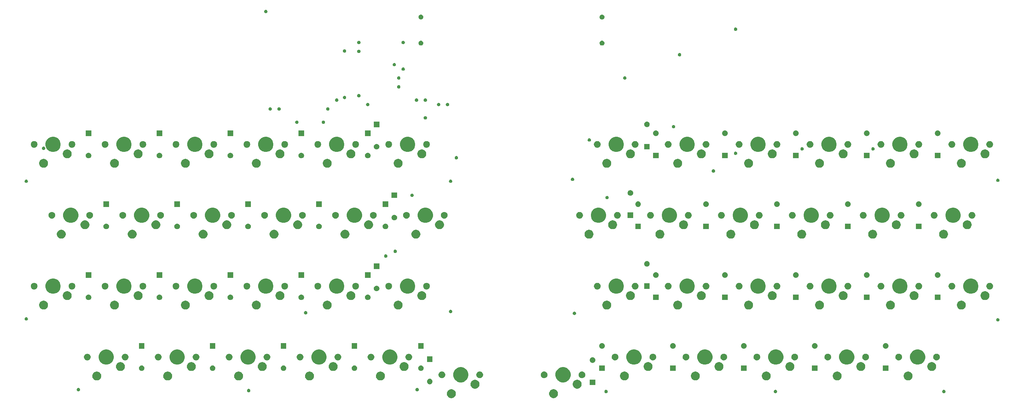
<source format=gts>
G04 #@! TF.GenerationSoftware,KiCad,Pcbnew,(5.1.2)-2*
G04 #@! TF.CreationDate,2020-04-10T00:12:26+09:00*
G04 #@! TF.ProjectId,original_keyboard,6f726967-696e-4616-9c5f-6b6579626f61,0.1*
G04 #@! TF.SameCoordinates,Original*
G04 #@! TF.FileFunction,Soldermask,Top*
G04 #@! TF.FilePolarity,Negative*
%FSLAX46Y46*%
G04 Gerber Fmt 4.6, Leading zero omitted, Abs format (unit mm)*
G04 Created by KiCad (PCBNEW (5.1.2)-2) date 2020-04-10 00:12:26*
%MOMM*%
%LPD*%
G04 APERTURE LIST*
%ADD10C,0.100000*%
G04 APERTURE END LIST*
D10*
G36*
X133540276Y-153950884D02*
G01*
X133755157Y-154039891D01*
X133757571Y-154040891D01*
X133953130Y-154171560D01*
X134119440Y-154337870D01*
X134249441Y-154532429D01*
X134250110Y-154533431D01*
X134340116Y-154750724D01*
X134386000Y-154981400D01*
X134386000Y-155216600D01*
X134340116Y-155447276D01*
X134250524Y-155663569D01*
X134250109Y-155664571D01*
X134119440Y-155860130D01*
X133953130Y-156026440D01*
X133757571Y-156157109D01*
X133757570Y-156157110D01*
X133757569Y-156157110D01*
X133540276Y-156247116D01*
X133309600Y-156293000D01*
X133074400Y-156293000D01*
X132843724Y-156247116D01*
X132626431Y-156157110D01*
X132626430Y-156157110D01*
X132626429Y-156157109D01*
X132430870Y-156026440D01*
X132264560Y-155860130D01*
X132133891Y-155664571D01*
X132133476Y-155663569D01*
X132043884Y-155447276D01*
X131998000Y-155216600D01*
X131998000Y-154981400D01*
X132043884Y-154750724D01*
X132133890Y-154533431D01*
X132134560Y-154532429D01*
X132264560Y-154337870D01*
X132430870Y-154171560D01*
X132626429Y-154040891D01*
X132628843Y-154039891D01*
X132843724Y-153950884D01*
X133074400Y-153905000D01*
X133309600Y-153905000D01*
X133540276Y-153950884D01*
X133540276Y-153950884D01*
G37*
G36*
X161003276Y-153949884D02*
G01*
X161212073Y-154036371D01*
X161220571Y-154039891D01*
X161416130Y-154170560D01*
X161582440Y-154336870D01*
X161658700Y-154451000D01*
X161713110Y-154532431D01*
X161803116Y-154749724D01*
X161849000Y-154980400D01*
X161849000Y-155215600D01*
X161803116Y-155446276D01*
X161802701Y-155447277D01*
X161713109Y-155663571D01*
X161582440Y-155859130D01*
X161416130Y-156025440D01*
X161220571Y-156156109D01*
X161220570Y-156156110D01*
X161220569Y-156156110D01*
X161003276Y-156246116D01*
X160772600Y-156292000D01*
X160537400Y-156292000D01*
X160306724Y-156246116D01*
X160089431Y-156156110D01*
X160089430Y-156156110D01*
X160089429Y-156156109D01*
X159893870Y-156025440D01*
X159727560Y-155859130D01*
X159596891Y-155663571D01*
X159507299Y-155447277D01*
X159506884Y-155446276D01*
X159461000Y-155215600D01*
X159461000Y-154980400D01*
X159506884Y-154749724D01*
X159596890Y-154532431D01*
X159651301Y-154451000D01*
X159727560Y-154336870D01*
X159893870Y-154170560D01*
X160089429Y-154039891D01*
X160097927Y-154036371D01*
X160306724Y-153949884D01*
X160537400Y-153904000D01*
X160772600Y-153904000D01*
X161003276Y-153949884D01*
X161003276Y-153949884D01*
G37*
G36*
X265631552Y-154066331D02*
G01*
X265713627Y-154100328D01*
X265713629Y-154100329D01*
X265740746Y-154118448D01*
X265787495Y-154149685D01*
X265850315Y-154212505D01*
X265899672Y-154286373D01*
X265933669Y-154368448D01*
X265951000Y-154455579D01*
X265951000Y-154544421D01*
X265933669Y-154631552D01*
X265912081Y-154683669D01*
X265899671Y-154713629D01*
X265850314Y-154787496D01*
X265787496Y-154850314D01*
X265713629Y-154899671D01*
X265713628Y-154899672D01*
X265713627Y-154899672D01*
X265631552Y-154933669D01*
X265544421Y-154951000D01*
X265455579Y-154951000D01*
X265368448Y-154933669D01*
X265286373Y-154899672D01*
X265286372Y-154899672D01*
X265286371Y-154899671D01*
X265212504Y-154850314D01*
X265149686Y-154787496D01*
X265100329Y-154713629D01*
X265087919Y-154683669D01*
X265066331Y-154631552D01*
X265049000Y-154544421D01*
X265049000Y-154455579D01*
X265066331Y-154368448D01*
X265100328Y-154286373D01*
X265149685Y-154212505D01*
X265212505Y-154149685D01*
X265259254Y-154118448D01*
X265286371Y-154100329D01*
X265286373Y-154100328D01*
X265368448Y-154066331D01*
X265455579Y-154049000D01*
X265544421Y-154049000D01*
X265631552Y-154066331D01*
X265631552Y-154066331D01*
G37*
G36*
X174881552Y-154066331D02*
G01*
X174963627Y-154100328D01*
X174963629Y-154100329D01*
X174990746Y-154118448D01*
X175037495Y-154149685D01*
X175100315Y-154212505D01*
X175149672Y-154286373D01*
X175183669Y-154368448D01*
X175201000Y-154455579D01*
X175201000Y-154544421D01*
X175183669Y-154631552D01*
X175162081Y-154683669D01*
X175149671Y-154713629D01*
X175100314Y-154787496D01*
X175037496Y-154850314D01*
X174963629Y-154899671D01*
X174963628Y-154899672D01*
X174963627Y-154899672D01*
X174881552Y-154933669D01*
X174794421Y-154951000D01*
X174705579Y-154951000D01*
X174618448Y-154933669D01*
X174536373Y-154899672D01*
X174536372Y-154899672D01*
X174536371Y-154899671D01*
X174462504Y-154850314D01*
X174399686Y-154787496D01*
X174350329Y-154713629D01*
X174337919Y-154683669D01*
X174316331Y-154631552D01*
X174299000Y-154544421D01*
X174299000Y-154455579D01*
X174316331Y-154368448D01*
X174350328Y-154286373D01*
X174399685Y-154212505D01*
X174462505Y-154149685D01*
X174509254Y-154118448D01*
X174536371Y-154100329D01*
X174536373Y-154100328D01*
X174618448Y-154066331D01*
X174705579Y-154049000D01*
X174794421Y-154049000D01*
X174881552Y-154066331D01*
X174881552Y-154066331D01*
G37*
G36*
X220381552Y-154066331D02*
G01*
X220463627Y-154100328D01*
X220463629Y-154100329D01*
X220490746Y-154118448D01*
X220537495Y-154149685D01*
X220600315Y-154212505D01*
X220649672Y-154286373D01*
X220683669Y-154368448D01*
X220701000Y-154455579D01*
X220701000Y-154544421D01*
X220683669Y-154631552D01*
X220662081Y-154683669D01*
X220649671Y-154713629D01*
X220600314Y-154787496D01*
X220537496Y-154850314D01*
X220463629Y-154899671D01*
X220463628Y-154899672D01*
X220463627Y-154899672D01*
X220381552Y-154933669D01*
X220294421Y-154951000D01*
X220205579Y-154951000D01*
X220118448Y-154933669D01*
X220036373Y-154899672D01*
X220036372Y-154899672D01*
X220036371Y-154899671D01*
X219962504Y-154850314D01*
X219899686Y-154787496D01*
X219850329Y-154713629D01*
X219837919Y-154683669D01*
X219816331Y-154631552D01*
X219799000Y-154544421D01*
X219799000Y-154455579D01*
X219816331Y-154368448D01*
X219850328Y-154286373D01*
X219899685Y-154212505D01*
X219962505Y-154149685D01*
X220009254Y-154118448D01*
X220036371Y-154100329D01*
X220036373Y-154100328D01*
X220118448Y-154066331D01*
X220205579Y-154049000D01*
X220294421Y-154049000D01*
X220381552Y-154066331D01*
X220381552Y-154066331D01*
G37*
G36*
X78881552Y-153816331D02*
G01*
X78963627Y-153850328D01*
X78963629Y-153850329D01*
X78990746Y-153868448D01*
X79037495Y-153899685D01*
X79100315Y-153962505D01*
X79149672Y-154036373D01*
X79183669Y-154118448D01*
X79201000Y-154205579D01*
X79201000Y-154294421D01*
X79183669Y-154381552D01*
X79149672Y-154463627D01*
X79103699Y-154532431D01*
X79100314Y-154537496D01*
X79037496Y-154600314D01*
X78963629Y-154649671D01*
X78963628Y-154649672D01*
X78963627Y-154649672D01*
X78881552Y-154683669D01*
X78794421Y-154701000D01*
X78705579Y-154701000D01*
X78618448Y-154683669D01*
X78536373Y-154649672D01*
X78536372Y-154649672D01*
X78536371Y-154649671D01*
X78462504Y-154600314D01*
X78399686Y-154537496D01*
X78396302Y-154532431D01*
X78350328Y-154463627D01*
X78316331Y-154381552D01*
X78299000Y-154294421D01*
X78299000Y-154205579D01*
X78316331Y-154118448D01*
X78350328Y-154036373D01*
X78399685Y-153962505D01*
X78462505Y-153899685D01*
X78509254Y-153868448D01*
X78536371Y-153850329D01*
X78536373Y-153850328D01*
X78618448Y-153816331D01*
X78705579Y-153799000D01*
X78794421Y-153799000D01*
X78881552Y-153816331D01*
X78881552Y-153816331D01*
G37*
G36*
X124131552Y-153566331D02*
G01*
X124213627Y-153600328D01*
X124213629Y-153600329D01*
X124238742Y-153617109D01*
X124287495Y-153649685D01*
X124350315Y-153712505D01*
X124399672Y-153786373D01*
X124433669Y-153868448D01*
X124451000Y-153955579D01*
X124451000Y-154044421D01*
X124433669Y-154131552D01*
X124399672Y-154213627D01*
X124351065Y-154286373D01*
X124350314Y-154287496D01*
X124287496Y-154350314D01*
X124213629Y-154399671D01*
X124213628Y-154399672D01*
X124213627Y-154399672D01*
X124131552Y-154433669D01*
X124044421Y-154451000D01*
X123955579Y-154451000D01*
X123868448Y-154433669D01*
X123786373Y-154399672D01*
X123786372Y-154399672D01*
X123786371Y-154399671D01*
X123712504Y-154350314D01*
X123649686Y-154287496D01*
X123648936Y-154286373D01*
X123600328Y-154213627D01*
X123566331Y-154131552D01*
X123549000Y-154044421D01*
X123549000Y-153955579D01*
X123566331Y-153868448D01*
X123600328Y-153786373D01*
X123649685Y-153712505D01*
X123712505Y-153649685D01*
X123761258Y-153617109D01*
X123786371Y-153600329D01*
X123786373Y-153600328D01*
X123868448Y-153566331D01*
X123955579Y-153549000D01*
X124044421Y-153549000D01*
X124131552Y-153566331D01*
X124131552Y-153566331D01*
G37*
G36*
X33131552Y-153566331D02*
G01*
X33213627Y-153600328D01*
X33213629Y-153600329D01*
X33238742Y-153617109D01*
X33287495Y-153649685D01*
X33350315Y-153712505D01*
X33399672Y-153786373D01*
X33433669Y-153868448D01*
X33451000Y-153955579D01*
X33451000Y-154044421D01*
X33433669Y-154131552D01*
X33399672Y-154213627D01*
X33351065Y-154286373D01*
X33350314Y-154287496D01*
X33287496Y-154350314D01*
X33213629Y-154399671D01*
X33213628Y-154399672D01*
X33213627Y-154399672D01*
X33131552Y-154433669D01*
X33044421Y-154451000D01*
X32955579Y-154451000D01*
X32868448Y-154433669D01*
X32786373Y-154399672D01*
X32786372Y-154399672D01*
X32786371Y-154399671D01*
X32712504Y-154350314D01*
X32649686Y-154287496D01*
X32648936Y-154286373D01*
X32600328Y-154213627D01*
X32566331Y-154131552D01*
X32549000Y-154044421D01*
X32549000Y-153955579D01*
X32566331Y-153868448D01*
X32600328Y-153786373D01*
X32649685Y-153712505D01*
X32712505Y-153649685D01*
X32761258Y-153617109D01*
X32786371Y-153600329D01*
X32786373Y-153600328D01*
X32868448Y-153566331D01*
X32955579Y-153549000D01*
X33044421Y-153549000D01*
X33131552Y-153566331D01*
X33131552Y-153566331D01*
G37*
G36*
X139890276Y-151410884D02*
G01*
X140105157Y-151499891D01*
X140107571Y-151500891D01*
X140303130Y-151631560D01*
X140469440Y-151797870D01*
X140599441Y-151992429D01*
X140600110Y-151993431D01*
X140690116Y-152210724D01*
X140736000Y-152441400D01*
X140736000Y-152676600D01*
X140690116Y-152907276D01*
X140600524Y-153123569D01*
X140600109Y-153124571D01*
X140469440Y-153320130D01*
X140303130Y-153486440D01*
X140107571Y-153617109D01*
X140107570Y-153617110D01*
X140107569Y-153617110D01*
X139890276Y-153707116D01*
X139659600Y-153753000D01*
X139424400Y-153753000D01*
X139193724Y-153707116D01*
X138976431Y-153617110D01*
X138976430Y-153617110D01*
X138976429Y-153617109D01*
X138780870Y-153486440D01*
X138614560Y-153320130D01*
X138483891Y-153124571D01*
X138483476Y-153123569D01*
X138393884Y-152907276D01*
X138348000Y-152676600D01*
X138348000Y-152441400D01*
X138393884Y-152210724D01*
X138483890Y-151993431D01*
X138484560Y-151992429D01*
X138614560Y-151797870D01*
X138780870Y-151631560D01*
X138976429Y-151500891D01*
X138978843Y-151499891D01*
X139193724Y-151410884D01*
X139424400Y-151365000D01*
X139659600Y-151365000D01*
X139890276Y-151410884D01*
X139890276Y-151410884D01*
G37*
G36*
X167353276Y-151409884D02*
G01*
X167570569Y-151499890D01*
X167570571Y-151499891D01*
X167766130Y-151630560D01*
X167932440Y-151796870D01*
X168058356Y-151985315D01*
X168063110Y-151992431D01*
X168153116Y-152209724D01*
X168199000Y-152440400D01*
X168199000Y-152675600D01*
X168153116Y-152906276D01*
X168152701Y-152907277D01*
X168063109Y-153123571D01*
X167932440Y-153319130D01*
X167766130Y-153485440D01*
X167570571Y-153616109D01*
X167570570Y-153616110D01*
X167570569Y-153616110D01*
X167353276Y-153706116D01*
X167122600Y-153752000D01*
X166887400Y-153752000D01*
X166656724Y-153706116D01*
X166439431Y-153616110D01*
X166439430Y-153616110D01*
X166439429Y-153616109D01*
X166243870Y-153485440D01*
X166077560Y-153319130D01*
X165946891Y-153123571D01*
X165857299Y-152907277D01*
X165856884Y-152906276D01*
X165811000Y-152675600D01*
X165811000Y-152440400D01*
X165856884Y-152209724D01*
X165946890Y-151992431D01*
X165951645Y-151985315D01*
X166077560Y-151796870D01*
X166243870Y-151630560D01*
X166439429Y-151499891D01*
X166439431Y-151499890D01*
X166656724Y-151409884D01*
X166887400Y-151364000D01*
X167122600Y-151364000D01*
X167353276Y-151409884D01*
X167353276Y-151409884D01*
G37*
G36*
X171882500Y-152815500D02*
G01*
X170383500Y-152815500D01*
X170383500Y-151316500D01*
X171882500Y-151316500D01*
X171882500Y-152815500D01*
X171882500Y-152815500D01*
G37*
G36*
X127491425Y-151083599D02*
G01*
X127615621Y-151108302D01*
X127752022Y-151164801D01*
X127874779Y-151246825D01*
X127979175Y-151351221D01*
X128061199Y-151473978D01*
X128117698Y-151610379D01*
X128146500Y-151755181D01*
X128146500Y-151902819D01*
X128117698Y-152047621D01*
X128061199Y-152184022D01*
X127979175Y-152306779D01*
X127874779Y-152411175D01*
X127752022Y-152493199D01*
X127615621Y-152549698D01*
X127491425Y-152574401D01*
X127470820Y-152578500D01*
X127323180Y-152578500D01*
X127302575Y-152574401D01*
X127178379Y-152549698D01*
X127041978Y-152493199D01*
X126919221Y-152411175D01*
X126814825Y-152306779D01*
X126732801Y-152184022D01*
X126676302Y-152047621D01*
X126647500Y-151902819D01*
X126647500Y-151755181D01*
X126676302Y-151610379D01*
X126732801Y-151473978D01*
X126814825Y-151351221D01*
X126919221Y-151246825D01*
X127041978Y-151164801D01*
X127178379Y-151108302D01*
X127302575Y-151083599D01*
X127323180Y-151079500D01*
X127470820Y-151079500D01*
X127491425Y-151083599D01*
X127491425Y-151083599D01*
G37*
G36*
X136328474Y-148052684D02*
G01*
X136546474Y-148142983D01*
X136700623Y-148206833D01*
X137035548Y-148430623D01*
X137320377Y-148715452D01*
X137544167Y-149050377D01*
X137601124Y-149187884D01*
X137698316Y-149422526D01*
X137776900Y-149817594D01*
X137776900Y-150220406D01*
X137698316Y-150615474D01*
X137614736Y-150817253D01*
X137544167Y-150987623D01*
X137320377Y-151322548D01*
X137035548Y-151607377D01*
X136700623Y-151831167D01*
X136546474Y-151895017D01*
X136328474Y-151985316D01*
X135933406Y-152063900D01*
X135530594Y-152063900D01*
X135135526Y-151985316D01*
X134917526Y-151895017D01*
X134763377Y-151831167D01*
X134428452Y-151607377D01*
X134143623Y-151322548D01*
X133919833Y-150987623D01*
X133849264Y-150817253D01*
X133765684Y-150615474D01*
X133687100Y-150220406D01*
X133687100Y-149817594D01*
X133765684Y-149422526D01*
X133862876Y-149187884D01*
X133919833Y-149050377D01*
X134143623Y-148715452D01*
X134428452Y-148430623D01*
X134763377Y-148206833D01*
X134917526Y-148142983D01*
X135135526Y-148052684D01*
X135530594Y-147974100D01*
X135933406Y-147974100D01*
X136328474Y-148052684D01*
X136328474Y-148052684D01*
G37*
G36*
X163791474Y-148051684D02*
G01*
X164009474Y-148141983D01*
X164163623Y-148205833D01*
X164498548Y-148429623D01*
X164783377Y-148714452D01*
X165007167Y-149049377D01*
X165049575Y-149151759D01*
X165161316Y-149421526D01*
X165239900Y-149816594D01*
X165239900Y-150219406D01*
X165161316Y-150614474D01*
X165117791Y-150719552D01*
X165007167Y-150986623D01*
X164783377Y-151321548D01*
X164498548Y-151606377D01*
X164163623Y-151830167D01*
X164009474Y-151894017D01*
X163791474Y-151984316D01*
X163396406Y-152062900D01*
X162993594Y-152062900D01*
X162598526Y-151984316D01*
X162380526Y-151894017D01*
X162226377Y-151830167D01*
X161891452Y-151606377D01*
X161606623Y-151321548D01*
X161382833Y-150986623D01*
X161272209Y-150719552D01*
X161228684Y-150614474D01*
X161150100Y-150219406D01*
X161150100Y-149816594D01*
X161228684Y-149421526D01*
X161340425Y-149151759D01*
X161382833Y-149049377D01*
X161606623Y-148714452D01*
X161891452Y-148429623D01*
X162226377Y-148205833D01*
X162380526Y-148141983D01*
X162598526Y-148051684D01*
X162993594Y-147973100D01*
X163396406Y-147973100D01*
X163791474Y-148051684D01*
X163791474Y-148051684D01*
G37*
G36*
X38289676Y-149188884D02*
G01*
X38504557Y-149277891D01*
X38506971Y-149278891D01*
X38702530Y-149409560D01*
X38868840Y-149575870D01*
X38998841Y-149770429D01*
X38999510Y-149771431D01*
X39089516Y-149988724D01*
X39135400Y-150219400D01*
X39135400Y-150454600D01*
X39089516Y-150685276D01*
X39006273Y-150886241D01*
X38999509Y-150902571D01*
X38868840Y-151098130D01*
X38702530Y-151264440D01*
X38506971Y-151395109D01*
X38506970Y-151395110D01*
X38506969Y-151395110D01*
X38289676Y-151485116D01*
X38059000Y-151531000D01*
X37823800Y-151531000D01*
X37593124Y-151485116D01*
X37375831Y-151395110D01*
X37375830Y-151395110D01*
X37375829Y-151395109D01*
X37180270Y-151264440D01*
X37013960Y-151098130D01*
X36883291Y-150902571D01*
X36876527Y-150886241D01*
X36793284Y-150685276D01*
X36747400Y-150454600D01*
X36747400Y-150219400D01*
X36793284Y-149988724D01*
X36883290Y-149771431D01*
X36883960Y-149770429D01*
X37013960Y-149575870D01*
X37180270Y-149409560D01*
X37375829Y-149278891D01*
X37378243Y-149277891D01*
X37593124Y-149188884D01*
X37823800Y-149143000D01*
X38059000Y-149143000D01*
X38289676Y-149188884D01*
X38289676Y-149188884D01*
G37*
G36*
X57339676Y-149188884D02*
G01*
X57554557Y-149277891D01*
X57556971Y-149278891D01*
X57752530Y-149409560D01*
X57918840Y-149575870D01*
X58048841Y-149770429D01*
X58049510Y-149771431D01*
X58139516Y-149988724D01*
X58185400Y-150219400D01*
X58185400Y-150454600D01*
X58139516Y-150685276D01*
X58056273Y-150886241D01*
X58049509Y-150902571D01*
X57918840Y-151098130D01*
X57752530Y-151264440D01*
X57556971Y-151395109D01*
X57556970Y-151395110D01*
X57556969Y-151395110D01*
X57339676Y-151485116D01*
X57109000Y-151531000D01*
X56873800Y-151531000D01*
X56643124Y-151485116D01*
X56425831Y-151395110D01*
X56425830Y-151395110D01*
X56425829Y-151395109D01*
X56230270Y-151264440D01*
X56063960Y-151098130D01*
X55933291Y-150902571D01*
X55926527Y-150886241D01*
X55843284Y-150685276D01*
X55797400Y-150454600D01*
X55797400Y-150219400D01*
X55843284Y-149988724D01*
X55933290Y-149771431D01*
X55933960Y-149770429D01*
X56063960Y-149575870D01*
X56230270Y-149409560D01*
X56425829Y-149278891D01*
X56428243Y-149277891D01*
X56643124Y-149188884D01*
X56873800Y-149143000D01*
X57109000Y-149143000D01*
X57339676Y-149188884D01*
X57339676Y-149188884D01*
G37*
G36*
X76389676Y-149188884D02*
G01*
X76604557Y-149277891D01*
X76606971Y-149278891D01*
X76802530Y-149409560D01*
X76968840Y-149575870D01*
X77098841Y-149770429D01*
X77099510Y-149771431D01*
X77189516Y-149988724D01*
X77235400Y-150219400D01*
X77235400Y-150454600D01*
X77189516Y-150685276D01*
X77106273Y-150886241D01*
X77099509Y-150902571D01*
X76968840Y-151098130D01*
X76802530Y-151264440D01*
X76606971Y-151395109D01*
X76606970Y-151395110D01*
X76606969Y-151395110D01*
X76389676Y-151485116D01*
X76159000Y-151531000D01*
X75923800Y-151531000D01*
X75693124Y-151485116D01*
X75475831Y-151395110D01*
X75475830Y-151395110D01*
X75475829Y-151395109D01*
X75280270Y-151264440D01*
X75113960Y-151098130D01*
X74983291Y-150902571D01*
X74976527Y-150886241D01*
X74893284Y-150685276D01*
X74847400Y-150454600D01*
X74847400Y-150219400D01*
X74893284Y-149988724D01*
X74983290Y-149771431D01*
X74983960Y-149770429D01*
X75113960Y-149575870D01*
X75280270Y-149409560D01*
X75475829Y-149278891D01*
X75478243Y-149277891D01*
X75693124Y-149188884D01*
X75923800Y-149143000D01*
X76159000Y-149143000D01*
X76389676Y-149188884D01*
X76389676Y-149188884D01*
G37*
G36*
X95439676Y-149188884D02*
G01*
X95654557Y-149277891D01*
X95656971Y-149278891D01*
X95852530Y-149409560D01*
X96018840Y-149575870D01*
X96148841Y-149770429D01*
X96149510Y-149771431D01*
X96239516Y-149988724D01*
X96285400Y-150219400D01*
X96285400Y-150454600D01*
X96239516Y-150685276D01*
X96156273Y-150886241D01*
X96149509Y-150902571D01*
X96018840Y-151098130D01*
X95852530Y-151264440D01*
X95656971Y-151395109D01*
X95656970Y-151395110D01*
X95656969Y-151395110D01*
X95439676Y-151485116D01*
X95209000Y-151531000D01*
X94973800Y-151531000D01*
X94743124Y-151485116D01*
X94525831Y-151395110D01*
X94525830Y-151395110D01*
X94525829Y-151395109D01*
X94330270Y-151264440D01*
X94163960Y-151098130D01*
X94033291Y-150902571D01*
X94026527Y-150886241D01*
X93943284Y-150685276D01*
X93897400Y-150454600D01*
X93897400Y-150219400D01*
X93943284Y-149988724D01*
X94033290Y-149771431D01*
X94033960Y-149770429D01*
X94163960Y-149575870D01*
X94330270Y-149409560D01*
X94525829Y-149278891D01*
X94528243Y-149277891D01*
X94743124Y-149188884D01*
X94973800Y-149143000D01*
X95209000Y-149143000D01*
X95439676Y-149188884D01*
X95439676Y-149188884D01*
G37*
G36*
X114490276Y-149188884D02*
G01*
X114705157Y-149277891D01*
X114707571Y-149278891D01*
X114903130Y-149409560D01*
X115069440Y-149575870D01*
X115199441Y-149770429D01*
X115200110Y-149771431D01*
X115290116Y-149988724D01*
X115336000Y-150219400D01*
X115336000Y-150454600D01*
X115290116Y-150685276D01*
X115206873Y-150886241D01*
X115200109Y-150902571D01*
X115069440Y-151098130D01*
X114903130Y-151264440D01*
X114707571Y-151395109D01*
X114707570Y-151395110D01*
X114707569Y-151395110D01*
X114490276Y-151485116D01*
X114259600Y-151531000D01*
X114024400Y-151531000D01*
X113793724Y-151485116D01*
X113576431Y-151395110D01*
X113576430Y-151395110D01*
X113576429Y-151395109D01*
X113380870Y-151264440D01*
X113214560Y-151098130D01*
X113083891Y-150902571D01*
X113077127Y-150886241D01*
X112993884Y-150685276D01*
X112948000Y-150454600D01*
X112948000Y-150219400D01*
X112993884Y-149988724D01*
X113083890Y-149771431D01*
X113084560Y-149770429D01*
X113214560Y-149575870D01*
X113380870Y-149409560D01*
X113576429Y-149278891D01*
X113578843Y-149277891D01*
X113793724Y-149188884D01*
X114024400Y-149143000D01*
X114259600Y-149143000D01*
X114490276Y-149188884D01*
X114490276Y-149188884D01*
G37*
G36*
X218153276Y-149187884D02*
G01*
X218370569Y-149277890D01*
X218370571Y-149277891D01*
X218566130Y-149408560D01*
X218732440Y-149574870D01*
X218853418Y-149755925D01*
X218863110Y-149770431D01*
X218953116Y-149987724D01*
X218999000Y-150218400D01*
X218999000Y-150453600D01*
X218953116Y-150684276D01*
X218869873Y-150885241D01*
X218863109Y-150901571D01*
X218732440Y-151097130D01*
X218566130Y-151263440D01*
X218370571Y-151394109D01*
X218370570Y-151394110D01*
X218370569Y-151394110D01*
X218153276Y-151484116D01*
X217922600Y-151530000D01*
X217687400Y-151530000D01*
X217456724Y-151484116D01*
X217239431Y-151394110D01*
X217239430Y-151394110D01*
X217239429Y-151394109D01*
X217043870Y-151263440D01*
X216877560Y-151097130D01*
X216746891Y-150901571D01*
X216740127Y-150885241D01*
X216656884Y-150684276D01*
X216611000Y-150453600D01*
X216611000Y-150218400D01*
X216656884Y-149987724D01*
X216746890Y-149770431D01*
X216756583Y-149755925D01*
X216877560Y-149574870D01*
X217043870Y-149408560D01*
X217239429Y-149277891D01*
X217239431Y-149277890D01*
X217456724Y-149187884D01*
X217687400Y-149142000D01*
X217922600Y-149142000D01*
X218153276Y-149187884D01*
X218153276Y-149187884D01*
G37*
G36*
X237203276Y-149187884D02*
G01*
X237420569Y-149277890D01*
X237420571Y-149277891D01*
X237616130Y-149408560D01*
X237782440Y-149574870D01*
X237903418Y-149755925D01*
X237913110Y-149770431D01*
X238003116Y-149987724D01*
X238049000Y-150218400D01*
X238049000Y-150453600D01*
X238003116Y-150684276D01*
X237919873Y-150885241D01*
X237913109Y-150901571D01*
X237782440Y-151097130D01*
X237616130Y-151263440D01*
X237420571Y-151394109D01*
X237420570Y-151394110D01*
X237420569Y-151394110D01*
X237203276Y-151484116D01*
X236972600Y-151530000D01*
X236737400Y-151530000D01*
X236506724Y-151484116D01*
X236289431Y-151394110D01*
X236289430Y-151394110D01*
X236289429Y-151394109D01*
X236093870Y-151263440D01*
X235927560Y-151097130D01*
X235796891Y-150901571D01*
X235790127Y-150885241D01*
X235706884Y-150684276D01*
X235661000Y-150453600D01*
X235661000Y-150218400D01*
X235706884Y-149987724D01*
X235796890Y-149770431D01*
X235806583Y-149755925D01*
X235927560Y-149574870D01*
X236093870Y-149408560D01*
X236289429Y-149277891D01*
X236289431Y-149277890D01*
X236506724Y-149187884D01*
X236737400Y-149142000D01*
X236972600Y-149142000D01*
X237203276Y-149187884D01*
X237203276Y-149187884D01*
G37*
G36*
X199103276Y-149187884D02*
G01*
X199320569Y-149277890D01*
X199320571Y-149277891D01*
X199516130Y-149408560D01*
X199682440Y-149574870D01*
X199803418Y-149755925D01*
X199813110Y-149770431D01*
X199903116Y-149987724D01*
X199949000Y-150218400D01*
X199949000Y-150453600D01*
X199903116Y-150684276D01*
X199819873Y-150885241D01*
X199813109Y-150901571D01*
X199682440Y-151097130D01*
X199516130Y-151263440D01*
X199320571Y-151394109D01*
X199320570Y-151394110D01*
X199320569Y-151394110D01*
X199103276Y-151484116D01*
X198872600Y-151530000D01*
X198637400Y-151530000D01*
X198406724Y-151484116D01*
X198189431Y-151394110D01*
X198189430Y-151394110D01*
X198189429Y-151394109D01*
X197993870Y-151263440D01*
X197827560Y-151097130D01*
X197696891Y-150901571D01*
X197690127Y-150885241D01*
X197606884Y-150684276D01*
X197561000Y-150453600D01*
X197561000Y-150218400D01*
X197606884Y-149987724D01*
X197696890Y-149770431D01*
X197706583Y-149755925D01*
X197827560Y-149574870D01*
X197993870Y-149408560D01*
X198189429Y-149277891D01*
X198189431Y-149277890D01*
X198406724Y-149187884D01*
X198637400Y-149142000D01*
X198872600Y-149142000D01*
X199103276Y-149187884D01*
X199103276Y-149187884D01*
G37*
G36*
X180053276Y-149187884D02*
G01*
X180270569Y-149277890D01*
X180270571Y-149277891D01*
X180466130Y-149408560D01*
X180632440Y-149574870D01*
X180753418Y-149755925D01*
X180763110Y-149770431D01*
X180853116Y-149987724D01*
X180899000Y-150218400D01*
X180899000Y-150453600D01*
X180853116Y-150684276D01*
X180769873Y-150885241D01*
X180763109Y-150901571D01*
X180632440Y-151097130D01*
X180466130Y-151263440D01*
X180270571Y-151394109D01*
X180270570Y-151394110D01*
X180270569Y-151394110D01*
X180053276Y-151484116D01*
X179822600Y-151530000D01*
X179587400Y-151530000D01*
X179356724Y-151484116D01*
X179139431Y-151394110D01*
X179139430Y-151394110D01*
X179139429Y-151394109D01*
X178943870Y-151263440D01*
X178777560Y-151097130D01*
X178646891Y-150901571D01*
X178640127Y-150885241D01*
X178556884Y-150684276D01*
X178511000Y-150453600D01*
X178511000Y-150218400D01*
X178556884Y-149987724D01*
X178646890Y-149770431D01*
X178656583Y-149755925D01*
X178777560Y-149574870D01*
X178943870Y-149408560D01*
X179139429Y-149277891D01*
X179139431Y-149277890D01*
X179356724Y-149187884D01*
X179587400Y-149142000D01*
X179822600Y-149142000D01*
X180053276Y-149187884D01*
X180053276Y-149187884D01*
G37*
G36*
X256253276Y-149187884D02*
G01*
X256470569Y-149277890D01*
X256470571Y-149277891D01*
X256666130Y-149408560D01*
X256832440Y-149574870D01*
X256953418Y-149755925D01*
X256963110Y-149770431D01*
X257053116Y-149987724D01*
X257099000Y-150218400D01*
X257099000Y-150453600D01*
X257053116Y-150684276D01*
X256969873Y-150885241D01*
X256963109Y-150901571D01*
X256832440Y-151097130D01*
X256666130Y-151263440D01*
X256470571Y-151394109D01*
X256470570Y-151394110D01*
X256470569Y-151394110D01*
X256253276Y-151484116D01*
X256022600Y-151530000D01*
X255787400Y-151530000D01*
X255556724Y-151484116D01*
X255339431Y-151394110D01*
X255339430Y-151394110D01*
X255339429Y-151394109D01*
X255143870Y-151263440D01*
X254977560Y-151097130D01*
X254846891Y-150901571D01*
X254840127Y-150885241D01*
X254756884Y-150684276D01*
X254711000Y-150453600D01*
X254711000Y-150218400D01*
X254756884Y-149987724D01*
X254846890Y-149770431D01*
X254856583Y-149755925D01*
X254977560Y-149574870D01*
X255143870Y-149408560D01*
X255339429Y-149277891D01*
X255339431Y-149277890D01*
X255556724Y-149187884D01*
X255787400Y-149142000D01*
X256022600Y-149142000D01*
X256253276Y-149187884D01*
X256253276Y-149187884D01*
G37*
G36*
X140987952Y-149134430D02*
G01*
X141075075Y-149151759D01*
X141184498Y-149197084D01*
X141239211Y-149219747D01*
X141385428Y-149317446D01*
X141386928Y-149318448D01*
X141512552Y-149444072D01*
X141512554Y-149444075D01*
X141611253Y-149591789D01*
X141611253Y-149591790D01*
X141679241Y-149755925D01*
X141713900Y-149930171D01*
X141713900Y-150107829D01*
X141679241Y-150282075D01*
X141633916Y-150391498D01*
X141611253Y-150446211D01*
X141513222Y-150592925D01*
X141512552Y-150593928D01*
X141386928Y-150719552D01*
X141386925Y-150719554D01*
X141239211Y-150818253D01*
X141184498Y-150840916D01*
X141075075Y-150886241D01*
X140998014Y-150901569D01*
X140900831Y-150920900D01*
X140723169Y-150920900D01*
X140625986Y-150901569D01*
X140548925Y-150886241D01*
X140439502Y-150840916D01*
X140384789Y-150818253D01*
X140237075Y-150719554D01*
X140237072Y-150719552D01*
X140111448Y-150593928D01*
X140110778Y-150592925D01*
X140012747Y-150446211D01*
X139990084Y-150391498D01*
X139944759Y-150282075D01*
X139910100Y-150107829D01*
X139910100Y-149930171D01*
X139944759Y-149755925D01*
X140012747Y-149591790D01*
X140012747Y-149591789D01*
X140111446Y-149444075D01*
X140111448Y-149444072D01*
X140237072Y-149318448D01*
X140238572Y-149317446D01*
X140384789Y-149219747D01*
X140439502Y-149197084D01*
X140548925Y-149151759D01*
X140636048Y-149134430D01*
X140723169Y-149117100D01*
X140900831Y-149117100D01*
X140987952Y-149134430D01*
X140987952Y-149134430D01*
G37*
G36*
X130827952Y-149134430D02*
G01*
X130915075Y-149151759D01*
X131024498Y-149197084D01*
X131079211Y-149219747D01*
X131225428Y-149317446D01*
X131226928Y-149318448D01*
X131352552Y-149444072D01*
X131352554Y-149444075D01*
X131451253Y-149591789D01*
X131451253Y-149591790D01*
X131519241Y-149755925D01*
X131553900Y-149930171D01*
X131553900Y-150107829D01*
X131519241Y-150282075D01*
X131473916Y-150391498D01*
X131451253Y-150446211D01*
X131353222Y-150592925D01*
X131352552Y-150593928D01*
X131226928Y-150719552D01*
X131226925Y-150719554D01*
X131079211Y-150818253D01*
X131024498Y-150840916D01*
X130915075Y-150886241D01*
X130838014Y-150901569D01*
X130740831Y-150920900D01*
X130563169Y-150920900D01*
X130465986Y-150901569D01*
X130388925Y-150886241D01*
X130279502Y-150840916D01*
X130224789Y-150818253D01*
X130077075Y-150719554D01*
X130077072Y-150719552D01*
X129951448Y-150593928D01*
X129950778Y-150592925D01*
X129852747Y-150446211D01*
X129830084Y-150391498D01*
X129784759Y-150282075D01*
X129750100Y-150107829D01*
X129750100Y-149930171D01*
X129784759Y-149755925D01*
X129852747Y-149591790D01*
X129852747Y-149591789D01*
X129951446Y-149444075D01*
X129951448Y-149444072D01*
X130077072Y-149318448D01*
X130078572Y-149317446D01*
X130224789Y-149219747D01*
X130279502Y-149197084D01*
X130388925Y-149151759D01*
X130476048Y-149134430D01*
X130563169Y-149117100D01*
X130740831Y-149117100D01*
X130827952Y-149134430D01*
X130827952Y-149134430D01*
G37*
G36*
X168450952Y-149133429D02*
G01*
X168538075Y-149150759D01*
X168630115Y-149188884D01*
X168702211Y-149218747D01*
X168792223Y-149278891D01*
X168849928Y-149317448D01*
X168975552Y-149443072D01*
X168975554Y-149443075D01*
X169074253Y-149590789D01*
X169096916Y-149645502D01*
X169142241Y-149754925D01*
X169176900Y-149929171D01*
X169176900Y-150106829D01*
X169142241Y-150281075D01*
X169096916Y-150390498D01*
X169074253Y-150445211D01*
X169067980Y-150454599D01*
X168975552Y-150592928D01*
X168849928Y-150718552D01*
X168849925Y-150718554D01*
X168702211Y-150817253D01*
X168647498Y-150839916D01*
X168538075Y-150885241D01*
X168455987Y-150901569D01*
X168363831Y-150919900D01*
X168186169Y-150919900D01*
X168094013Y-150901569D01*
X168011925Y-150885241D01*
X167902502Y-150839916D01*
X167847789Y-150817253D01*
X167700075Y-150718554D01*
X167700072Y-150718552D01*
X167574448Y-150592928D01*
X167482020Y-150454599D01*
X167475747Y-150445211D01*
X167453084Y-150390498D01*
X167407759Y-150281075D01*
X167373100Y-150106829D01*
X167373100Y-149929171D01*
X167407759Y-149754925D01*
X167453084Y-149645502D01*
X167475747Y-149590789D01*
X167574446Y-149443075D01*
X167574448Y-149443072D01*
X167700072Y-149317448D01*
X167757777Y-149278891D01*
X167847789Y-149218747D01*
X167919885Y-149188884D01*
X168011925Y-149150759D01*
X168099048Y-149133429D01*
X168186169Y-149116100D01*
X168363831Y-149116100D01*
X168450952Y-149133429D01*
X168450952Y-149133429D01*
G37*
G36*
X158290952Y-149133429D02*
G01*
X158378075Y-149150759D01*
X158470115Y-149188884D01*
X158542211Y-149218747D01*
X158632223Y-149278891D01*
X158689928Y-149317448D01*
X158815552Y-149443072D01*
X158815554Y-149443075D01*
X158914253Y-149590789D01*
X158936916Y-149645502D01*
X158982241Y-149754925D01*
X159016900Y-149929171D01*
X159016900Y-150106829D01*
X158982241Y-150281075D01*
X158936916Y-150390498D01*
X158914253Y-150445211D01*
X158907980Y-150454599D01*
X158815552Y-150592928D01*
X158689928Y-150718552D01*
X158689925Y-150718554D01*
X158542211Y-150817253D01*
X158487498Y-150839916D01*
X158378075Y-150885241D01*
X158295987Y-150901569D01*
X158203831Y-150919900D01*
X158026169Y-150919900D01*
X157934013Y-150901569D01*
X157851925Y-150885241D01*
X157742502Y-150839916D01*
X157687789Y-150817253D01*
X157540075Y-150718554D01*
X157540072Y-150718552D01*
X157414448Y-150592928D01*
X157322020Y-150454599D01*
X157315747Y-150445211D01*
X157293084Y-150390498D01*
X157247759Y-150281075D01*
X157213100Y-150106829D01*
X157213100Y-149929171D01*
X157247759Y-149754925D01*
X157293084Y-149645502D01*
X157315747Y-149590789D01*
X157414446Y-149443075D01*
X157414448Y-149443072D01*
X157540072Y-149317448D01*
X157597777Y-149278891D01*
X157687789Y-149218747D01*
X157759885Y-149188884D01*
X157851925Y-149150759D01*
X157939048Y-149133429D01*
X158026169Y-149116100D01*
X158203831Y-149116100D01*
X158290952Y-149133429D01*
X158290952Y-149133429D01*
G37*
G36*
X125110425Y-147511599D02*
G01*
X125234621Y-147536302D01*
X125371022Y-147592801D01*
X125493779Y-147674825D01*
X125598175Y-147779221D01*
X125680199Y-147901978D01*
X125736698Y-148038379D01*
X125765500Y-148183181D01*
X125765500Y-148330819D01*
X125736698Y-148475621D01*
X125680199Y-148612022D01*
X125598175Y-148734779D01*
X125493779Y-148839175D01*
X125371022Y-148921199D01*
X125234621Y-148977698D01*
X125110425Y-149002401D01*
X125089820Y-149006500D01*
X124942180Y-149006500D01*
X124921575Y-149002401D01*
X124797379Y-148977698D01*
X124660978Y-148921199D01*
X124538221Y-148839175D01*
X124433825Y-148734779D01*
X124351801Y-148612022D01*
X124295302Y-148475621D01*
X124266500Y-148330819D01*
X124266500Y-148183181D01*
X124295302Y-148038379D01*
X124351801Y-147901978D01*
X124433825Y-147779221D01*
X124538221Y-147674825D01*
X124660978Y-147592801D01*
X124797379Y-147536302D01*
X124921575Y-147511599D01*
X124942180Y-147507500D01*
X125089820Y-147507500D01*
X125110425Y-147511599D01*
X125110425Y-147511599D01*
G37*
G36*
X88201025Y-147511599D02*
G01*
X88325221Y-147536302D01*
X88461622Y-147592801D01*
X88584379Y-147674825D01*
X88688775Y-147779221D01*
X88770799Y-147901978D01*
X88827298Y-148038379D01*
X88856100Y-148183181D01*
X88856100Y-148330819D01*
X88827298Y-148475621D01*
X88770799Y-148612022D01*
X88688775Y-148734779D01*
X88584379Y-148839175D01*
X88461622Y-148921199D01*
X88325221Y-148977698D01*
X88201025Y-149002401D01*
X88180420Y-149006500D01*
X88032780Y-149006500D01*
X88012175Y-149002401D01*
X87887979Y-148977698D01*
X87751578Y-148921199D01*
X87628821Y-148839175D01*
X87524425Y-148734779D01*
X87442401Y-148612022D01*
X87385902Y-148475621D01*
X87357100Y-148330819D01*
X87357100Y-148183181D01*
X87385902Y-148038379D01*
X87442401Y-147901978D01*
X87524425Y-147779221D01*
X87628821Y-147674825D01*
X87751578Y-147592801D01*
X87887979Y-147536302D01*
X88012175Y-147511599D01*
X88032780Y-147507500D01*
X88180420Y-147507500D01*
X88201025Y-147511599D01*
X88201025Y-147511599D01*
G37*
G36*
X69150925Y-147511599D02*
G01*
X69275121Y-147536302D01*
X69411522Y-147592801D01*
X69534279Y-147674825D01*
X69638675Y-147779221D01*
X69720699Y-147901978D01*
X69777198Y-148038379D01*
X69806000Y-148183181D01*
X69806000Y-148330819D01*
X69777198Y-148475621D01*
X69720699Y-148612022D01*
X69638675Y-148734779D01*
X69534279Y-148839175D01*
X69411522Y-148921199D01*
X69275121Y-148977698D01*
X69150925Y-149002401D01*
X69130320Y-149006500D01*
X68982680Y-149006500D01*
X68962075Y-149002401D01*
X68837879Y-148977698D01*
X68701478Y-148921199D01*
X68578721Y-148839175D01*
X68474325Y-148734779D01*
X68392301Y-148612022D01*
X68335802Y-148475621D01*
X68307000Y-148330819D01*
X68307000Y-148183181D01*
X68335802Y-148038379D01*
X68392301Y-147901978D01*
X68474325Y-147779221D01*
X68578721Y-147674825D01*
X68701478Y-147592801D01*
X68837879Y-147536302D01*
X68962075Y-147511599D01*
X68982680Y-147507500D01*
X69130320Y-147507500D01*
X69150925Y-147511599D01*
X69150925Y-147511599D01*
G37*
G36*
X50100925Y-147511599D02*
G01*
X50225121Y-147536302D01*
X50361522Y-147592801D01*
X50484279Y-147674825D01*
X50588675Y-147779221D01*
X50670699Y-147901978D01*
X50727198Y-148038379D01*
X50756000Y-148183181D01*
X50756000Y-148330819D01*
X50727198Y-148475621D01*
X50670699Y-148612022D01*
X50588675Y-148734779D01*
X50484279Y-148839175D01*
X50361522Y-148921199D01*
X50225121Y-148977698D01*
X50100925Y-149002401D01*
X50080320Y-149006500D01*
X49932680Y-149006500D01*
X49912075Y-149002401D01*
X49787879Y-148977698D01*
X49651478Y-148921199D01*
X49528721Y-148839175D01*
X49424325Y-148734779D01*
X49342301Y-148612022D01*
X49285802Y-148475621D01*
X49257000Y-148330819D01*
X49257000Y-148183181D01*
X49285802Y-148038379D01*
X49342301Y-147901978D01*
X49424325Y-147779221D01*
X49528721Y-147674825D01*
X49651478Y-147592801D01*
X49787879Y-147536302D01*
X49912075Y-147511599D01*
X49932680Y-147507500D01*
X50080320Y-147507500D01*
X50100925Y-147511599D01*
X50100925Y-147511599D01*
G37*
G36*
X107251425Y-147511599D02*
G01*
X107375621Y-147536302D01*
X107512022Y-147592801D01*
X107634779Y-147674825D01*
X107739175Y-147779221D01*
X107821199Y-147901978D01*
X107877698Y-148038379D01*
X107906500Y-148183181D01*
X107906500Y-148330819D01*
X107877698Y-148475621D01*
X107821199Y-148612022D01*
X107739175Y-148734779D01*
X107634779Y-148839175D01*
X107512022Y-148921199D01*
X107375621Y-148977698D01*
X107251425Y-149002401D01*
X107230820Y-149006500D01*
X107083180Y-149006500D01*
X107062575Y-149002401D01*
X106938379Y-148977698D01*
X106801978Y-148921199D01*
X106679221Y-148839175D01*
X106574825Y-148734779D01*
X106492801Y-148612022D01*
X106436302Y-148475621D01*
X106407500Y-148330819D01*
X106407500Y-148183181D01*
X106436302Y-148038379D01*
X106492801Y-147901978D01*
X106574825Y-147779221D01*
X106679221Y-147674825D01*
X106801978Y-147592801D01*
X106938379Y-147536302D01*
X107062575Y-147511599D01*
X107083180Y-147507500D01*
X107230820Y-147507500D01*
X107251425Y-147511599D01*
X107251425Y-147511599D01*
G37*
G36*
X212522500Y-149005500D02*
G01*
X211023500Y-149005500D01*
X211023500Y-147506500D01*
X212522500Y-147506500D01*
X212522500Y-149005500D01*
X212522500Y-149005500D01*
G37*
G36*
X193472500Y-149005500D02*
G01*
X191973500Y-149005500D01*
X191973500Y-147506500D01*
X193472500Y-147506500D01*
X193472500Y-149005500D01*
X193472500Y-149005500D01*
G37*
G36*
X231572500Y-149005500D02*
G01*
X230073500Y-149005500D01*
X230073500Y-147506500D01*
X231572500Y-147506500D01*
X231572500Y-149005500D01*
X231572500Y-149005500D01*
G37*
G36*
X250622500Y-149005500D02*
G01*
X249123500Y-149005500D01*
X249123500Y-147506500D01*
X250622500Y-147506500D01*
X250622500Y-149005500D01*
X250622500Y-149005500D01*
G37*
G36*
X174422500Y-149005500D02*
G01*
X172923500Y-149005500D01*
X172923500Y-147506500D01*
X174422500Y-147506500D01*
X174422500Y-149005500D01*
X174422500Y-149005500D01*
G37*
G36*
X63689676Y-146648884D02*
G01*
X63904557Y-146737891D01*
X63906971Y-146738891D01*
X64102530Y-146869560D01*
X64268840Y-147035870D01*
X64398841Y-147230429D01*
X64399510Y-147231431D01*
X64489516Y-147448724D01*
X64535400Y-147679400D01*
X64535400Y-147914600D01*
X64489516Y-148145276D01*
X64473815Y-148183181D01*
X64399509Y-148362571D01*
X64268840Y-148558130D01*
X64102530Y-148724440D01*
X63906971Y-148855109D01*
X63906970Y-148855110D01*
X63906969Y-148855110D01*
X63689676Y-148945116D01*
X63459000Y-148991000D01*
X63223800Y-148991000D01*
X62993124Y-148945116D01*
X62775831Y-148855110D01*
X62775830Y-148855110D01*
X62775829Y-148855109D01*
X62580270Y-148724440D01*
X62413960Y-148558130D01*
X62283291Y-148362571D01*
X62208985Y-148183181D01*
X62193284Y-148145276D01*
X62147400Y-147914600D01*
X62147400Y-147679400D01*
X62193284Y-147448724D01*
X62283290Y-147231431D01*
X62283960Y-147230429D01*
X62413960Y-147035870D01*
X62580270Y-146869560D01*
X62775829Y-146738891D01*
X62778243Y-146737891D01*
X62993124Y-146648884D01*
X63223800Y-146603000D01*
X63459000Y-146603000D01*
X63689676Y-146648884D01*
X63689676Y-146648884D01*
G37*
G36*
X44639676Y-146648884D02*
G01*
X44854557Y-146737891D01*
X44856971Y-146738891D01*
X45052530Y-146869560D01*
X45218840Y-147035870D01*
X45348841Y-147230429D01*
X45349510Y-147231431D01*
X45439516Y-147448724D01*
X45485400Y-147679400D01*
X45485400Y-147914600D01*
X45439516Y-148145276D01*
X45423815Y-148183181D01*
X45349509Y-148362571D01*
X45218840Y-148558130D01*
X45052530Y-148724440D01*
X44856971Y-148855109D01*
X44856970Y-148855110D01*
X44856969Y-148855110D01*
X44639676Y-148945116D01*
X44409000Y-148991000D01*
X44173800Y-148991000D01*
X43943124Y-148945116D01*
X43725831Y-148855110D01*
X43725830Y-148855110D01*
X43725829Y-148855109D01*
X43530270Y-148724440D01*
X43363960Y-148558130D01*
X43233291Y-148362571D01*
X43158985Y-148183181D01*
X43143284Y-148145276D01*
X43097400Y-147914600D01*
X43097400Y-147679400D01*
X43143284Y-147448724D01*
X43233290Y-147231431D01*
X43233960Y-147230429D01*
X43363960Y-147035870D01*
X43530270Y-146869560D01*
X43725829Y-146738891D01*
X43728243Y-146737891D01*
X43943124Y-146648884D01*
X44173800Y-146603000D01*
X44409000Y-146603000D01*
X44639676Y-146648884D01*
X44639676Y-146648884D01*
G37*
G36*
X82739676Y-146648884D02*
G01*
X82954557Y-146737891D01*
X82956971Y-146738891D01*
X83152530Y-146869560D01*
X83318840Y-147035870D01*
X83448841Y-147230429D01*
X83449510Y-147231431D01*
X83539516Y-147448724D01*
X83585400Y-147679400D01*
X83585400Y-147914600D01*
X83539516Y-148145276D01*
X83523815Y-148183181D01*
X83449509Y-148362571D01*
X83318840Y-148558130D01*
X83152530Y-148724440D01*
X82956971Y-148855109D01*
X82956970Y-148855110D01*
X82956969Y-148855110D01*
X82739676Y-148945116D01*
X82509000Y-148991000D01*
X82273800Y-148991000D01*
X82043124Y-148945116D01*
X81825831Y-148855110D01*
X81825830Y-148855110D01*
X81825829Y-148855109D01*
X81630270Y-148724440D01*
X81463960Y-148558130D01*
X81333291Y-148362571D01*
X81258985Y-148183181D01*
X81243284Y-148145276D01*
X81197400Y-147914600D01*
X81197400Y-147679400D01*
X81243284Y-147448724D01*
X81333290Y-147231431D01*
X81333960Y-147230429D01*
X81463960Y-147035870D01*
X81630270Y-146869560D01*
X81825829Y-146738891D01*
X81828243Y-146737891D01*
X82043124Y-146648884D01*
X82273800Y-146603000D01*
X82509000Y-146603000D01*
X82739676Y-146648884D01*
X82739676Y-146648884D01*
G37*
G36*
X101789676Y-146648884D02*
G01*
X102004557Y-146737891D01*
X102006971Y-146738891D01*
X102202530Y-146869560D01*
X102368840Y-147035870D01*
X102498841Y-147230429D01*
X102499510Y-147231431D01*
X102589516Y-147448724D01*
X102635400Y-147679400D01*
X102635400Y-147914600D01*
X102589516Y-148145276D01*
X102573815Y-148183181D01*
X102499509Y-148362571D01*
X102368840Y-148558130D01*
X102202530Y-148724440D01*
X102006971Y-148855109D01*
X102006970Y-148855110D01*
X102006969Y-148855110D01*
X101789676Y-148945116D01*
X101559000Y-148991000D01*
X101323800Y-148991000D01*
X101093124Y-148945116D01*
X100875831Y-148855110D01*
X100875830Y-148855110D01*
X100875829Y-148855109D01*
X100680270Y-148724440D01*
X100513960Y-148558130D01*
X100383291Y-148362571D01*
X100308985Y-148183181D01*
X100293284Y-148145276D01*
X100247400Y-147914600D01*
X100247400Y-147679400D01*
X100293284Y-147448724D01*
X100383290Y-147231431D01*
X100383960Y-147230429D01*
X100513960Y-147035870D01*
X100680270Y-146869560D01*
X100875829Y-146738891D01*
X100878243Y-146737891D01*
X101093124Y-146648884D01*
X101323800Y-146603000D01*
X101559000Y-146603000D01*
X101789676Y-146648884D01*
X101789676Y-146648884D01*
G37*
G36*
X120840276Y-146648884D02*
G01*
X121055157Y-146737891D01*
X121057571Y-146738891D01*
X121253130Y-146869560D01*
X121419440Y-147035870D01*
X121549441Y-147230429D01*
X121550110Y-147231431D01*
X121640116Y-147448724D01*
X121686000Y-147679400D01*
X121686000Y-147914600D01*
X121640116Y-148145276D01*
X121624415Y-148183181D01*
X121550109Y-148362571D01*
X121419440Y-148558130D01*
X121253130Y-148724440D01*
X121057571Y-148855109D01*
X121057570Y-148855110D01*
X121057569Y-148855110D01*
X120840276Y-148945116D01*
X120609600Y-148991000D01*
X120374400Y-148991000D01*
X120143724Y-148945116D01*
X119926431Y-148855110D01*
X119926430Y-148855110D01*
X119926429Y-148855109D01*
X119730870Y-148724440D01*
X119564560Y-148558130D01*
X119433891Y-148362571D01*
X119359585Y-148183181D01*
X119343884Y-148145276D01*
X119298000Y-147914600D01*
X119298000Y-147679400D01*
X119343884Y-147448724D01*
X119433890Y-147231431D01*
X119434560Y-147230429D01*
X119564560Y-147035870D01*
X119730870Y-146869560D01*
X119926429Y-146738891D01*
X119928843Y-146737891D01*
X120143724Y-146648884D01*
X120374400Y-146603000D01*
X120609600Y-146603000D01*
X120840276Y-146648884D01*
X120840276Y-146648884D01*
G37*
G36*
X224503276Y-146647884D02*
G01*
X224702001Y-146730199D01*
X224720571Y-146737891D01*
X224916130Y-146868560D01*
X225082440Y-147034870D01*
X225208356Y-147223315D01*
X225213110Y-147230431D01*
X225303116Y-147447724D01*
X225349000Y-147678400D01*
X225349000Y-147913600D01*
X225303116Y-148144276D01*
X225213110Y-148361569D01*
X225213109Y-148361571D01*
X225082440Y-148557130D01*
X224916130Y-148723440D01*
X224720571Y-148854109D01*
X224720570Y-148854110D01*
X224720569Y-148854110D01*
X224503276Y-148944116D01*
X224272600Y-148990000D01*
X224037400Y-148990000D01*
X223806724Y-148944116D01*
X223589431Y-148854110D01*
X223589430Y-148854110D01*
X223589429Y-148854109D01*
X223393870Y-148723440D01*
X223227560Y-148557130D01*
X223096891Y-148361571D01*
X223096890Y-148361569D01*
X223006884Y-148144276D01*
X222961000Y-147913600D01*
X222961000Y-147678400D01*
X223006884Y-147447724D01*
X223096890Y-147230431D01*
X223101645Y-147223315D01*
X223227560Y-147034870D01*
X223393870Y-146868560D01*
X223589429Y-146737891D01*
X223607999Y-146730199D01*
X223806724Y-146647884D01*
X224037400Y-146602000D01*
X224272600Y-146602000D01*
X224503276Y-146647884D01*
X224503276Y-146647884D01*
G37*
G36*
X186403276Y-146647884D02*
G01*
X186602001Y-146730199D01*
X186620571Y-146737891D01*
X186816130Y-146868560D01*
X186982440Y-147034870D01*
X187108356Y-147223315D01*
X187113110Y-147230431D01*
X187203116Y-147447724D01*
X187249000Y-147678400D01*
X187249000Y-147913600D01*
X187203116Y-148144276D01*
X187113110Y-148361569D01*
X187113109Y-148361571D01*
X186982440Y-148557130D01*
X186816130Y-148723440D01*
X186620571Y-148854109D01*
X186620570Y-148854110D01*
X186620569Y-148854110D01*
X186403276Y-148944116D01*
X186172600Y-148990000D01*
X185937400Y-148990000D01*
X185706724Y-148944116D01*
X185489431Y-148854110D01*
X185489430Y-148854110D01*
X185489429Y-148854109D01*
X185293870Y-148723440D01*
X185127560Y-148557130D01*
X184996891Y-148361571D01*
X184996890Y-148361569D01*
X184906884Y-148144276D01*
X184861000Y-147913600D01*
X184861000Y-147678400D01*
X184906884Y-147447724D01*
X184996890Y-147230431D01*
X185001645Y-147223315D01*
X185127560Y-147034870D01*
X185293870Y-146868560D01*
X185489429Y-146737891D01*
X185507999Y-146730199D01*
X185706724Y-146647884D01*
X185937400Y-146602000D01*
X186172600Y-146602000D01*
X186403276Y-146647884D01*
X186403276Y-146647884D01*
G37*
G36*
X262603276Y-146647884D02*
G01*
X262802001Y-146730199D01*
X262820571Y-146737891D01*
X263016130Y-146868560D01*
X263182440Y-147034870D01*
X263308356Y-147223315D01*
X263313110Y-147230431D01*
X263403116Y-147447724D01*
X263449000Y-147678400D01*
X263449000Y-147913600D01*
X263403116Y-148144276D01*
X263313110Y-148361569D01*
X263313109Y-148361571D01*
X263182440Y-148557130D01*
X263016130Y-148723440D01*
X262820571Y-148854109D01*
X262820570Y-148854110D01*
X262820569Y-148854110D01*
X262603276Y-148944116D01*
X262372600Y-148990000D01*
X262137400Y-148990000D01*
X261906724Y-148944116D01*
X261689431Y-148854110D01*
X261689430Y-148854110D01*
X261689429Y-148854109D01*
X261493870Y-148723440D01*
X261327560Y-148557130D01*
X261196891Y-148361571D01*
X261196890Y-148361569D01*
X261106884Y-148144276D01*
X261061000Y-147913600D01*
X261061000Y-147678400D01*
X261106884Y-147447724D01*
X261196890Y-147230431D01*
X261201645Y-147223315D01*
X261327560Y-147034870D01*
X261493870Y-146868560D01*
X261689429Y-146737891D01*
X261707999Y-146730199D01*
X261906724Y-146647884D01*
X262137400Y-146602000D01*
X262372600Y-146602000D01*
X262603276Y-146647884D01*
X262603276Y-146647884D01*
G37*
G36*
X205453276Y-146647884D02*
G01*
X205652001Y-146730199D01*
X205670571Y-146737891D01*
X205866130Y-146868560D01*
X206032440Y-147034870D01*
X206158356Y-147223315D01*
X206163110Y-147230431D01*
X206253116Y-147447724D01*
X206299000Y-147678400D01*
X206299000Y-147913600D01*
X206253116Y-148144276D01*
X206163110Y-148361569D01*
X206163109Y-148361571D01*
X206032440Y-148557130D01*
X205866130Y-148723440D01*
X205670571Y-148854109D01*
X205670570Y-148854110D01*
X205670569Y-148854110D01*
X205453276Y-148944116D01*
X205222600Y-148990000D01*
X204987400Y-148990000D01*
X204756724Y-148944116D01*
X204539431Y-148854110D01*
X204539430Y-148854110D01*
X204539429Y-148854109D01*
X204343870Y-148723440D01*
X204177560Y-148557130D01*
X204046891Y-148361571D01*
X204046890Y-148361569D01*
X203956884Y-148144276D01*
X203911000Y-147913600D01*
X203911000Y-147678400D01*
X203956884Y-147447724D01*
X204046890Y-147230431D01*
X204051645Y-147223315D01*
X204177560Y-147034870D01*
X204343870Y-146868560D01*
X204539429Y-146737891D01*
X204557999Y-146730199D01*
X204756724Y-146647884D01*
X204987400Y-146602000D01*
X205222600Y-146602000D01*
X205453276Y-146647884D01*
X205453276Y-146647884D01*
G37*
G36*
X243553276Y-146647884D02*
G01*
X243752001Y-146730199D01*
X243770571Y-146737891D01*
X243966130Y-146868560D01*
X244132440Y-147034870D01*
X244258356Y-147223315D01*
X244263110Y-147230431D01*
X244353116Y-147447724D01*
X244399000Y-147678400D01*
X244399000Y-147913600D01*
X244353116Y-148144276D01*
X244263110Y-148361569D01*
X244263109Y-148361571D01*
X244132440Y-148557130D01*
X243966130Y-148723440D01*
X243770571Y-148854109D01*
X243770570Y-148854110D01*
X243770569Y-148854110D01*
X243553276Y-148944116D01*
X243322600Y-148990000D01*
X243087400Y-148990000D01*
X242856724Y-148944116D01*
X242639431Y-148854110D01*
X242639430Y-148854110D01*
X242639429Y-148854109D01*
X242443870Y-148723440D01*
X242277560Y-148557130D01*
X242146891Y-148361571D01*
X242146890Y-148361569D01*
X242056884Y-148144276D01*
X242011000Y-147913600D01*
X242011000Y-147678400D01*
X242056884Y-147447724D01*
X242146890Y-147230431D01*
X242151645Y-147223315D01*
X242277560Y-147034870D01*
X242443870Y-146868560D01*
X242639429Y-146737891D01*
X242657999Y-146730199D01*
X242856724Y-146647884D01*
X243087400Y-146602000D01*
X243322600Y-146602000D01*
X243553276Y-146647884D01*
X243553276Y-146647884D01*
G37*
G36*
X79177874Y-143290684D02*
G01*
X79395874Y-143380983D01*
X79550023Y-143444833D01*
X79884948Y-143668623D01*
X80169777Y-143953452D01*
X80393567Y-144288377D01*
X80457417Y-144442526D01*
X80547716Y-144660526D01*
X80626300Y-145055594D01*
X80626300Y-145458406D01*
X80547716Y-145853474D01*
X80464136Y-146055253D01*
X80393567Y-146225623D01*
X80169777Y-146560548D01*
X79884948Y-146845377D01*
X79550023Y-147069167D01*
X79395874Y-147133017D01*
X79177874Y-147223316D01*
X78782806Y-147301900D01*
X78379994Y-147301900D01*
X77984926Y-147223316D01*
X77766926Y-147133017D01*
X77612777Y-147069167D01*
X77277852Y-146845377D01*
X76993023Y-146560548D01*
X76769233Y-146225623D01*
X76698664Y-146055253D01*
X76615084Y-145853474D01*
X76536500Y-145458406D01*
X76536500Y-145055594D01*
X76615084Y-144660526D01*
X76705383Y-144442526D01*
X76769233Y-144288377D01*
X76993023Y-143953452D01*
X77277852Y-143668623D01*
X77612777Y-143444833D01*
X77766926Y-143380983D01*
X77984926Y-143290684D01*
X78379994Y-143212100D01*
X78782806Y-143212100D01*
X79177874Y-143290684D01*
X79177874Y-143290684D01*
G37*
G36*
X60127874Y-143290684D02*
G01*
X60345874Y-143380983D01*
X60500023Y-143444833D01*
X60834948Y-143668623D01*
X61119777Y-143953452D01*
X61343567Y-144288377D01*
X61407417Y-144442526D01*
X61497716Y-144660526D01*
X61576300Y-145055594D01*
X61576300Y-145458406D01*
X61497716Y-145853474D01*
X61414136Y-146055253D01*
X61343567Y-146225623D01*
X61119777Y-146560548D01*
X60834948Y-146845377D01*
X60500023Y-147069167D01*
X60345874Y-147133017D01*
X60127874Y-147223316D01*
X59732806Y-147301900D01*
X59329994Y-147301900D01*
X58934926Y-147223316D01*
X58716926Y-147133017D01*
X58562777Y-147069167D01*
X58227852Y-146845377D01*
X57943023Y-146560548D01*
X57719233Y-146225623D01*
X57648664Y-146055253D01*
X57565084Y-145853474D01*
X57486500Y-145458406D01*
X57486500Y-145055594D01*
X57565084Y-144660526D01*
X57655383Y-144442526D01*
X57719233Y-144288377D01*
X57943023Y-143953452D01*
X58227852Y-143668623D01*
X58562777Y-143444833D01*
X58716926Y-143380983D01*
X58934926Y-143290684D01*
X59329994Y-143212100D01*
X59732806Y-143212100D01*
X60127874Y-143290684D01*
X60127874Y-143290684D01*
G37*
G36*
X117278474Y-143290684D02*
G01*
X117496474Y-143380983D01*
X117650623Y-143444833D01*
X117985548Y-143668623D01*
X118270377Y-143953452D01*
X118494167Y-144288377D01*
X118558017Y-144442526D01*
X118648316Y-144660526D01*
X118726900Y-145055594D01*
X118726900Y-145458406D01*
X118648316Y-145853474D01*
X118564736Y-146055253D01*
X118494167Y-146225623D01*
X118270377Y-146560548D01*
X117985548Y-146845377D01*
X117650623Y-147069167D01*
X117496474Y-147133017D01*
X117278474Y-147223316D01*
X116883406Y-147301900D01*
X116480594Y-147301900D01*
X116085526Y-147223316D01*
X115867526Y-147133017D01*
X115713377Y-147069167D01*
X115378452Y-146845377D01*
X115093623Y-146560548D01*
X114869833Y-146225623D01*
X114799264Y-146055253D01*
X114715684Y-145853474D01*
X114637100Y-145458406D01*
X114637100Y-145055594D01*
X114715684Y-144660526D01*
X114805983Y-144442526D01*
X114869833Y-144288377D01*
X115093623Y-143953452D01*
X115378452Y-143668623D01*
X115713377Y-143444833D01*
X115867526Y-143380983D01*
X116085526Y-143290684D01*
X116480594Y-143212100D01*
X116883406Y-143212100D01*
X117278474Y-143290684D01*
X117278474Y-143290684D01*
G37*
G36*
X41077874Y-143290684D02*
G01*
X41295874Y-143380983D01*
X41450023Y-143444833D01*
X41784948Y-143668623D01*
X42069777Y-143953452D01*
X42293567Y-144288377D01*
X42357417Y-144442526D01*
X42447716Y-144660526D01*
X42526300Y-145055594D01*
X42526300Y-145458406D01*
X42447716Y-145853474D01*
X42364136Y-146055253D01*
X42293567Y-146225623D01*
X42069777Y-146560548D01*
X41784948Y-146845377D01*
X41450023Y-147069167D01*
X41295874Y-147133017D01*
X41077874Y-147223316D01*
X40682806Y-147301900D01*
X40279994Y-147301900D01*
X39884926Y-147223316D01*
X39666926Y-147133017D01*
X39512777Y-147069167D01*
X39177852Y-146845377D01*
X38893023Y-146560548D01*
X38669233Y-146225623D01*
X38598664Y-146055253D01*
X38515084Y-145853474D01*
X38436500Y-145458406D01*
X38436500Y-145055594D01*
X38515084Y-144660526D01*
X38605383Y-144442526D01*
X38669233Y-144288377D01*
X38893023Y-143953452D01*
X39177852Y-143668623D01*
X39512777Y-143444833D01*
X39666926Y-143380983D01*
X39884926Y-143290684D01*
X40279994Y-143212100D01*
X40682806Y-143212100D01*
X41077874Y-143290684D01*
X41077874Y-143290684D01*
G37*
G36*
X98227874Y-143290684D02*
G01*
X98445874Y-143380983D01*
X98600023Y-143444833D01*
X98934948Y-143668623D01*
X99219777Y-143953452D01*
X99443567Y-144288377D01*
X99507417Y-144442526D01*
X99597716Y-144660526D01*
X99676300Y-145055594D01*
X99676300Y-145458406D01*
X99597716Y-145853474D01*
X99514136Y-146055253D01*
X99443567Y-146225623D01*
X99219777Y-146560548D01*
X98934948Y-146845377D01*
X98600023Y-147069167D01*
X98445874Y-147133017D01*
X98227874Y-147223316D01*
X97832806Y-147301900D01*
X97429994Y-147301900D01*
X97034926Y-147223316D01*
X96816926Y-147133017D01*
X96662777Y-147069167D01*
X96327852Y-146845377D01*
X96043023Y-146560548D01*
X95819233Y-146225623D01*
X95748664Y-146055253D01*
X95665084Y-145853474D01*
X95586500Y-145458406D01*
X95586500Y-145055594D01*
X95665084Y-144660526D01*
X95755383Y-144442526D01*
X95819233Y-144288377D01*
X96043023Y-143953452D01*
X96327852Y-143668623D01*
X96662777Y-143444833D01*
X96816926Y-143380983D01*
X97034926Y-143290684D01*
X97429994Y-143212100D01*
X97832806Y-143212100D01*
X98227874Y-143290684D01*
X98227874Y-143290684D01*
G37*
G36*
X201891474Y-143289684D02*
G01*
X202109474Y-143379983D01*
X202263623Y-143443833D01*
X202598548Y-143667623D01*
X202883377Y-143952452D01*
X203107167Y-144287377D01*
X203149575Y-144389759D01*
X203261316Y-144659526D01*
X203339900Y-145054594D01*
X203339900Y-145457406D01*
X203261316Y-145852474D01*
X203217791Y-145957552D01*
X203107167Y-146224623D01*
X202883377Y-146559548D01*
X202598548Y-146844377D01*
X202263623Y-147068167D01*
X202109474Y-147132017D01*
X201891474Y-147222316D01*
X201496406Y-147300900D01*
X201093594Y-147300900D01*
X200698526Y-147222316D01*
X200480526Y-147132017D01*
X200326377Y-147068167D01*
X199991452Y-146844377D01*
X199706623Y-146559548D01*
X199482833Y-146224623D01*
X199372209Y-145957552D01*
X199328684Y-145852474D01*
X199250100Y-145457406D01*
X199250100Y-145054594D01*
X199328684Y-144659526D01*
X199440425Y-144389759D01*
X199482833Y-144287377D01*
X199706623Y-143952452D01*
X199991452Y-143667623D01*
X200326377Y-143443833D01*
X200480526Y-143379983D01*
X200698526Y-143289684D01*
X201093594Y-143211100D01*
X201496406Y-143211100D01*
X201891474Y-143289684D01*
X201891474Y-143289684D01*
G37*
G36*
X220941474Y-143289684D02*
G01*
X221159474Y-143379983D01*
X221313623Y-143443833D01*
X221648548Y-143667623D01*
X221933377Y-143952452D01*
X222157167Y-144287377D01*
X222199575Y-144389759D01*
X222311316Y-144659526D01*
X222389900Y-145054594D01*
X222389900Y-145457406D01*
X222311316Y-145852474D01*
X222267791Y-145957552D01*
X222157167Y-146224623D01*
X221933377Y-146559548D01*
X221648548Y-146844377D01*
X221313623Y-147068167D01*
X221159474Y-147132017D01*
X220941474Y-147222316D01*
X220546406Y-147300900D01*
X220143594Y-147300900D01*
X219748526Y-147222316D01*
X219530526Y-147132017D01*
X219376377Y-147068167D01*
X219041452Y-146844377D01*
X218756623Y-146559548D01*
X218532833Y-146224623D01*
X218422209Y-145957552D01*
X218378684Y-145852474D01*
X218300100Y-145457406D01*
X218300100Y-145054594D01*
X218378684Y-144659526D01*
X218490425Y-144389759D01*
X218532833Y-144287377D01*
X218756623Y-143952452D01*
X219041452Y-143667623D01*
X219376377Y-143443833D01*
X219530526Y-143379983D01*
X219748526Y-143289684D01*
X220143594Y-143211100D01*
X220546406Y-143211100D01*
X220941474Y-143289684D01*
X220941474Y-143289684D01*
G37*
G36*
X182841474Y-143289684D02*
G01*
X183059474Y-143379983D01*
X183213623Y-143443833D01*
X183548548Y-143667623D01*
X183833377Y-143952452D01*
X184057167Y-144287377D01*
X184099575Y-144389759D01*
X184211316Y-144659526D01*
X184289900Y-145054594D01*
X184289900Y-145457406D01*
X184211316Y-145852474D01*
X184167791Y-145957552D01*
X184057167Y-146224623D01*
X183833377Y-146559548D01*
X183548548Y-146844377D01*
X183213623Y-147068167D01*
X183059474Y-147132017D01*
X182841474Y-147222316D01*
X182446406Y-147300900D01*
X182043594Y-147300900D01*
X181648526Y-147222316D01*
X181430526Y-147132017D01*
X181276377Y-147068167D01*
X180941452Y-146844377D01*
X180656623Y-146559548D01*
X180432833Y-146224623D01*
X180322209Y-145957552D01*
X180278684Y-145852474D01*
X180200100Y-145457406D01*
X180200100Y-145054594D01*
X180278684Y-144659526D01*
X180390425Y-144389759D01*
X180432833Y-144287377D01*
X180656623Y-143952452D01*
X180941452Y-143667623D01*
X181276377Y-143443833D01*
X181430526Y-143379983D01*
X181648526Y-143289684D01*
X182043594Y-143211100D01*
X182446406Y-143211100D01*
X182841474Y-143289684D01*
X182841474Y-143289684D01*
G37*
G36*
X239991474Y-143289684D02*
G01*
X240209474Y-143379983D01*
X240363623Y-143443833D01*
X240698548Y-143667623D01*
X240983377Y-143952452D01*
X241207167Y-144287377D01*
X241249575Y-144389759D01*
X241361316Y-144659526D01*
X241439900Y-145054594D01*
X241439900Y-145457406D01*
X241361316Y-145852474D01*
X241317791Y-145957552D01*
X241207167Y-146224623D01*
X240983377Y-146559548D01*
X240698548Y-146844377D01*
X240363623Y-147068167D01*
X240209474Y-147132017D01*
X239991474Y-147222316D01*
X239596406Y-147300900D01*
X239193594Y-147300900D01*
X238798526Y-147222316D01*
X238580526Y-147132017D01*
X238426377Y-147068167D01*
X238091452Y-146844377D01*
X237806623Y-146559548D01*
X237582833Y-146224623D01*
X237472209Y-145957552D01*
X237428684Y-145852474D01*
X237350100Y-145457406D01*
X237350100Y-145054594D01*
X237428684Y-144659526D01*
X237540425Y-144389759D01*
X237582833Y-144287377D01*
X237806623Y-143952452D01*
X238091452Y-143667623D01*
X238426377Y-143443833D01*
X238580526Y-143379983D01*
X238798526Y-143289684D01*
X239193594Y-143211100D01*
X239596406Y-143211100D01*
X239991474Y-143289684D01*
X239991474Y-143289684D01*
G37*
G36*
X259041474Y-143289684D02*
G01*
X259259474Y-143379983D01*
X259413623Y-143443833D01*
X259748548Y-143667623D01*
X260033377Y-143952452D01*
X260257167Y-144287377D01*
X260299575Y-144389759D01*
X260411316Y-144659526D01*
X260489900Y-145054594D01*
X260489900Y-145457406D01*
X260411316Y-145852474D01*
X260367791Y-145957552D01*
X260257167Y-146224623D01*
X260033377Y-146559548D01*
X259748548Y-146844377D01*
X259413623Y-147068167D01*
X259259474Y-147132017D01*
X259041474Y-147222316D01*
X258646406Y-147300900D01*
X258243594Y-147300900D01*
X257848526Y-147222316D01*
X257630526Y-147132017D01*
X257476377Y-147068167D01*
X257141452Y-146844377D01*
X256856623Y-146559548D01*
X256632833Y-146224623D01*
X256522209Y-145957552D01*
X256478684Y-145852474D01*
X256400100Y-145457406D01*
X256400100Y-145054594D01*
X256478684Y-144659526D01*
X256590425Y-144389759D01*
X256632833Y-144287377D01*
X256856623Y-143952452D01*
X257141452Y-143667623D01*
X257476377Y-143443833D01*
X257630526Y-143379983D01*
X257848526Y-143289684D01*
X258243594Y-143211100D01*
X258646406Y-143211100D01*
X259041474Y-143289684D01*
X259041474Y-143289684D01*
G37*
G36*
X171227425Y-145320599D02*
G01*
X171351621Y-145345302D01*
X171488022Y-145401801D01*
X171610779Y-145483825D01*
X171715175Y-145588221D01*
X171797199Y-145710978D01*
X171853698Y-145847379D01*
X171882500Y-145992181D01*
X171882500Y-146139819D01*
X171853698Y-146284621D01*
X171797199Y-146421022D01*
X171715175Y-146543779D01*
X171610779Y-146648175D01*
X171488022Y-146730199D01*
X171351621Y-146786698D01*
X171227425Y-146811401D01*
X171206820Y-146815500D01*
X171059180Y-146815500D01*
X171038575Y-146811401D01*
X170914379Y-146786698D01*
X170777978Y-146730199D01*
X170655221Y-146648175D01*
X170550825Y-146543779D01*
X170468801Y-146421022D01*
X170412302Y-146284621D01*
X170383500Y-146139819D01*
X170383500Y-145992181D01*
X170412302Y-145847379D01*
X170468801Y-145710978D01*
X170550825Y-145588221D01*
X170655221Y-145483825D01*
X170777978Y-145401801D01*
X170914379Y-145345302D01*
X171038575Y-145320599D01*
X171059180Y-145316500D01*
X171206820Y-145316500D01*
X171227425Y-145320599D01*
X171227425Y-145320599D01*
G37*
G36*
X128146500Y-146578500D02*
G01*
X126647500Y-146578500D01*
X126647500Y-145079500D01*
X128146500Y-145079500D01*
X128146500Y-146578500D01*
X128146500Y-146578500D01*
G37*
G36*
X64787352Y-144372429D02*
G01*
X64874475Y-144389759D01*
X64983898Y-144435084D01*
X65038611Y-144457747D01*
X65184828Y-144555446D01*
X65186328Y-144556448D01*
X65311952Y-144682072D01*
X65311954Y-144682075D01*
X65410653Y-144829789D01*
X65410653Y-144829790D01*
X65478641Y-144993925D01*
X65513300Y-145168171D01*
X65513300Y-145345829D01*
X65478641Y-145520075D01*
X65450412Y-145588224D01*
X65410653Y-145684211D01*
X65312622Y-145830925D01*
X65311952Y-145831928D01*
X65186328Y-145957552D01*
X65186325Y-145957554D01*
X65038611Y-146056253D01*
X64983898Y-146078916D01*
X64874475Y-146124241D01*
X64787352Y-146141570D01*
X64700231Y-146158900D01*
X64522569Y-146158900D01*
X64435448Y-146141570D01*
X64348325Y-146124241D01*
X64238902Y-146078916D01*
X64184189Y-146056253D01*
X64036475Y-145957554D01*
X64036472Y-145957552D01*
X63910848Y-145831928D01*
X63910178Y-145830925D01*
X63812147Y-145684211D01*
X63772388Y-145588224D01*
X63744159Y-145520075D01*
X63709500Y-145345829D01*
X63709500Y-145168171D01*
X63744159Y-144993925D01*
X63812147Y-144829790D01*
X63812147Y-144829789D01*
X63910846Y-144682075D01*
X63910848Y-144682072D01*
X64036472Y-144556448D01*
X64037972Y-144555446D01*
X64184189Y-144457747D01*
X64238902Y-144435084D01*
X64348325Y-144389759D01*
X64435448Y-144372429D01*
X64522569Y-144355100D01*
X64700231Y-144355100D01*
X64787352Y-144372429D01*
X64787352Y-144372429D01*
G37*
G36*
X35577352Y-144372429D02*
G01*
X35664475Y-144389759D01*
X35773898Y-144435084D01*
X35828611Y-144457747D01*
X35974828Y-144555446D01*
X35976328Y-144556448D01*
X36101952Y-144682072D01*
X36101954Y-144682075D01*
X36200653Y-144829789D01*
X36200653Y-144829790D01*
X36268641Y-144993925D01*
X36303300Y-145168171D01*
X36303300Y-145345829D01*
X36268641Y-145520075D01*
X36240412Y-145588224D01*
X36200653Y-145684211D01*
X36102622Y-145830925D01*
X36101952Y-145831928D01*
X35976328Y-145957552D01*
X35976325Y-145957554D01*
X35828611Y-146056253D01*
X35773898Y-146078916D01*
X35664475Y-146124241D01*
X35577352Y-146141570D01*
X35490231Y-146158900D01*
X35312569Y-146158900D01*
X35225448Y-146141570D01*
X35138325Y-146124241D01*
X35028902Y-146078916D01*
X34974189Y-146056253D01*
X34826475Y-145957554D01*
X34826472Y-145957552D01*
X34700848Y-145831928D01*
X34700178Y-145830925D01*
X34602147Y-145684211D01*
X34562388Y-145588224D01*
X34534159Y-145520075D01*
X34499500Y-145345829D01*
X34499500Y-145168171D01*
X34534159Y-144993925D01*
X34602147Y-144829790D01*
X34602147Y-144829789D01*
X34700846Y-144682075D01*
X34700848Y-144682072D01*
X34826472Y-144556448D01*
X34827972Y-144555446D01*
X34974189Y-144457747D01*
X35028902Y-144435084D01*
X35138325Y-144389759D01*
X35225448Y-144372429D01*
X35312569Y-144355100D01*
X35490231Y-144355100D01*
X35577352Y-144372429D01*
X35577352Y-144372429D01*
G37*
G36*
X45737352Y-144372429D02*
G01*
X45824475Y-144389759D01*
X45933898Y-144435084D01*
X45988611Y-144457747D01*
X46134828Y-144555446D01*
X46136328Y-144556448D01*
X46261952Y-144682072D01*
X46261954Y-144682075D01*
X46360653Y-144829789D01*
X46360653Y-144829790D01*
X46428641Y-144993925D01*
X46463300Y-145168171D01*
X46463300Y-145345829D01*
X46428641Y-145520075D01*
X46400412Y-145588224D01*
X46360653Y-145684211D01*
X46262622Y-145830925D01*
X46261952Y-145831928D01*
X46136328Y-145957552D01*
X46136325Y-145957554D01*
X45988611Y-146056253D01*
X45933898Y-146078916D01*
X45824475Y-146124241D01*
X45737352Y-146141570D01*
X45650231Y-146158900D01*
X45472569Y-146158900D01*
X45385448Y-146141570D01*
X45298325Y-146124241D01*
X45188902Y-146078916D01*
X45134189Y-146056253D01*
X44986475Y-145957554D01*
X44986472Y-145957552D01*
X44860848Y-145831928D01*
X44860178Y-145830925D01*
X44762147Y-145684211D01*
X44722388Y-145588224D01*
X44694159Y-145520075D01*
X44659500Y-145345829D01*
X44659500Y-145168171D01*
X44694159Y-144993925D01*
X44762147Y-144829790D01*
X44762147Y-144829789D01*
X44860846Y-144682075D01*
X44860848Y-144682072D01*
X44986472Y-144556448D01*
X44987972Y-144555446D01*
X45134189Y-144457747D01*
X45188902Y-144435084D01*
X45298325Y-144389759D01*
X45385448Y-144372429D01*
X45472569Y-144355100D01*
X45650231Y-144355100D01*
X45737352Y-144372429D01*
X45737352Y-144372429D01*
G37*
G36*
X54627352Y-144372429D02*
G01*
X54714475Y-144389759D01*
X54823898Y-144435084D01*
X54878611Y-144457747D01*
X55024828Y-144555446D01*
X55026328Y-144556448D01*
X55151952Y-144682072D01*
X55151954Y-144682075D01*
X55250653Y-144829789D01*
X55250653Y-144829790D01*
X55318641Y-144993925D01*
X55353300Y-145168171D01*
X55353300Y-145345829D01*
X55318641Y-145520075D01*
X55290412Y-145588224D01*
X55250653Y-145684211D01*
X55152622Y-145830925D01*
X55151952Y-145831928D01*
X55026328Y-145957552D01*
X55026325Y-145957554D01*
X54878611Y-146056253D01*
X54823898Y-146078916D01*
X54714475Y-146124241D01*
X54627352Y-146141570D01*
X54540231Y-146158900D01*
X54362569Y-146158900D01*
X54275448Y-146141570D01*
X54188325Y-146124241D01*
X54078902Y-146078916D01*
X54024189Y-146056253D01*
X53876475Y-145957554D01*
X53876472Y-145957552D01*
X53750848Y-145831928D01*
X53750178Y-145830925D01*
X53652147Y-145684211D01*
X53612388Y-145588224D01*
X53584159Y-145520075D01*
X53549500Y-145345829D01*
X53549500Y-145168171D01*
X53584159Y-144993925D01*
X53652147Y-144829790D01*
X53652147Y-144829789D01*
X53750846Y-144682075D01*
X53750848Y-144682072D01*
X53876472Y-144556448D01*
X53877972Y-144555446D01*
X54024189Y-144457747D01*
X54078902Y-144435084D01*
X54188325Y-144389759D01*
X54275448Y-144372429D01*
X54362569Y-144355100D01*
X54540231Y-144355100D01*
X54627352Y-144372429D01*
X54627352Y-144372429D01*
G37*
G36*
X121937952Y-144372429D02*
G01*
X122025075Y-144389759D01*
X122134498Y-144435084D01*
X122189211Y-144457747D01*
X122335428Y-144555446D01*
X122336928Y-144556448D01*
X122462552Y-144682072D01*
X122462554Y-144682075D01*
X122561253Y-144829789D01*
X122561253Y-144829790D01*
X122629241Y-144993925D01*
X122663900Y-145168171D01*
X122663900Y-145345829D01*
X122629241Y-145520075D01*
X122601012Y-145588224D01*
X122561253Y-145684211D01*
X122463222Y-145830925D01*
X122462552Y-145831928D01*
X122336928Y-145957552D01*
X122336925Y-145957554D01*
X122189211Y-146056253D01*
X122134498Y-146078916D01*
X122025075Y-146124241D01*
X121937952Y-146141570D01*
X121850831Y-146158900D01*
X121673169Y-146158900D01*
X121586048Y-146141570D01*
X121498925Y-146124241D01*
X121389502Y-146078916D01*
X121334789Y-146056253D01*
X121187075Y-145957554D01*
X121187072Y-145957552D01*
X121061448Y-145831928D01*
X121060778Y-145830925D01*
X120962747Y-145684211D01*
X120922988Y-145588224D01*
X120894759Y-145520075D01*
X120860100Y-145345829D01*
X120860100Y-145168171D01*
X120894759Y-144993925D01*
X120962747Y-144829790D01*
X120962747Y-144829789D01*
X121061446Y-144682075D01*
X121061448Y-144682072D01*
X121187072Y-144556448D01*
X121188572Y-144555446D01*
X121334789Y-144457747D01*
X121389502Y-144435084D01*
X121498925Y-144389759D01*
X121586048Y-144372429D01*
X121673169Y-144355100D01*
X121850831Y-144355100D01*
X121937952Y-144372429D01*
X121937952Y-144372429D01*
G37*
G36*
X111777952Y-144372429D02*
G01*
X111865075Y-144389759D01*
X111974498Y-144435084D01*
X112029211Y-144457747D01*
X112175428Y-144555446D01*
X112176928Y-144556448D01*
X112302552Y-144682072D01*
X112302554Y-144682075D01*
X112401253Y-144829789D01*
X112401253Y-144829790D01*
X112469241Y-144993925D01*
X112503900Y-145168171D01*
X112503900Y-145345829D01*
X112469241Y-145520075D01*
X112441012Y-145588224D01*
X112401253Y-145684211D01*
X112303222Y-145830925D01*
X112302552Y-145831928D01*
X112176928Y-145957552D01*
X112176925Y-145957554D01*
X112029211Y-146056253D01*
X111974498Y-146078916D01*
X111865075Y-146124241D01*
X111777952Y-146141570D01*
X111690831Y-146158900D01*
X111513169Y-146158900D01*
X111426048Y-146141570D01*
X111338925Y-146124241D01*
X111229502Y-146078916D01*
X111174789Y-146056253D01*
X111027075Y-145957554D01*
X111027072Y-145957552D01*
X110901448Y-145831928D01*
X110900778Y-145830925D01*
X110802747Y-145684211D01*
X110762988Y-145588224D01*
X110734759Y-145520075D01*
X110700100Y-145345829D01*
X110700100Y-145168171D01*
X110734759Y-144993925D01*
X110802747Y-144829790D01*
X110802747Y-144829789D01*
X110901446Y-144682075D01*
X110901448Y-144682072D01*
X111027072Y-144556448D01*
X111028572Y-144555446D01*
X111174789Y-144457747D01*
X111229502Y-144435084D01*
X111338925Y-144389759D01*
X111426048Y-144372429D01*
X111513169Y-144355100D01*
X111690831Y-144355100D01*
X111777952Y-144372429D01*
X111777952Y-144372429D01*
G37*
G36*
X83837352Y-144372429D02*
G01*
X83924475Y-144389759D01*
X84033898Y-144435084D01*
X84088611Y-144457747D01*
X84234828Y-144555446D01*
X84236328Y-144556448D01*
X84361952Y-144682072D01*
X84361954Y-144682075D01*
X84460653Y-144829789D01*
X84460653Y-144829790D01*
X84528641Y-144993925D01*
X84563300Y-145168171D01*
X84563300Y-145345829D01*
X84528641Y-145520075D01*
X84500412Y-145588224D01*
X84460653Y-145684211D01*
X84362622Y-145830925D01*
X84361952Y-145831928D01*
X84236328Y-145957552D01*
X84236325Y-145957554D01*
X84088611Y-146056253D01*
X84033898Y-146078916D01*
X83924475Y-146124241D01*
X83837352Y-146141570D01*
X83750231Y-146158900D01*
X83572569Y-146158900D01*
X83485448Y-146141570D01*
X83398325Y-146124241D01*
X83288902Y-146078916D01*
X83234189Y-146056253D01*
X83086475Y-145957554D01*
X83086472Y-145957552D01*
X82960848Y-145831928D01*
X82960178Y-145830925D01*
X82862147Y-145684211D01*
X82822388Y-145588224D01*
X82794159Y-145520075D01*
X82759500Y-145345829D01*
X82759500Y-145168171D01*
X82794159Y-144993925D01*
X82862147Y-144829790D01*
X82862147Y-144829789D01*
X82960846Y-144682075D01*
X82960848Y-144682072D01*
X83086472Y-144556448D01*
X83087972Y-144555446D01*
X83234189Y-144457747D01*
X83288902Y-144435084D01*
X83398325Y-144389759D01*
X83485448Y-144372429D01*
X83572569Y-144355100D01*
X83750231Y-144355100D01*
X83837352Y-144372429D01*
X83837352Y-144372429D01*
G37*
G36*
X73677352Y-144372429D02*
G01*
X73764475Y-144389759D01*
X73873898Y-144435084D01*
X73928611Y-144457747D01*
X74074828Y-144555446D01*
X74076328Y-144556448D01*
X74201952Y-144682072D01*
X74201954Y-144682075D01*
X74300653Y-144829789D01*
X74300653Y-144829790D01*
X74368641Y-144993925D01*
X74403300Y-145168171D01*
X74403300Y-145345829D01*
X74368641Y-145520075D01*
X74340412Y-145588224D01*
X74300653Y-145684211D01*
X74202622Y-145830925D01*
X74201952Y-145831928D01*
X74076328Y-145957552D01*
X74076325Y-145957554D01*
X73928611Y-146056253D01*
X73873898Y-146078916D01*
X73764475Y-146124241D01*
X73677352Y-146141570D01*
X73590231Y-146158900D01*
X73412569Y-146158900D01*
X73325448Y-146141570D01*
X73238325Y-146124241D01*
X73128902Y-146078916D01*
X73074189Y-146056253D01*
X72926475Y-145957554D01*
X72926472Y-145957552D01*
X72800848Y-145831928D01*
X72800178Y-145830925D01*
X72702147Y-145684211D01*
X72662388Y-145588224D01*
X72634159Y-145520075D01*
X72599500Y-145345829D01*
X72599500Y-145168171D01*
X72634159Y-144993925D01*
X72702147Y-144829790D01*
X72702147Y-144829789D01*
X72800846Y-144682075D01*
X72800848Y-144682072D01*
X72926472Y-144556448D01*
X72927972Y-144555446D01*
X73074189Y-144457747D01*
X73128902Y-144435084D01*
X73238325Y-144389759D01*
X73325448Y-144372429D01*
X73412569Y-144355100D01*
X73590231Y-144355100D01*
X73677352Y-144372429D01*
X73677352Y-144372429D01*
G37*
G36*
X92727352Y-144372429D02*
G01*
X92814475Y-144389759D01*
X92923898Y-144435084D01*
X92978611Y-144457747D01*
X93124828Y-144555446D01*
X93126328Y-144556448D01*
X93251952Y-144682072D01*
X93251954Y-144682075D01*
X93350653Y-144829789D01*
X93350653Y-144829790D01*
X93418641Y-144993925D01*
X93453300Y-145168171D01*
X93453300Y-145345829D01*
X93418641Y-145520075D01*
X93390412Y-145588224D01*
X93350653Y-145684211D01*
X93252622Y-145830925D01*
X93251952Y-145831928D01*
X93126328Y-145957552D01*
X93126325Y-145957554D01*
X92978611Y-146056253D01*
X92923898Y-146078916D01*
X92814475Y-146124241D01*
X92727352Y-146141570D01*
X92640231Y-146158900D01*
X92462569Y-146158900D01*
X92375448Y-146141570D01*
X92288325Y-146124241D01*
X92178902Y-146078916D01*
X92124189Y-146056253D01*
X91976475Y-145957554D01*
X91976472Y-145957552D01*
X91850848Y-145831928D01*
X91850178Y-145830925D01*
X91752147Y-145684211D01*
X91712388Y-145588224D01*
X91684159Y-145520075D01*
X91649500Y-145345829D01*
X91649500Y-145168171D01*
X91684159Y-144993925D01*
X91752147Y-144829790D01*
X91752147Y-144829789D01*
X91850846Y-144682075D01*
X91850848Y-144682072D01*
X91976472Y-144556448D01*
X91977972Y-144555446D01*
X92124189Y-144457747D01*
X92178902Y-144435084D01*
X92288325Y-144389759D01*
X92375448Y-144372429D01*
X92462569Y-144355100D01*
X92640231Y-144355100D01*
X92727352Y-144372429D01*
X92727352Y-144372429D01*
G37*
G36*
X102887352Y-144372429D02*
G01*
X102974475Y-144389759D01*
X103083898Y-144435084D01*
X103138611Y-144457747D01*
X103284828Y-144555446D01*
X103286328Y-144556448D01*
X103411952Y-144682072D01*
X103411954Y-144682075D01*
X103510653Y-144829789D01*
X103510653Y-144829790D01*
X103578641Y-144993925D01*
X103613300Y-145168171D01*
X103613300Y-145345829D01*
X103578641Y-145520075D01*
X103550412Y-145588224D01*
X103510653Y-145684211D01*
X103412622Y-145830925D01*
X103411952Y-145831928D01*
X103286328Y-145957552D01*
X103286325Y-145957554D01*
X103138611Y-146056253D01*
X103083898Y-146078916D01*
X102974475Y-146124241D01*
X102887352Y-146141570D01*
X102800231Y-146158900D01*
X102622569Y-146158900D01*
X102535448Y-146141570D01*
X102448325Y-146124241D01*
X102338902Y-146078916D01*
X102284189Y-146056253D01*
X102136475Y-145957554D01*
X102136472Y-145957552D01*
X102010848Y-145831928D01*
X102010178Y-145830925D01*
X101912147Y-145684211D01*
X101872388Y-145588224D01*
X101844159Y-145520075D01*
X101809500Y-145345829D01*
X101809500Y-145168171D01*
X101844159Y-144993925D01*
X101912147Y-144829790D01*
X101912147Y-144829789D01*
X102010846Y-144682075D01*
X102010848Y-144682072D01*
X102136472Y-144556448D01*
X102137972Y-144555446D01*
X102284189Y-144457747D01*
X102338902Y-144435084D01*
X102448325Y-144389759D01*
X102535448Y-144372429D01*
X102622569Y-144355100D01*
X102800231Y-144355100D01*
X102887352Y-144372429D01*
X102887352Y-144372429D01*
G37*
G36*
X177340952Y-144371429D02*
G01*
X177428075Y-144388759D01*
X177537498Y-144434084D01*
X177592211Y-144456747D01*
X177738933Y-144554783D01*
X177739928Y-144555448D01*
X177865552Y-144681072D01*
X177865554Y-144681075D01*
X177964253Y-144828789D01*
X177986916Y-144883502D01*
X178032241Y-144992925D01*
X178066900Y-145167171D01*
X178066900Y-145344829D01*
X178032241Y-145519075D01*
X178003599Y-145588221D01*
X177964253Y-145683211D01*
X177866217Y-145829933D01*
X177865552Y-145830928D01*
X177739928Y-145956552D01*
X177739925Y-145956554D01*
X177592211Y-146055253D01*
X177537498Y-146077916D01*
X177428075Y-146123241D01*
X177344730Y-146139819D01*
X177253831Y-146157900D01*
X177076169Y-146157900D01*
X176985270Y-146139819D01*
X176901925Y-146123241D01*
X176792502Y-146077916D01*
X176737789Y-146055253D01*
X176590075Y-145956554D01*
X176590072Y-145956552D01*
X176464448Y-145830928D01*
X176463783Y-145829933D01*
X176365747Y-145683211D01*
X176326401Y-145588221D01*
X176297759Y-145519075D01*
X176263100Y-145344829D01*
X176263100Y-145167171D01*
X176297759Y-144992925D01*
X176343084Y-144883502D01*
X176365747Y-144828789D01*
X176464446Y-144681075D01*
X176464448Y-144681072D01*
X176590072Y-144555448D01*
X176591067Y-144554783D01*
X176737789Y-144456747D01*
X176792502Y-144434084D01*
X176901925Y-144388759D01*
X176989048Y-144371429D01*
X177076169Y-144354100D01*
X177253831Y-144354100D01*
X177340952Y-144371429D01*
X177340952Y-144371429D01*
G37*
G36*
X187500952Y-144371429D02*
G01*
X187588075Y-144388759D01*
X187697498Y-144434084D01*
X187752211Y-144456747D01*
X187898933Y-144554783D01*
X187899928Y-144555448D01*
X188025552Y-144681072D01*
X188025554Y-144681075D01*
X188124253Y-144828789D01*
X188146916Y-144883502D01*
X188192241Y-144992925D01*
X188226900Y-145167171D01*
X188226900Y-145344829D01*
X188192241Y-145519075D01*
X188163599Y-145588221D01*
X188124253Y-145683211D01*
X188026217Y-145829933D01*
X188025552Y-145830928D01*
X187899928Y-145956552D01*
X187899925Y-145956554D01*
X187752211Y-146055253D01*
X187697498Y-146077916D01*
X187588075Y-146123241D01*
X187504730Y-146139819D01*
X187413831Y-146157900D01*
X187236169Y-146157900D01*
X187145270Y-146139819D01*
X187061925Y-146123241D01*
X186952502Y-146077916D01*
X186897789Y-146055253D01*
X186750075Y-145956554D01*
X186750072Y-145956552D01*
X186624448Y-145830928D01*
X186623783Y-145829933D01*
X186525747Y-145683211D01*
X186486401Y-145588221D01*
X186457759Y-145519075D01*
X186423100Y-145344829D01*
X186423100Y-145167171D01*
X186457759Y-144992925D01*
X186503084Y-144883502D01*
X186525747Y-144828789D01*
X186624446Y-144681075D01*
X186624448Y-144681072D01*
X186750072Y-144555448D01*
X186751067Y-144554783D01*
X186897789Y-144456747D01*
X186952502Y-144434084D01*
X187061925Y-144388759D01*
X187149048Y-144371429D01*
X187236169Y-144354100D01*
X187413831Y-144354100D01*
X187500952Y-144371429D01*
X187500952Y-144371429D01*
G37*
G36*
X206550952Y-144371429D02*
G01*
X206638075Y-144388759D01*
X206747498Y-144434084D01*
X206802211Y-144456747D01*
X206948933Y-144554783D01*
X206949928Y-144555448D01*
X207075552Y-144681072D01*
X207075554Y-144681075D01*
X207174253Y-144828789D01*
X207196916Y-144883502D01*
X207242241Y-144992925D01*
X207276900Y-145167171D01*
X207276900Y-145344829D01*
X207242241Y-145519075D01*
X207213599Y-145588221D01*
X207174253Y-145683211D01*
X207076217Y-145829933D01*
X207075552Y-145830928D01*
X206949928Y-145956552D01*
X206949925Y-145956554D01*
X206802211Y-146055253D01*
X206747498Y-146077916D01*
X206638075Y-146123241D01*
X206554730Y-146139819D01*
X206463831Y-146157900D01*
X206286169Y-146157900D01*
X206195270Y-146139819D01*
X206111925Y-146123241D01*
X206002502Y-146077916D01*
X205947789Y-146055253D01*
X205800075Y-145956554D01*
X205800072Y-145956552D01*
X205674448Y-145830928D01*
X205673783Y-145829933D01*
X205575747Y-145683211D01*
X205536401Y-145588221D01*
X205507759Y-145519075D01*
X205473100Y-145344829D01*
X205473100Y-145167171D01*
X205507759Y-144992925D01*
X205553084Y-144883502D01*
X205575747Y-144828789D01*
X205674446Y-144681075D01*
X205674448Y-144681072D01*
X205800072Y-144555448D01*
X205801067Y-144554783D01*
X205947789Y-144456747D01*
X206002502Y-144434084D01*
X206111925Y-144388759D01*
X206199048Y-144371429D01*
X206286169Y-144354100D01*
X206463831Y-144354100D01*
X206550952Y-144371429D01*
X206550952Y-144371429D01*
G37*
G36*
X215440952Y-144371429D02*
G01*
X215528075Y-144388759D01*
X215637498Y-144434084D01*
X215692211Y-144456747D01*
X215838933Y-144554783D01*
X215839928Y-144555448D01*
X215965552Y-144681072D01*
X215965554Y-144681075D01*
X216064253Y-144828789D01*
X216086916Y-144883502D01*
X216132241Y-144992925D01*
X216166900Y-145167171D01*
X216166900Y-145344829D01*
X216132241Y-145519075D01*
X216103599Y-145588221D01*
X216064253Y-145683211D01*
X215966217Y-145829933D01*
X215965552Y-145830928D01*
X215839928Y-145956552D01*
X215839925Y-145956554D01*
X215692211Y-146055253D01*
X215637498Y-146077916D01*
X215528075Y-146123241D01*
X215444730Y-146139819D01*
X215353831Y-146157900D01*
X215176169Y-146157900D01*
X215085270Y-146139819D01*
X215001925Y-146123241D01*
X214892502Y-146077916D01*
X214837789Y-146055253D01*
X214690075Y-145956554D01*
X214690072Y-145956552D01*
X214564448Y-145830928D01*
X214563783Y-145829933D01*
X214465747Y-145683211D01*
X214426401Y-145588221D01*
X214397759Y-145519075D01*
X214363100Y-145344829D01*
X214363100Y-145167171D01*
X214397759Y-144992925D01*
X214443084Y-144883502D01*
X214465747Y-144828789D01*
X214564446Y-144681075D01*
X214564448Y-144681072D01*
X214690072Y-144555448D01*
X214691067Y-144554783D01*
X214837789Y-144456747D01*
X214892502Y-144434084D01*
X215001925Y-144388759D01*
X215089048Y-144371429D01*
X215176169Y-144354100D01*
X215353831Y-144354100D01*
X215440952Y-144371429D01*
X215440952Y-144371429D01*
G37*
G36*
X244650952Y-144371429D02*
G01*
X244738075Y-144388759D01*
X244847498Y-144434084D01*
X244902211Y-144456747D01*
X245048933Y-144554783D01*
X245049928Y-144555448D01*
X245175552Y-144681072D01*
X245175554Y-144681075D01*
X245274253Y-144828789D01*
X245296916Y-144883502D01*
X245342241Y-144992925D01*
X245376900Y-145167171D01*
X245376900Y-145344829D01*
X245342241Y-145519075D01*
X245313599Y-145588221D01*
X245274253Y-145683211D01*
X245176217Y-145829933D01*
X245175552Y-145830928D01*
X245049928Y-145956552D01*
X245049925Y-145956554D01*
X244902211Y-146055253D01*
X244847498Y-146077916D01*
X244738075Y-146123241D01*
X244654730Y-146139819D01*
X244563831Y-146157900D01*
X244386169Y-146157900D01*
X244295270Y-146139819D01*
X244211925Y-146123241D01*
X244102502Y-146077916D01*
X244047789Y-146055253D01*
X243900075Y-145956554D01*
X243900072Y-145956552D01*
X243774448Y-145830928D01*
X243773783Y-145829933D01*
X243675747Y-145683211D01*
X243636401Y-145588221D01*
X243607759Y-145519075D01*
X243573100Y-145344829D01*
X243573100Y-145167171D01*
X243607759Y-144992925D01*
X243653084Y-144883502D01*
X243675747Y-144828789D01*
X243774446Y-144681075D01*
X243774448Y-144681072D01*
X243900072Y-144555448D01*
X243901067Y-144554783D01*
X244047789Y-144456747D01*
X244102502Y-144434084D01*
X244211925Y-144388759D01*
X244299048Y-144371429D01*
X244386169Y-144354100D01*
X244563831Y-144354100D01*
X244650952Y-144371429D01*
X244650952Y-144371429D01*
G37*
G36*
X253540952Y-144371429D02*
G01*
X253628075Y-144388759D01*
X253737498Y-144434084D01*
X253792211Y-144456747D01*
X253938933Y-144554783D01*
X253939928Y-144555448D01*
X254065552Y-144681072D01*
X254065554Y-144681075D01*
X254164253Y-144828789D01*
X254186916Y-144883502D01*
X254232241Y-144992925D01*
X254266900Y-145167171D01*
X254266900Y-145344829D01*
X254232241Y-145519075D01*
X254203599Y-145588221D01*
X254164253Y-145683211D01*
X254066217Y-145829933D01*
X254065552Y-145830928D01*
X253939928Y-145956552D01*
X253939925Y-145956554D01*
X253792211Y-146055253D01*
X253737498Y-146077916D01*
X253628075Y-146123241D01*
X253544730Y-146139819D01*
X253453831Y-146157900D01*
X253276169Y-146157900D01*
X253185270Y-146139819D01*
X253101925Y-146123241D01*
X252992502Y-146077916D01*
X252937789Y-146055253D01*
X252790075Y-145956554D01*
X252790072Y-145956552D01*
X252664448Y-145830928D01*
X252663783Y-145829933D01*
X252565747Y-145683211D01*
X252526401Y-145588221D01*
X252497759Y-145519075D01*
X252463100Y-145344829D01*
X252463100Y-145167171D01*
X252497759Y-144992925D01*
X252543084Y-144883502D01*
X252565747Y-144828789D01*
X252664446Y-144681075D01*
X252664448Y-144681072D01*
X252790072Y-144555448D01*
X252791067Y-144554783D01*
X252937789Y-144456747D01*
X252992502Y-144434084D01*
X253101925Y-144388759D01*
X253189048Y-144371429D01*
X253276169Y-144354100D01*
X253453831Y-144354100D01*
X253540952Y-144371429D01*
X253540952Y-144371429D01*
G37*
G36*
X263700952Y-144371429D02*
G01*
X263788075Y-144388759D01*
X263897498Y-144434084D01*
X263952211Y-144456747D01*
X264098933Y-144554783D01*
X264099928Y-144555448D01*
X264225552Y-144681072D01*
X264225554Y-144681075D01*
X264324253Y-144828789D01*
X264346916Y-144883502D01*
X264392241Y-144992925D01*
X264426900Y-145167171D01*
X264426900Y-145344829D01*
X264392241Y-145519075D01*
X264363599Y-145588221D01*
X264324253Y-145683211D01*
X264226217Y-145829933D01*
X264225552Y-145830928D01*
X264099928Y-145956552D01*
X264099925Y-145956554D01*
X263952211Y-146055253D01*
X263897498Y-146077916D01*
X263788075Y-146123241D01*
X263704730Y-146139819D01*
X263613831Y-146157900D01*
X263436169Y-146157900D01*
X263345270Y-146139819D01*
X263261925Y-146123241D01*
X263152502Y-146077916D01*
X263097789Y-146055253D01*
X262950075Y-145956554D01*
X262950072Y-145956552D01*
X262824448Y-145830928D01*
X262823783Y-145829933D01*
X262725747Y-145683211D01*
X262686401Y-145588221D01*
X262657759Y-145519075D01*
X262623100Y-145344829D01*
X262623100Y-145167171D01*
X262657759Y-144992925D01*
X262703084Y-144883502D01*
X262725747Y-144828789D01*
X262824446Y-144681075D01*
X262824448Y-144681072D01*
X262950072Y-144555448D01*
X262951067Y-144554783D01*
X263097789Y-144456747D01*
X263152502Y-144434084D01*
X263261925Y-144388759D01*
X263349048Y-144371429D01*
X263436169Y-144354100D01*
X263613831Y-144354100D01*
X263700952Y-144371429D01*
X263700952Y-144371429D01*
G37*
G36*
X225600952Y-144371429D02*
G01*
X225688075Y-144388759D01*
X225797498Y-144434084D01*
X225852211Y-144456747D01*
X225998933Y-144554783D01*
X225999928Y-144555448D01*
X226125552Y-144681072D01*
X226125554Y-144681075D01*
X226224253Y-144828789D01*
X226246916Y-144883502D01*
X226292241Y-144992925D01*
X226326900Y-145167171D01*
X226326900Y-145344829D01*
X226292241Y-145519075D01*
X226263599Y-145588221D01*
X226224253Y-145683211D01*
X226126217Y-145829933D01*
X226125552Y-145830928D01*
X225999928Y-145956552D01*
X225999925Y-145956554D01*
X225852211Y-146055253D01*
X225797498Y-146077916D01*
X225688075Y-146123241D01*
X225604730Y-146139819D01*
X225513831Y-146157900D01*
X225336169Y-146157900D01*
X225245270Y-146139819D01*
X225161925Y-146123241D01*
X225052502Y-146077916D01*
X224997789Y-146055253D01*
X224850075Y-145956554D01*
X224850072Y-145956552D01*
X224724448Y-145830928D01*
X224723783Y-145829933D01*
X224625747Y-145683211D01*
X224586401Y-145588221D01*
X224557759Y-145519075D01*
X224523100Y-145344829D01*
X224523100Y-145167171D01*
X224557759Y-144992925D01*
X224603084Y-144883502D01*
X224625747Y-144828789D01*
X224724446Y-144681075D01*
X224724448Y-144681072D01*
X224850072Y-144555448D01*
X224851067Y-144554783D01*
X224997789Y-144456747D01*
X225052502Y-144434084D01*
X225161925Y-144388759D01*
X225249048Y-144371429D01*
X225336169Y-144354100D01*
X225513831Y-144354100D01*
X225600952Y-144371429D01*
X225600952Y-144371429D01*
G37*
G36*
X196390952Y-144371429D02*
G01*
X196478075Y-144388759D01*
X196587498Y-144434084D01*
X196642211Y-144456747D01*
X196788933Y-144554783D01*
X196789928Y-144555448D01*
X196915552Y-144681072D01*
X196915554Y-144681075D01*
X197014253Y-144828789D01*
X197036916Y-144883502D01*
X197082241Y-144992925D01*
X197116900Y-145167171D01*
X197116900Y-145344829D01*
X197082241Y-145519075D01*
X197053599Y-145588221D01*
X197014253Y-145683211D01*
X196916217Y-145829933D01*
X196915552Y-145830928D01*
X196789928Y-145956552D01*
X196789925Y-145956554D01*
X196642211Y-146055253D01*
X196587498Y-146077916D01*
X196478075Y-146123241D01*
X196394730Y-146139819D01*
X196303831Y-146157900D01*
X196126169Y-146157900D01*
X196035270Y-146139819D01*
X195951925Y-146123241D01*
X195842502Y-146077916D01*
X195787789Y-146055253D01*
X195640075Y-145956554D01*
X195640072Y-145956552D01*
X195514448Y-145830928D01*
X195513783Y-145829933D01*
X195415747Y-145683211D01*
X195376401Y-145588221D01*
X195347759Y-145519075D01*
X195313100Y-145344829D01*
X195313100Y-145167171D01*
X195347759Y-144992925D01*
X195393084Y-144883502D01*
X195415747Y-144828789D01*
X195514446Y-144681075D01*
X195514448Y-144681072D01*
X195640072Y-144555448D01*
X195641067Y-144554783D01*
X195787789Y-144456747D01*
X195842502Y-144434084D01*
X195951925Y-144388759D01*
X196039048Y-144371429D01*
X196126169Y-144354100D01*
X196303831Y-144354100D01*
X196390952Y-144371429D01*
X196390952Y-144371429D01*
G37*
G36*
X234490952Y-144371429D02*
G01*
X234578075Y-144388759D01*
X234687498Y-144434084D01*
X234742211Y-144456747D01*
X234888933Y-144554783D01*
X234889928Y-144555448D01*
X235015552Y-144681072D01*
X235015554Y-144681075D01*
X235114253Y-144828789D01*
X235136916Y-144883502D01*
X235182241Y-144992925D01*
X235216900Y-145167171D01*
X235216900Y-145344829D01*
X235182241Y-145519075D01*
X235153599Y-145588221D01*
X235114253Y-145683211D01*
X235016217Y-145829933D01*
X235015552Y-145830928D01*
X234889928Y-145956552D01*
X234889925Y-145956554D01*
X234742211Y-146055253D01*
X234687498Y-146077916D01*
X234578075Y-146123241D01*
X234494730Y-146139819D01*
X234403831Y-146157900D01*
X234226169Y-146157900D01*
X234135270Y-146139819D01*
X234051925Y-146123241D01*
X233942502Y-146077916D01*
X233887789Y-146055253D01*
X233740075Y-145956554D01*
X233740072Y-145956552D01*
X233614448Y-145830928D01*
X233613783Y-145829933D01*
X233515747Y-145683211D01*
X233476401Y-145588221D01*
X233447759Y-145519075D01*
X233413100Y-145344829D01*
X233413100Y-145167171D01*
X233447759Y-144992925D01*
X233493084Y-144883502D01*
X233515747Y-144828789D01*
X233614446Y-144681075D01*
X233614448Y-144681072D01*
X233740072Y-144555448D01*
X233741067Y-144554783D01*
X233887789Y-144456747D01*
X233942502Y-144434084D01*
X234051925Y-144388759D01*
X234139048Y-144371429D01*
X234226169Y-144354100D01*
X234403831Y-144354100D01*
X234490952Y-144371429D01*
X234490952Y-144371429D01*
G37*
G36*
X50756000Y-143006500D02*
G01*
X49257000Y-143006500D01*
X49257000Y-141507500D01*
X50756000Y-141507500D01*
X50756000Y-143006500D01*
X50756000Y-143006500D01*
G37*
G36*
X69806000Y-143006500D02*
G01*
X68307000Y-143006500D01*
X68307000Y-141507500D01*
X69806000Y-141507500D01*
X69806000Y-143006500D01*
X69806000Y-143006500D01*
G37*
G36*
X125765500Y-143006500D02*
G01*
X124266500Y-143006500D01*
X124266500Y-141507500D01*
X125765500Y-141507500D01*
X125765500Y-143006500D01*
X125765500Y-143006500D01*
G37*
G36*
X107906500Y-143006500D02*
G01*
X106407500Y-143006500D01*
X106407500Y-141507500D01*
X107906500Y-141507500D01*
X107906500Y-143006500D01*
X107906500Y-143006500D01*
G37*
G36*
X88856100Y-143006500D02*
G01*
X87357100Y-143006500D01*
X87357100Y-141507500D01*
X88856100Y-141507500D01*
X88856100Y-143006500D01*
X88856100Y-143006500D01*
G37*
G36*
X249967425Y-141510599D02*
G01*
X250091621Y-141535302D01*
X250228022Y-141591801D01*
X250350779Y-141673825D01*
X250455175Y-141778221D01*
X250537199Y-141900978D01*
X250593698Y-142037379D01*
X250622500Y-142182181D01*
X250622500Y-142329819D01*
X250593698Y-142474621D01*
X250537199Y-142611022D01*
X250455175Y-142733779D01*
X250350779Y-142838175D01*
X250228022Y-142920199D01*
X250091621Y-142976698D01*
X249967425Y-143001401D01*
X249946820Y-143005500D01*
X249799180Y-143005500D01*
X249778575Y-143001401D01*
X249654379Y-142976698D01*
X249517978Y-142920199D01*
X249395221Y-142838175D01*
X249290825Y-142733779D01*
X249208801Y-142611022D01*
X249152302Y-142474621D01*
X249123500Y-142329819D01*
X249123500Y-142182181D01*
X249152302Y-142037379D01*
X249208801Y-141900978D01*
X249290825Y-141778221D01*
X249395221Y-141673825D01*
X249517978Y-141591801D01*
X249654379Y-141535302D01*
X249778575Y-141510599D01*
X249799180Y-141506500D01*
X249946820Y-141506500D01*
X249967425Y-141510599D01*
X249967425Y-141510599D01*
G37*
G36*
X173767425Y-141510599D02*
G01*
X173891621Y-141535302D01*
X174028022Y-141591801D01*
X174150779Y-141673825D01*
X174255175Y-141778221D01*
X174337199Y-141900978D01*
X174393698Y-142037379D01*
X174422500Y-142182181D01*
X174422500Y-142329819D01*
X174393698Y-142474621D01*
X174337199Y-142611022D01*
X174255175Y-142733779D01*
X174150779Y-142838175D01*
X174028022Y-142920199D01*
X173891621Y-142976698D01*
X173767425Y-143001401D01*
X173746820Y-143005500D01*
X173599180Y-143005500D01*
X173578575Y-143001401D01*
X173454379Y-142976698D01*
X173317978Y-142920199D01*
X173195221Y-142838175D01*
X173090825Y-142733779D01*
X173008801Y-142611022D01*
X172952302Y-142474621D01*
X172923500Y-142329819D01*
X172923500Y-142182181D01*
X172952302Y-142037379D01*
X173008801Y-141900978D01*
X173090825Y-141778221D01*
X173195221Y-141673825D01*
X173317978Y-141591801D01*
X173454379Y-141535302D01*
X173578575Y-141510599D01*
X173599180Y-141506500D01*
X173746820Y-141506500D01*
X173767425Y-141510599D01*
X173767425Y-141510599D01*
G37*
G36*
X192817425Y-141510599D02*
G01*
X192941621Y-141535302D01*
X193078022Y-141591801D01*
X193200779Y-141673825D01*
X193305175Y-141778221D01*
X193387199Y-141900978D01*
X193443698Y-142037379D01*
X193472500Y-142182181D01*
X193472500Y-142329819D01*
X193443698Y-142474621D01*
X193387199Y-142611022D01*
X193305175Y-142733779D01*
X193200779Y-142838175D01*
X193078022Y-142920199D01*
X192941621Y-142976698D01*
X192817425Y-143001401D01*
X192796820Y-143005500D01*
X192649180Y-143005500D01*
X192628575Y-143001401D01*
X192504379Y-142976698D01*
X192367978Y-142920199D01*
X192245221Y-142838175D01*
X192140825Y-142733779D01*
X192058801Y-142611022D01*
X192002302Y-142474621D01*
X191973500Y-142329819D01*
X191973500Y-142182181D01*
X192002302Y-142037379D01*
X192058801Y-141900978D01*
X192140825Y-141778221D01*
X192245221Y-141673825D01*
X192367978Y-141591801D01*
X192504379Y-141535302D01*
X192628575Y-141510599D01*
X192649180Y-141506500D01*
X192796820Y-141506500D01*
X192817425Y-141510599D01*
X192817425Y-141510599D01*
G37*
G36*
X211867425Y-141510599D02*
G01*
X211991621Y-141535302D01*
X212128022Y-141591801D01*
X212250779Y-141673825D01*
X212355175Y-141778221D01*
X212437199Y-141900978D01*
X212493698Y-142037379D01*
X212522500Y-142182181D01*
X212522500Y-142329819D01*
X212493698Y-142474621D01*
X212437199Y-142611022D01*
X212355175Y-142733779D01*
X212250779Y-142838175D01*
X212128022Y-142920199D01*
X211991621Y-142976698D01*
X211867425Y-143001401D01*
X211846820Y-143005500D01*
X211699180Y-143005500D01*
X211678575Y-143001401D01*
X211554379Y-142976698D01*
X211417978Y-142920199D01*
X211295221Y-142838175D01*
X211190825Y-142733779D01*
X211108801Y-142611022D01*
X211052302Y-142474621D01*
X211023500Y-142329819D01*
X211023500Y-142182181D01*
X211052302Y-142037379D01*
X211108801Y-141900978D01*
X211190825Y-141778221D01*
X211295221Y-141673825D01*
X211417978Y-141591801D01*
X211554379Y-141535302D01*
X211678575Y-141510599D01*
X211699180Y-141506500D01*
X211846820Y-141506500D01*
X211867425Y-141510599D01*
X211867425Y-141510599D01*
G37*
G36*
X230917425Y-141510599D02*
G01*
X231041621Y-141535302D01*
X231178022Y-141591801D01*
X231300779Y-141673825D01*
X231405175Y-141778221D01*
X231487199Y-141900978D01*
X231543698Y-142037379D01*
X231572500Y-142182181D01*
X231572500Y-142329819D01*
X231543698Y-142474621D01*
X231487199Y-142611022D01*
X231405175Y-142733779D01*
X231300779Y-142838175D01*
X231178022Y-142920199D01*
X231041621Y-142976698D01*
X230917425Y-143001401D01*
X230896820Y-143005500D01*
X230749180Y-143005500D01*
X230728575Y-143001401D01*
X230604379Y-142976698D01*
X230467978Y-142920199D01*
X230345221Y-142838175D01*
X230240825Y-142733779D01*
X230158801Y-142611022D01*
X230102302Y-142474621D01*
X230073500Y-142329819D01*
X230073500Y-142182181D01*
X230102302Y-142037379D01*
X230158801Y-141900978D01*
X230240825Y-141778221D01*
X230345221Y-141673825D01*
X230467978Y-141591801D01*
X230604379Y-141535302D01*
X230728575Y-141510599D01*
X230749180Y-141506500D01*
X230896820Y-141506500D01*
X230917425Y-141510599D01*
X230917425Y-141510599D01*
G37*
G36*
X280131552Y-134816331D02*
G01*
X280213627Y-134850328D01*
X280213629Y-134850329D01*
X280240746Y-134868448D01*
X280287495Y-134899685D01*
X280350315Y-134962505D01*
X280399672Y-135036373D01*
X280433669Y-135118448D01*
X280451000Y-135205579D01*
X280451000Y-135294421D01*
X280433669Y-135381552D01*
X280412081Y-135433669D01*
X280399671Y-135463629D01*
X280350314Y-135537496D01*
X280287496Y-135600314D01*
X280213629Y-135649671D01*
X280213628Y-135649672D01*
X280213627Y-135649672D01*
X280131552Y-135683669D01*
X280044421Y-135701000D01*
X279955579Y-135701000D01*
X279868448Y-135683669D01*
X279786373Y-135649672D01*
X279786372Y-135649672D01*
X279786371Y-135649671D01*
X279712504Y-135600314D01*
X279649686Y-135537496D01*
X279600329Y-135463629D01*
X279587919Y-135433669D01*
X279566331Y-135381552D01*
X279549000Y-135294421D01*
X279549000Y-135205579D01*
X279566331Y-135118448D01*
X279600328Y-135036373D01*
X279649685Y-134962505D01*
X279712505Y-134899685D01*
X279759254Y-134868448D01*
X279786371Y-134850329D01*
X279786373Y-134850328D01*
X279868448Y-134816331D01*
X279955579Y-134799000D01*
X280044421Y-134799000D01*
X280131552Y-134816331D01*
X280131552Y-134816331D01*
G37*
G36*
X19131552Y-134566331D02*
G01*
X19213627Y-134600328D01*
X19213629Y-134600329D01*
X19250813Y-134625175D01*
X19287495Y-134649685D01*
X19350315Y-134712505D01*
X19399672Y-134786373D01*
X19433669Y-134868448D01*
X19451000Y-134955579D01*
X19451000Y-135044421D01*
X19433669Y-135131552D01*
X19403005Y-135205580D01*
X19399671Y-135213629D01*
X19350314Y-135287496D01*
X19287496Y-135350314D01*
X19213629Y-135399671D01*
X19213628Y-135399672D01*
X19213627Y-135399672D01*
X19131552Y-135433669D01*
X19044421Y-135451000D01*
X18955579Y-135451000D01*
X18868448Y-135433669D01*
X18786373Y-135399672D01*
X18786372Y-135399672D01*
X18786371Y-135399671D01*
X18712504Y-135350314D01*
X18649686Y-135287496D01*
X18600329Y-135213629D01*
X18596995Y-135205580D01*
X18566331Y-135131552D01*
X18549000Y-135044421D01*
X18549000Y-134955579D01*
X18566331Y-134868448D01*
X18600328Y-134786373D01*
X18649685Y-134712505D01*
X18712505Y-134649685D01*
X18749187Y-134625175D01*
X18786371Y-134600329D01*
X18786373Y-134600328D01*
X18868448Y-134566331D01*
X18955579Y-134549000D01*
X19044421Y-134549000D01*
X19131552Y-134566331D01*
X19131552Y-134566331D01*
G37*
G36*
X166381552Y-133066331D02*
G01*
X166463627Y-133100328D01*
X166463629Y-133100329D01*
X166500813Y-133125175D01*
X166537495Y-133149685D01*
X166600315Y-133212505D01*
X166649672Y-133286373D01*
X166683669Y-133368448D01*
X166701000Y-133455579D01*
X166701000Y-133544421D01*
X166683669Y-133631552D01*
X166654954Y-133700875D01*
X166649671Y-133713629D01*
X166600314Y-133787496D01*
X166537496Y-133850314D01*
X166463629Y-133899671D01*
X166463628Y-133899672D01*
X166463627Y-133899672D01*
X166381552Y-133933669D01*
X166294421Y-133951000D01*
X166205579Y-133951000D01*
X166118448Y-133933669D01*
X166036373Y-133899672D01*
X166036372Y-133899672D01*
X166036371Y-133899671D01*
X165962504Y-133850314D01*
X165899686Y-133787496D01*
X165850329Y-133713629D01*
X165845046Y-133700875D01*
X165816331Y-133631552D01*
X165799000Y-133544421D01*
X165799000Y-133455579D01*
X165816331Y-133368448D01*
X165850328Y-133286373D01*
X165899685Y-133212505D01*
X165962505Y-133149685D01*
X165999187Y-133125175D01*
X166036371Y-133100329D01*
X166036373Y-133100328D01*
X166118448Y-133066331D01*
X166205579Y-133049000D01*
X166294421Y-133049000D01*
X166381552Y-133066331D01*
X166381552Y-133066331D01*
G37*
G36*
X94191322Y-132916891D02*
G01*
X94273397Y-132950888D01*
X94273399Y-132950889D01*
X94280418Y-132955579D01*
X94347265Y-133000245D01*
X94410085Y-133063065D01*
X94459442Y-133136933D01*
X94493439Y-133219008D01*
X94510770Y-133306139D01*
X94510770Y-133394981D01*
X94493439Y-133482112D01*
X94467629Y-133544421D01*
X94459441Y-133564189D01*
X94410084Y-133638056D01*
X94347266Y-133700874D01*
X94273399Y-133750231D01*
X94273398Y-133750232D01*
X94273397Y-133750232D01*
X94191322Y-133784229D01*
X94104191Y-133801560D01*
X94015349Y-133801560D01*
X93928218Y-133784229D01*
X93846143Y-133750232D01*
X93846142Y-133750232D01*
X93846141Y-133750231D01*
X93772274Y-133700874D01*
X93709456Y-133638056D01*
X93660099Y-133564189D01*
X93651911Y-133544421D01*
X93626101Y-133482112D01*
X93608770Y-133394981D01*
X93608770Y-133306139D01*
X93626101Y-133219008D01*
X93660098Y-133136933D01*
X93709455Y-133063065D01*
X93772275Y-133000245D01*
X93839122Y-132955579D01*
X93846141Y-132950889D01*
X93846143Y-132950888D01*
X93928218Y-132916891D01*
X94015349Y-132899560D01*
X94104191Y-132899560D01*
X94191322Y-132916891D01*
X94191322Y-132916891D01*
G37*
G36*
X133131552Y-132566331D02*
G01*
X133213627Y-132600328D01*
X133213629Y-132600329D01*
X133250813Y-132625175D01*
X133287495Y-132649685D01*
X133350315Y-132712505D01*
X133399672Y-132786373D01*
X133433669Y-132868448D01*
X133451000Y-132955579D01*
X133451000Y-133044421D01*
X133433669Y-133131552D01*
X133399672Y-133213627D01*
X133351065Y-133286373D01*
X133350314Y-133287496D01*
X133287496Y-133350314D01*
X133213629Y-133399671D01*
X133213628Y-133399672D01*
X133213627Y-133399672D01*
X133131552Y-133433669D01*
X133044421Y-133451000D01*
X132955579Y-133451000D01*
X132868448Y-133433669D01*
X132786373Y-133399672D01*
X132786372Y-133399672D01*
X132786371Y-133399671D01*
X132712504Y-133350314D01*
X132649686Y-133287496D01*
X132648936Y-133286373D01*
X132600328Y-133213627D01*
X132566331Y-133131552D01*
X132549000Y-133044421D01*
X132549000Y-132955579D01*
X132566331Y-132868448D01*
X132600328Y-132786373D01*
X132649685Y-132712505D01*
X132712505Y-132649685D01*
X132749187Y-132625175D01*
X132786371Y-132600329D01*
X132786373Y-132600328D01*
X132868448Y-132566331D01*
X132955579Y-132549000D01*
X133044421Y-132549000D01*
X133131552Y-132566331D01*
X133131552Y-132566331D01*
G37*
G36*
X119252276Y-130138884D02*
G01*
X119467157Y-130227891D01*
X119469571Y-130228891D01*
X119665130Y-130359560D01*
X119831440Y-130525870D01*
X119961441Y-130720429D01*
X119962110Y-130721431D01*
X120052116Y-130938724D01*
X120098000Y-131169400D01*
X120098000Y-131404600D01*
X120052116Y-131635276D01*
X119962524Y-131851569D01*
X119962109Y-131852571D01*
X119831440Y-132048130D01*
X119665130Y-132214440D01*
X119469571Y-132345109D01*
X119469570Y-132345110D01*
X119469569Y-132345110D01*
X119252276Y-132435116D01*
X119021600Y-132481000D01*
X118786400Y-132481000D01*
X118555724Y-132435116D01*
X118338431Y-132345110D01*
X118338430Y-132345110D01*
X118338429Y-132345109D01*
X118142870Y-132214440D01*
X117976560Y-132048130D01*
X117845891Y-131852571D01*
X117845476Y-131851569D01*
X117755884Y-131635276D01*
X117710000Y-131404600D01*
X117710000Y-131169400D01*
X117755884Y-130938724D01*
X117845890Y-130721431D01*
X117846560Y-130720429D01*
X117976560Y-130525870D01*
X118142870Y-130359560D01*
X118338429Y-130228891D01*
X118340843Y-130227891D01*
X118555724Y-130138884D01*
X118786400Y-130093000D01*
X119021600Y-130093000D01*
X119252276Y-130138884D01*
X119252276Y-130138884D01*
G37*
G36*
X81152176Y-130138884D02*
G01*
X81367057Y-130227891D01*
X81369471Y-130228891D01*
X81565030Y-130359560D01*
X81731340Y-130525870D01*
X81861341Y-130720429D01*
X81862010Y-130721431D01*
X81952016Y-130938724D01*
X81997900Y-131169400D01*
X81997900Y-131404600D01*
X81952016Y-131635276D01*
X81862424Y-131851569D01*
X81862009Y-131852571D01*
X81731340Y-132048130D01*
X81565030Y-132214440D01*
X81369471Y-132345109D01*
X81369470Y-132345110D01*
X81369469Y-132345110D01*
X81152176Y-132435116D01*
X80921500Y-132481000D01*
X80686300Y-132481000D01*
X80455624Y-132435116D01*
X80238331Y-132345110D01*
X80238330Y-132345110D01*
X80238329Y-132345109D01*
X80042770Y-132214440D01*
X79876460Y-132048130D01*
X79745791Y-131852571D01*
X79745376Y-131851569D01*
X79655784Y-131635276D01*
X79609900Y-131404600D01*
X79609900Y-131169400D01*
X79655784Y-130938724D01*
X79745790Y-130721431D01*
X79746460Y-130720429D01*
X79876460Y-130525870D01*
X80042770Y-130359560D01*
X80238329Y-130228891D01*
X80240743Y-130227891D01*
X80455624Y-130138884D01*
X80686300Y-130093000D01*
X80921500Y-130093000D01*
X81152176Y-130138884D01*
X81152176Y-130138884D01*
G37*
G36*
X43052176Y-130138884D02*
G01*
X43267057Y-130227891D01*
X43269471Y-130228891D01*
X43465030Y-130359560D01*
X43631340Y-130525870D01*
X43761341Y-130720429D01*
X43762010Y-130721431D01*
X43852016Y-130938724D01*
X43897900Y-131169400D01*
X43897900Y-131404600D01*
X43852016Y-131635276D01*
X43762424Y-131851569D01*
X43762009Y-131852571D01*
X43631340Y-132048130D01*
X43465030Y-132214440D01*
X43269471Y-132345109D01*
X43269470Y-132345110D01*
X43269469Y-132345110D01*
X43052176Y-132435116D01*
X42821500Y-132481000D01*
X42586300Y-132481000D01*
X42355624Y-132435116D01*
X42138331Y-132345110D01*
X42138330Y-132345110D01*
X42138329Y-132345109D01*
X41942770Y-132214440D01*
X41776460Y-132048130D01*
X41645791Y-131852571D01*
X41645376Y-131851569D01*
X41555784Y-131635276D01*
X41509900Y-131404600D01*
X41509900Y-131169400D01*
X41555784Y-130938724D01*
X41645790Y-130721431D01*
X41646460Y-130720429D01*
X41776460Y-130525870D01*
X41942770Y-130359560D01*
X42138329Y-130228891D01*
X42140743Y-130227891D01*
X42355624Y-130138884D01*
X42586300Y-130093000D01*
X42821500Y-130093000D01*
X43052176Y-130138884D01*
X43052176Y-130138884D01*
G37*
G36*
X24002176Y-130138884D02*
G01*
X24217057Y-130227891D01*
X24219471Y-130228891D01*
X24415030Y-130359560D01*
X24581340Y-130525870D01*
X24711341Y-130720429D01*
X24712010Y-130721431D01*
X24802016Y-130938724D01*
X24847900Y-131169400D01*
X24847900Y-131404600D01*
X24802016Y-131635276D01*
X24712424Y-131851569D01*
X24712009Y-131852571D01*
X24581340Y-132048130D01*
X24415030Y-132214440D01*
X24219471Y-132345109D01*
X24219470Y-132345110D01*
X24219469Y-132345110D01*
X24002176Y-132435116D01*
X23771500Y-132481000D01*
X23536300Y-132481000D01*
X23305624Y-132435116D01*
X23088331Y-132345110D01*
X23088330Y-132345110D01*
X23088329Y-132345109D01*
X22892770Y-132214440D01*
X22726460Y-132048130D01*
X22595791Y-131852571D01*
X22595376Y-131851569D01*
X22505784Y-131635276D01*
X22459900Y-131404600D01*
X22459900Y-131169400D01*
X22505784Y-130938724D01*
X22595790Y-130721431D01*
X22596460Y-130720429D01*
X22726460Y-130525870D01*
X22892770Y-130359560D01*
X23088329Y-130228891D01*
X23090743Y-130227891D01*
X23305624Y-130138884D01*
X23536300Y-130093000D01*
X23771500Y-130093000D01*
X24002176Y-130138884D01*
X24002176Y-130138884D01*
G37*
G36*
X62102176Y-130138884D02*
G01*
X62317057Y-130227891D01*
X62319471Y-130228891D01*
X62515030Y-130359560D01*
X62681340Y-130525870D01*
X62811341Y-130720429D01*
X62812010Y-130721431D01*
X62902016Y-130938724D01*
X62947900Y-131169400D01*
X62947900Y-131404600D01*
X62902016Y-131635276D01*
X62812424Y-131851569D01*
X62812009Y-131852571D01*
X62681340Y-132048130D01*
X62515030Y-132214440D01*
X62319471Y-132345109D01*
X62319470Y-132345110D01*
X62319469Y-132345110D01*
X62102176Y-132435116D01*
X61871500Y-132481000D01*
X61636300Y-132481000D01*
X61405624Y-132435116D01*
X61188331Y-132345110D01*
X61188330Y-132345110D01*
X61188329Y-132345109D01*
X60992770Y-132214440D01*
X60826460Y-132048130D01*
X60695791Y-131852571D01*
X60695376Y-131851569D01*
X60605784Y-131635276D01*
X60559900Y-131404600D01*
X60559900Y-131169400D01*
X60605784Y-130938724D01*
X60695790Y-130721431D01*
X60696460Y-130720429D01*
X60826460Y-130525870D01*
X60992770Y-130359560D01*
X61188329Y-130228891D01*
X61190743Y-130227891D01*
X61405624Y-130138884D01*
X61636300Y-130093000D01*
X61871500Y-130093000D01*
X62102176Y-130138884D01*
X62102176Y-130138884D01*
G37*
G36*
X100202276Y-130138884D02*
G01*
X100417157Y-130227891D01*
X100419571Y-130228891D01*
X100615130Y-130359560D01*
X100781440Y-130525870D01*
X100911441Y-130720429D01*
X100912110Y-130721431D01*
X101002116Y-130938724D01*
X101048000Y-131169400D01*
X101048000Y-131404600D01*
X101002116Y-131635276D01*
X100912524Y-131851569D01*
X100912109Y-131852571D01*
X100781440Y-132048130D01*
X100615130Y-132214440D01*
X100419571Y-132345109D01*
X100419570Y-132345110D01*
X100419569Y-132345110D01*
X100202276Y-132435116D01*
X99971600Y-132481000D01*
X99736400Y-132481000D01*
X99505724Y-132435116D01*
X99288431Y-132345110D01*
X99288430Y-132345110D01*
X99288429Y-132345109D01*
X99092870Y-132214440D01*
X98926560Y-132048130D01*
X98795891Y-131852571D01*
X98795476Y-131851569D01*
X98705884Y-131635276D01*
X98660000Y-131404600D01*
X98660000Y-131169400D01*
X98705884Y-130938724D01*
X98795890Y-130721431D01*
X98796560Y-130720429D01*
X98926560Y-130525870D01*
X99092870Y-130359560D01*
X99288429Y-130228891D01*
X99290843Y-130227891D01*
X99505724Y-130138884D01*
X99736400Y-130093000D01*
X99971600Y-130093000D01*
X100202276Y-130138884D01*
X100202276Y-130138884D01*
G37*
G36*
X251491276Y-130137884D02*
G01*
X251708569Y-130227890D01*
X251708571Y-130227891D01*
X251904130Y-130358560D01*
X252070440Y-130524870D01*
X252201110Y-130720431D01*
X252291116Y-130937724D01*
X252337000Y-131168400D01*
X252337000Y-131403600D01*
X252291116Y-131634276D01*
X252290701Y-131635277D01*
X252201109Y-131851571D01*
X252070440Y-132047130D01*
X251904130Y-132213440D01*
X251708571Y-132344109D01*
X251708570Y-132344110D01*
X251708569Y-132344110D01*
X251491276Y-132434116D01*
X251260600Y-132480000D01*
X251025400Y-132480000D01*
X250794724Y-132434116D01*
X250577431Y-132344110D01*
X250577430Y-132344110D01*
X250577429Y-132344109D01*
X250381870Y-132213440D01*
X250215560Y-132047130D01*
X250084891Y-131851571D01*
X249995299Y-131635277D01*
X249994884Y-131634276D01*
X249949000Y-131403600D01*
X249949000Y-131168400D01*
X249994884Y-130937724D01*
X250084890Y-130720431D01*
X250215560Y-130524870D01*
X250381870Y-130358560D01*
X250577429Y-130227891D01*
X250577431Y-130227890D01*
X250794724Y-130137884D01*
X251025400Y-130092000D01*
X251260600Y-130092000D01*
X251491276Y-130137884D01*
X251491276Y-130137884D01*
G37*
G36*
X270541276Y-130137884D02*
G01*
X270758569Y-130227890D01*
X270758571Y-130227891D01*
X270954130Y-130358560D01*
X271120440Y-130524870D01*
X271251110Y-130720431D01*
X271341116Y-130937724D01*
X271387000Y-131168400D01*
X271387000Y-131403600D01*
X271341116Y-131634276D01*
X271340701Y-131635277D01*
X271251109Y-131851571D01*
X271120440Y-132047130D01*
X270954130Y-132213440D01*
X270758571Y-132344109D01*
X270758570Y-132344110D01*
X270758569Y-132344110D01*
X270541276Y-132434116D01*
X270310600Y-132480000D01*
X270075400Y-132480000D01*
X269844724Y-132434116D01*
X269627431Y-132344110D01*
X269627430Y-132344110D01*
X269627429Y-132344109D01*
X269431870Y-132213440D01*
X269265560Y-132047130D01*
X269134891Y-131851571D01*
X269045299Y-131635277D01*
X269044884Y-131634276D01*
X268999000Y-131403600D01*
X268999000Y-131168400D01*
X269044884Y-130937724D01*
X269134890Y-130720431D01*
X269265560Y-130524870D01*
X269431870Y-130358560D01*
X269627429Y-130227891D01*
X269627431Y-130227890D01*
X269844724Y-130137884D01*
X270075400Y-130092000D01*
X270310600Y-130092000D01*
X270541276Y-130137884D01*
X270541276Y-130137884D01*
G37*
G36*
X232441276Y-130137884D02*
G01*
X232658569Y-130227890D01*
X232658571Y-130227891D01*
X232854130Y-130358560D01*
X233020440Y-130524870D01*
X233151110Y-130720431D01*
X233241116Y-130937724D01*
X233287000Y-131168400D01*
X233287000Y-131403600D01*
X233241116Y-131634276D01*
X233240701Y-131635277D01*
X233151109Y-131851571D01*
X233020440Y-132047130D01*
X232854130Y-132213440D01*
X232658571Y-132344109D01*
X232658570Y-132344110D01*
X232658569Y-132344110D01*
X232441276Y-132434116D01*
X232210600Y-132480000D01*
X231975400Y-132480000D01*
X231744724Y-132434116D01*
X231527431Y-132344110D01*
X231527430Y-132344110D01*
X231527429Y-132344109D01*
X231331870Y-132213440D01*
X231165560Y-132047130D01*
X231034891Y-131851571D01*
X230945299Y-131635277D01*
X230944884Y-131634276D01*
X230899000Y-131403600D01*
X230899000Y-131168400D01*
X230944884Y-130937724D01*
X231034890Y-130720431D01*
X231165560Y-130524870D01*
X231331870Y-130358560D01*
X231527429Y-130227891D01*
X231527431Y-130227890D01*
X231744724Y-130137884D01*
X231975400Y-130092000D01*
X232210600Y-130092000D01*
X232441276Y-130137884D01*
X232441276Y-130137884D01*
G37*
G36*
X213391276Y-130137884D02*
G01*
X213608569Y-130227890D01*
X213608571Y-130227891D01*
X213804130Y-130358560D01*
X213970440Y-130524870D01*
X214101110Y-130720431D01*
X214191116Y-130937724D01*
X214237000Y-131168400D01*
X214237000Y-131403600D01*
X214191116Y-131634276D01*
X214190701Y-131635277D01*
X214101109Y-131851571D01*
X213970440Y-132047130D01*
X213804130Y-132213440D01*
X213608571Y-132344109D01*
X213608570Y-132344110D01*
X213608569Y-132344110D01*
X213391276Y-132434116D01*
X213160600Y-132480000D01*
X212925400Y-132480000D01*
X212694724Y-132434116D01*
X212477431Y-132344110D01*
X212477430Y-132344110D01*
X212477429Y-132344109D01*
X212281870Y-132213440D01*
X212115560Y-132047130D01*
X211984891Y-131851571D01*
X211895299Y-131635277D01*
X211894884Y-131634276D01*
X211849000Y-131403600D01*
X211849000Y-131168400D01*
X211894884Y-130937724D01*
X211984890Y-130720431D01*
X212115560Y-130524870D01*
X212281870Y-130358560D01*
X212477429Y-130227891D01*
X212477431Y-130227890D01*
X212694724Y-130137884D01*
X212925400Y-130092000D01*
X213160600Y-130092000D01*
X213391276Y-130137884D01*
X213391276Y-130137884D01*
G37*
G36*
X175291276Y-130137884D02*
G01*
X175508569Y-130227890D01*
X175508571Y-130227891D01*
X175704130Y-130358560D01*
X175870440Y-130524870D01*
X176001110Y-130720431D01*
X176091116Y-130937724D01*
X176137000Y-131168400D01*
X176137000Y-131403600D01*
X176091116Y-131634276D01*
X176090701Y-131635277D01*
X176001109Y-131851571D01*
X175870440Y-132047130D01*
X175704130Y-132213440D01*
X175508571Y-132344109D01*
X175508570Y-132344110D01*
X175508569Y-132344110D01*
X175291276Y-132434116D01*
X175060600Y-132480000D01*
X174825400Y-132480000D01*
X174594724Y-132434116D01*
X174377431Y-132344110D01*
X174377430Y-132344110D01*
X174377429Y-132344109D01*
X174181870Y-132213440D01*
X174015560Y-132047130D01*
X173884891Y-131851571D01*
X173795299Y-131635277D01*
X173794884Y-131634276D01*
X173749000Y-131403600D01*
X173749000Y-131168400D01*
X173794884Y-130937724D01*
X173884890Y-130720431D01*
X174015560Y-130524870D01*
X174181870Y-130358560D01*
X174377429Y-130227891D01*
X174377431Y-130227890D01*
X174594724Y-130137884D01*
X174825400Y-130092000D01*
X175060600Y-130092000D01*
X175291276Y-130137884D01*
X175291276Y-130137884D01*
G37*
G36*
X194341276Y-130137884D02*
G01*
X194558569Y-130227890D01*
X194558571Y-130227891D01*
X194754130Y-130358560D01*
X194920440Y-130524870D01*
X195051110Y-130720431D01*
X195141116Y-130937724D01*
X195187000Y-131168400D01*
X195187000Y-131403600D01*
X195141116Y-131634276D01*
X195140701Y-131635277D01*
X195051109Y-131851571D01*
X194920440Y-132047130D01*
X194754130Y-132213440D01*
X194558571Y-132344109D01*
X194558570Y-132344110D01*
X194558569Y-132344110D01*
X194341276Y-132434116D01*
X194110600Y-132480000D01*
X193875400Y-132480000D01*
X193644724Y-132434116D01*
X193427431Y-132344110D01*
X193427430Y-132344110D01*
X193427429Y-132344109D01*
X193231870Y-132213440D01*
X193065560Y-132047130D01*
X192934891Y-131851571D01*
X192845299Y-131635277D01*
X192844884Y-131634276D01*
X192799000Y-131403600D01*
X192799000Y-131168400D01*
X192844884Y-130937724D01*
X192934890Y-130720431D01*
X193065560Y-130524870D01*
X193231870Y-130358560D01*
X193427429Y-130227891D01*
X193427431Y-130227890D01*
X193644724Y-130137884D01*
X193875400Y-130092000D01*
X194110600Y-130092000D01*
X194341276Y-130137884D01*
X194341276Y-130137884D01*
G37*
G36*
X92963525Y-128461599D02*
G01*
X93087721Y-128486302D01*
X93224122Y-128542801D01*
X93346879Y-128624825D01*
X93451275Y-128729221D01*
X93533299Y-128851978D01*
X93589798Y-128988379D01*
X93618600Y-129133181D01*
X93618600Y-129280819D01*
X93589798Y-129425621D01*
X93533299Y-129562022D01*
X93451275Y-129684779D01*
X93346879Y-129789175D01*
X93224122Y-129871199D01*
X93087721Y-129927698D01*
X92963525Y-129952401D01*
X92942920Y-129956500D01*
X92795280Y-129956500D01*
X92774675Y-129952401D01*
X92650479Y-129927698D01*
X92514078Y-129871199D01*
X92391321Y-129789175D01*
X92286925Y-129684779D01*
X92204901Y-129562022D01*
X92148402Y-129425621D01*
X92119600Y-129280819D01*
X92119600Y-129133181D01*
X92148402Y-128988379D01*
X92204901Y-128851978D01*
X92286925Y-128729221D01*
X92391321Y-128624825D01*
X92514078Y-128542801D01*
X92650479Y-128486302D01*
X92774675Y-128461599D01*
X92795280Y-128457500D01*
X92942920Y-128457500D01*
X92963525Y-128461599D01*
X92963525Y-128461599D01*
G37*
G36*
X110823425Y-128461599D02*
G01*
X110947621Y-128486302D01*
X111084022Y-128542801D01*
X111206779Y-128624825D01*
X111311175Y-128729221D01*
X111393199Y-128851978D01*
X111449698Y-128988379D01*
X111478500Y-129133181D01*
X111478500Y-129280819D01*
X111449698Y-129425621D01*
X111393199Y-129562022D01*
X111311175Y-129684779D01*
X111206779Y-129789175D01*
X111084022Y-129871199D01*
X110947621Y-129927698D01*
X110823425Y-129952401D01*
X110802820Y-129956500D01*
X110655180Y-129956500D01*
X110634575Y-129952401D01*
X110510379Y-129927698D01*
X110373978Y-129871199D01*
X110251221Y-129789175D01*
X110146825Y-129684779D01*
X110064801Y-129562022D01*
X110008302Y-129425621D01*
X109979500Y-129280819D01*
X109979500Y-129133181D01*
X110008302Y-128988379D01*
X110064801Y-128851978D01*
X110146825Y-128729221D01*
X110251221Y-128624825D01*
X110373978Y-128542801D01*
X110510379Y-128486302D01*
X110634575Y-128461599D01*
X110655180Y-128457500D01*
X110802820Y-128457500D01*
X110823425Y-128461599D01*
X110823425Y-128461599D01*
G37*
G36*
X73913525Y-128461599D02*
G01*
X74037721Y-128486302D01*
X74174122Y-128542801D01*
X74296879Y-128624825D01*
X74401275Y-128729221D01*
X74483299Y-128851978D01*
X74539798Y-128988379D01*
X74568600Y-129133181D01*
X74568600Y-129280819D01*
X74539798Y-129425621D01*
X74483299Y-129562022D01*
X74401275Y-129684779D01*
X74296879Y-129789175D01*
X74174122Y-129871199D01*
X74037721Y-129927698D01*
X73913525Y-129952401D01*
X73892920Y-129956500D01*
X73745280Y-129956500D01*
X73724675Y-129952401D01*
X73600479Y-129927698D01*
X73464078Y-129871199D01*
X73341321Y-129789175D01*
X73236925Y-129684779D01*
X73154901Y-129562022D01*
X73098402Y-129425621D01*
X73069600Y-129280819D01*
X73069600Y-129133181D01*
X73098402Y-128988379D01*
X73154901Y-128851978D01*
X73236925Y-128729221D01*
X73341321Y-128624825D01*
X73464078Y-128542801D01*
X73600479Y-128486302D01*
X73724675Y-128461599D01*
X73745280Y-128457500D01*
X73892920Y-128457500D01*
X73913525Y-128461599D01*
X73913525Y-128461599D01*
G37*
G36*
X54863425Y-128461599D02*
G01*
X54987621Y-128486302D01*
X55124022Y-128542801D01*
X55246779Y-128624825D01*
X55351175Y-128729221D01*
X55433199Y-128851978D01*
X55489698Y-128988379D01*
X55518500Y-129133181D01*
X55518500Y-129280819D01*
X55489698Y-129425621D01*
X55433199Y-129562022D01*
X55351175Y-129684779D01*
X55246779Y-129789175D01*
X55124022Y-129871199D01*
X54987621Y-129927698D01*
X54863425Y-129952401D01*
X54842820Y-129956500D01*
X54695180Y-129956500D01*
X54674575Y-129952401D01*
X54550379Y-129927698D01*
X54413978Y-129871199D01*
X54291221Y-129789175D01*
X54186825Y-129684779D01*
X54104801Y-129562022D01*
X54048302Y-129425621D01*
X54019500Y-129280819D01*
X54019500Y-129133181D01*
X54048302Y-128988379D01*
X54104801Y-128851978D01*
X54186825Y-128729221D01*
X54291221Y-128624825D01*
X54413978Y-128542801D01*
X54550379Y-128486302D01*
X54674575Y-128461599D01*
X54695180Y-128457500D01*
X54842820Y-128457500D01*
X54863425Y-128461599D01*
X54863425Y-128461599D01*
G37*
G36*
X35813325Y-128461599D02*
G01*
X35937521Y-128486302D01*
X36073922Y-128542801D01*
X36196679Y-128624825D01*
X36301075Y-128729221D01*
X36383099Y-128851978D01*
X36439598Y-128988379D01*
X36468400Y-129133181D01*
X36468400Y-129280819D01*
X36439598Y-129425621D01*
X36383099Y-129562022D01*
X36301075Y-129684779D01*
X36196679Y-129789175D01*
X36073922Y-129871199D01*
X35937521Y-129927698D01*
X35813325Y-129952401D01*
X35792720Y-129956500D01*
X35645080Y-129956500D01*
X35624475Y-129952401D01*
X35500279Y-129927698D01*
X35363878Y-129871199D01*
X35241121Y-129789175D01*
X35136725Y-129684779D01*
X35054701Y-129562022D01*
X34998202Y-129425621D01*
X34969400Y-129280819D01*
X34969400Y-129133181D01*
X34998202Y-128988379D01*
X35054701Y-128851978D01*
X35136725Y-128729221D01*
X35241121Y-128624825D01*
X35363878Y-128542801D01*
X35500279Y-128486302D01*
X35624475Y-128461599D01*
X35645080Y-128457500D01*
X35792720Y-128457500D01*
X35813325Y-128461599D01*
X35813325Y-128461599D01*
G37*
G36*
X264592500Y-129955500D02*
G01*
X263093500Y-129955500D01*
X263093500Y-128456500D01*
X264592500Y-128456500D01*
X264592500Y-129955500D01*
X264592500Y-129955500D01*
G37*
G36*
X245542500Y-129955500D02*
G01*
X244043500Y-129955500D01*
X244043500Y-128456500D01*
X245542500Y-128456500D01*
X245542500Y-129955500D01*
X245542500Y-129955500D01*
G37*
G36*
X226492500Y-129955500D02*
G01*
X224993500Y-129955500D01*
X224993500Y-128456500D01*
X226492500Y-128456500D01*
X226492500Y-129955500D01*
X226492500Y-129955500D01*
G37*
G36*
X207442500Y-129955500D02*
G01*
X205943500Y-129955500D01*
X205943500Y-128456500D01*
X207442500Y-128456500D01*
X207442500Y-129955500D01*
X207442500Y-129955500D01*
G37*
G36*
X188869500Y-129955500D02*
G01*
X187370500Y-129955500D01*
X187370500Y-128456500D01*
X188869500Y-128456500D01*
X188869500Y-129955500D01*
X188869500Y-129955500D01*
G37*
G36*
X125602276Y-127598884D02*
G01*
X125817157Y-127687891D01*
X125819571Y-127688891D01*
X126015130Y-127819560D01*
X126181440Y-127985870D01*
X126311441Y-128180429D01*
X126312110Y-128181431D01*
X126402116Y-128398724D01*
X126448000Y-128629400D01*
X126448000Y-128864600D01*
X126402116Y-129095276D01*
X126386415Y-129133181D01*
X126312109Y-129312571D01*
X126181440Y-129508130D01*
X126015130Y-129674440D01*
X125819571Y-129805109D01*
X125819570Y-129805110D01*
X125819569Y-129805110D01*
X125602276Y-129895116D01*
X125371600Y-129941000D01*
X125136400Y-129941000D01*
X124905724Y-129895116D01*
X124688431Y-129805110D01*
X124688430Y-129805110D01*
X124688429Y-129805109D01*
X124492870Y-129674440D01*
X124326560Y-129508130D01*
X124195891Y-129312571D01*
X124121585Y-129133181D01*
X124105884Y-129095276D01*
X124060000Y-128864600D01*
X124060000Y-128629400D01*
X124105884Y-128398724D01*
X124195890Y-128181431D01*
X124196560Y-128180429D01*
X124326560Y-127985870D01*
X124492870Y-127819560D01*
X124688429Y-127688891D01*
X124690843Y-127687891D01*
X124905724Y-127598884D01*
X125136400Y-127553000D01*
X125371600Y-127553000D01*
X125602276Y-127598884D01*
X125602276Y-127598884D01*
G37*
G36*
X106552276Y-127598884D02*
G01*
X106767157Y-127687891D01*
X106769571Y-127688891D01*
X106965130Y-127819560D01*
X107131440Y-127985870D01*
X107261441Y-128180429D01*
X107262110Y-128181431D01*
X107352116Y-128398724D01*
X107398000Y-128629400D01*
X107398000Y-128864600D01*
X107352116Y-129095276D01*
X107336415Y-129133181D01*
X107262109Y-129312571D01*
X107131440Y-129508130D01*
X106965130Y-129674440D01*
X106769571Y-129805109D01*
X106769570Y-129805110D01*
X106769569Y-129805110D01*
X106552276Y-129895116D01*
X106321600Y-129941000D01*
X106086400Y-129941000D01*
X105855724Y-129895116D01*
X105638431Y-129805110D01*
X105638430Y-129805110D01*
X105638429Y-129805109D01*
X105442870Y-129674440D01*
X105276560Y-129508130D01*
X105145891Y-129312571D01*
X105071585Y-129133181D01*
X105055884Y-129095276D01*
X105010000Y-128864600D01*
X105010000Y-128629400D01*
X105055884Y-128398724D01*
X105145890Y-128181431D01*
X105146560Y-128180429D01*
X105276560Y-127985870D01*
X105442870Y-127819560D01*
X105638429Y-127688891D01*
X105640843Y-127687891D01*
X105855724Y-127598884D01*
X106086400Y-127553000D01*
X106321600Y-127553000D01*
X106552276Y-127598884D01*
X106552276Y-127598884D01*
G37*
G36*
X87502176Y-127598884D02*
G01*
X87717057Y-127687891D01*
X87719471Y-127688891D01*
X87915030Y-127819560D01*
X88081340Y-127985870D01*
X88211341Y-128180429D01*
X88212010Y-128181431D01*
X88302016Y-128398724D01*
X88347900Y-128629400D01*
X88347900Y-128864600D01*
X88302016Y-129095276D01*
X88286315Y-129133181D01*
X88212009Y-129312571D01*
X88081340Y-129508130D01*
X87915030Y-129674440D01*
X87719471Y-129805109D01*
X87719470Y-129805110D01*
X87719469Y-129805110D01*
X87502176Y-129895116D01*
X87271500Y-129941000D01*
X87036300Y-129941000D01*
X86805624Y-129895116D01*
X86588331Y-129805110D01*
X86588330Y-129805110D01*
X86588329Y-129805109D01*
X86392770Y-129674440D01*
X86226460Y-129508130D01*
X86095791Y-129312571D01*
X86021485Y-129133181D01*
X86005784Y-129095276D01*
X85959900Y-128864600D01*
X85959900Y-128629400D01*
X86005784Y-128398724D01*
X86095790Y-128181431D01*
X86096460Y-128180429D01*
X86226460Y-127985870D01*
X86392770Y-127819560D01*
X86588329Y-127688891D01*
X86590743Y-127687891D01*
X86805624Y-127598884D01*
X87036300Y-127553000D01*
X87271500Y-127553000D01*
X87502176Y-127598884D01*
X87502176Y-127598884D01*
G37*
G36*
X68452176Y-127598884D02*
G01*
X68667057Y-127687891D01*
X68669471Y-127688891D01*
X68865030Y-127819560D01*
X69031340Y-127985870D01*
X69161341Y-128180429D01*
X69162010Y-128181431D01*
X69252016Y-128398724D01*
X69297900Y-128629400D01*
X69297900Y-128864600D01*
X69252016Y-129095276D01*
X69236315Y-129133181D01*
X69162009Y-129312571D01*
X69031340Y-129508130D01*
X68865030Y-129674440D01*
X68669471Y-129805109D01*
X68669470Y-129805110D01*
X68669469Y-129805110D01*
X68452176Y-129895116D01*
X68221500Y-129941000D01*
X67986300Y-129941000D01*
X67755624Y-129895116D01*
X67538331Y-129805110D01*
X67538330Y-129805110D01*
X67538329Y-129805109D01*
X67342770Y-129674440D01*
X67176460Y-129508130D01*
X67045791Y-129312571D01*
X66971485Y-129133181D01*
X66955784Y-129095276D01*
X66909900Y-128864600D01*
X66909900Y-128629400D01*
X66955784Y-128398724D01*
X67045790Y-128181431D01*
X67046460Y-128180429D01*
X67176460Y-127985870D01*
X67342770Y-127819560D01*
X67538329Y-127688891D01*
X67540743Y-127687891D01*
X67755624Y-127598884D01*
X67986300Y-127553000D01*
X68221500Y-127553000D01*
X68452176Y-127598884D01*
X68452176Y-127598884D01*
G37*
G36*
X49402176Y-127598884D02*
G01*
X49617057Y-127687891D01*
X49619471Y-127688891D01*
X49815030Y-127819560D01*
X49981340Y-127985870D01*
X50111341Y-128180429D01*
X50112010Y-128181431D01*
X50202016Y-128398724D01*
X50247900Y-128629400D01*
X50247900Y-128864600D01*
X50202016Y-129095276D01*
X50186315Y-129133181D01*
X50112009Y-129312571D01*
X49981340Y-129508130D01*
X49815030Y-129674440D01*
X49619471Y-129805109D01*
X49619470Y-129805110D01*
X49619469Y-129805110D01*
X49402176Y-129895116D01*
X49171500Y-129941000D01*
X48936300Y-129941000D01*
X48705624Y-129895116D01*
X48488331Y-129805110D01*
X48488330Y-129805110D01*
X48488329Y-129805109D01*
X48292770Y-129674440D01*
X48126460Y-129508130D01*
X47995791Y-129312571D01*
X47921485Y-129133181D01*
X47905784Y-129095276D01*
X47859900Y-128864600D01*
X47859900Y-128629400D01*
X47905784Y-128398724D01*
X47995790Y-128181431D01*
X47996460Y-128180429D01*
X48126460Y-127985870D01*
X48292770Y-127819560D01*
X48488329Y-127688891D01*
X48490743Y-127687891D01*
X48705624Y-127598884D01*
X48936300Y-127553000D01*
X49171500Y-127553000D01*
X49402176Y-127598884D01*
X49402176Y-127598884D01*
G37*
G36*
X30352176Y-127598884D02*
G01*
X30567057Y-127687891D01*
X30569471Y-127688891D01*
X30765030Y-127819560D01*
X30931340Y-127985870D01*
X31061341Y-128180429D01*
X31062010Y-128181431D01*
X31152016Y-128398724D01*
X31197900Y-128629400D01*
X31197900Y-128864600D01*
X31152016Y-129095276D01*
X31136315Y-129133181D01*
X31062009Y-129312571D01*
X30931340Y-129508130D01*
X30765030Y-129674440D01*
X30569471Y-129805109D01*
X30569470Y-129805110D01*
X30569469Y-129805110D01*
X30352176Y-129895116D01*
X30121500Y-129941000D01*
X29886300Y-129941000D01*
X29655624Y-129895116D01*
X29438331Y-129805110D01*
X29438330Y-129805110D01*
X29438329Y-129805109D01*
X29242770Y-129674440D01*
X29076460Y-129508130D01*
X28945791Y-129312571D01*
X28871485Y-129133181D01*
X28855784Y-129095276D01*
X28809900Y-128864600D01*
X28809900Y-128629400D01*
X28855784Y-128398724D01*
X28945790Y-128181431D01*
X28946460Y-128180429D01*
X29076460Y-127985870D01*
X29242770Y-127819560D01*
X29438329Y-127688891D01*
X29440743Y-127687891D01*
X29655624Y-127598884D01*
X29886300Y-127553000D01*
X30121500Y-127553000D01*
X30352176Y-127598884D01*
X30352176Y-127598884D01*
G37*
G36*
X181641276Y-127597884D02*
G01*
X181858569Y-127687890D01*
X181858571Y-127687891D01*
X182054130Y-127818560D01*
X182220440Y-127984870D01*
X182346356Y-128173315D01*
X182351110Y-128180431D01*
X182441116Y-128397724D01*
X182487000Y-128628400D01*
X182487000Y-128863600D01*
X182441116Y-129094276D01*
X182351110Y-129311569D01*
X182351109Y-129311571D01*
X182220440Y-129507130D01*
X182054130Y-129673440D01*
X181858571Y-129804109D01*
X181858570Y-129804110D01*
X181858569Y-129804110D01*
X181641276Y-129894116D01*
X181410600Y-129940000D01*
X181175400Y-129940000D01*
X180944724Y-129894116D01*
X180727431Y-129804110D01*
X180727430Y-129804110D01*
X180727429Y-129804109D01*
X180531870Y-129673440D01*
X180365560Y-129507130D01*
X180234891Y-129311571D01*
X180234890Y-129311569D01*
X180144884Y-129094276D01*
X180099000Y-128863600D01*
X180099000Y-128628400D01*
X180144884Y-128397724D01*
X180234890Y-128180431D01*
X180239645Y-128173315D01*
X180365560Y-127984870D01*
X180531870Y-127818560D01*
X180727429Y-127687891D01*
X180727431Y-127687890D01*
X180944724Y-127597884D01*
X181175400Y-127552000D01*
X181410600Y-127552000D01*
X181641276Y-127597884D01*
X181641276Y-127597884D01*
G37*
G36*
X276891276Y-127597884D02*
G01*
X277108569Y-127687890D01*
X277108571Y-127687891D01*
X277304130Y-127818560D01*
X277470440Y-127984870D01*
X277596356Y-128173315D01*
X277601110Y-128180431D01*
X277691116Y-128397724D01*
X277737000Y-128628400D01*
X277737000Y-128863600D01*
X277691116Y-129094276D01*
X277601110Y-129311569D01*
X277601109Y-129311571D01*
X277470440Y-129507130D01*
X277304130Y-129673440D01*
X277108571Y-129804109D01*
X277108570Y-129804110D01*
X277108569Y-129804110D01*
X276891276Y-129894116D01*
X276660600Y-129940000D01*
X276425400Y-129940000D01*
X276194724Y-129894116D01*
X275977431Y-129804110D01*
X275977430Y-129804110D01*
X275977429Y-129804109D01*
X275781870Y-129673440D01*
X275615560Y-129507130D01*
X275484891Y-129311571D01*
X275484890Y-129311569D01*
X275394884Y-129094276D01*
X275349000Y-128863600D01*
X275349000Y-128628400D01*
X275394884Y-128397724D01*
X275484890Y-128180431D01*
X275489645Y-128173315D01*
X275615560Y-127984870D01*
X275781870Y-127818560D01*
X275977429Y-127687891D01*
X275977431Y-127687890D01*
X276194724Y-127597884D01*
X276425400Y-127552000D01*
X276660600Y-127552000D01*
X276891276Y-127597884D01*
X276891276Y-127597884D01*
G37*
G36*
X219741276Y-127597884D02*
G01*
X219958569Y-127687890D01*
X219958571Y-127687891D01*
X220154130Y-127818560D01*
X220320440Y-127984870D01*
X220446356Y-128173315D01*
X220451110Y-128180431D01*
X220541116Y-128397724D01*
X220587000Y-128628400D01*
X220587000Y-128863600D01*
X220541116Y-129094276D01*
X220451110Y-129311569D01*
X220451109Y-129311571D01*
X220320440Y-129507130D01*
X220154130Y-129673440D01*
X219958571Y-129804109D01*
X219958570Y-129804110D01*
X219958569Y-129804110D01*
X219741276Y-129894116D01*
X219510600Y-129940000D01*
X219275400Y-129940000D01*
X219044724Y-129894116D01*
X218827431Y-129804110D01*
X218827430Y-129804110D01*
X218827429Y-129804109D01*
X218631870Y-129673440D01*
X218465560Y-129507130D01*
X218334891Y-129311571D01*
X218334890Y-129311569D01*
X218244884Y-129094276D01*
X218199000Y-128863600D01*
X218199000Y-128628400D01*
X218244884Y-128397724D01*
X218334890Y-128180431D01*
X218339645Y-128173315D01*
X218465560Y-127984870D01*
X218631870Y-127818560D01*
X218827429Y-127687891D01*
X218827431Y-127687890D01*
X219044724Y-127597884D01*
X219275400Y-127552000D01*
X219510600Y-127552000D01*
X219741276Y-127597884D01*
X219741276Y-127597884D01*
G37*
G36*
X257841276Y-127597884D02*
G01*
X258058569Y-127687890D01*
X258058571Y-127687891D01*
X258254130Y-127818560D01*
X258420440Y-127984870D01*
X258546356Y-128173315D01*
X258551110Y-128180431D01*
X258641116Y-128397724D01*
X258687000Y-128628400D01*
X258687000Y-128863600D01*
X258641116Y-129094276D01*
X258551110Y-129311569D01*
X258551109Y-129311571D01*
X258420440Y-129507130D01*
X258254130Y-129673440D01*
X258058571Y-129804109D01*
X258058570Y-129804110D01*
X258058569Y-129804110D01*
X257841276Y-129894116D01*
X257610600Y-129940000D01*
X257375400Y-129940000D01*
X257144724Y-129894116D01*
X256927431Y-129804110D01*
X256927430Y-129804110D01*
X256927429Y-129804109D01*
X256731870Y-129673440D01*
X256565560Y-129507130D01*
X256434891Y-129311571D01*
X256434890Y-129311569D01*
X256344884Y-129094276D01*
X256299000Y-128863600D01*
X256299000Y-128628400D01*
X256344884Y-128397724D01*
X256434890Y-128180431D01*
X256439645Y-128173315D01*
X256565560Y-127984870D01*
X256731870Y-127818560D01*
X256927429Y-127687891D01*
X256927431Y-127687890D01*
X257144724Y-127597884D01*
X257375400Y-127552000D01*
X257610600Y-127552000D01*
X257841276Y-127597884D01*
X257841276Y-127597884D01*
G37*
G36*
X200691276Y-127597884D02*
G01*
X200908569Y-127687890D01*
X200908571Y-127687891D01*
X201104130Y-127818560D01*
X201270440Y-127984870D01*
X201396356Y-128173315D01*
X201401110Y-128180431D01*
X201491116Y-128397724D01*
X201537000Y-128628400D01*
X201537000Y-128863600D01*
X201491116Y-129094276D01*
X201401110Y-129311569D01*
X201401109Y-129311571D01*
X201270440Y-129507130D01*
X201104130Y-129673440D01*
X200908571Y-129804109D01*
X200908570Y-129804110D01*
X200908569Y-129804110D01*
X200691276Y-129894116D01*
X200460600Y-129940000D01*
X200225400Y-129940000D01*
X199994724Y-129894116D01*
X199777431Y-129804110D01*
X199777430Y-129804110D01*
X199777429Y-129804109D01*
X199581870Y-129673440D01*
X199415560Y-129507130D01*
X199284891Y-129311571D01*
X199284890Y-129311569D01*
X199194884Y-129094276D01*
X199149000Y-128863600D01*
X199149000Y-128628400D01*
X199194884Y-128397724D01*
X199284890Y-128180431D01*
X199289645Y-128173315D01*
X199415560Y-127984870D01*
X199581870Y-127818560D01*
X199777429Y-127687891D01*
X199777431Y-127687890D01*
X199994724Y-127597884D01*
X200225400Y-127552000D01*
X200460600Y-127552000D01*
X200691276Y-127597884D01*
X200691276Y-127597884D01*
G37*
G36*
X238791276Y-127597884D02*
G01*
X239008569Y-127687890D01*
X239008571Y-127687891D01*
X239204130Y-127818560D01*
X239370440Y-127984870D01*
X239496356Y-128173315D01*
X239501110Y-128180431D01*
X239591116Y-128397724D01*
X239637000Y-128628400D01*
X239637000Y-128863600D01*
X239591116Y-129094276D01*
X239501110Y-129311569D01*
X239501109Y-129311571D01*
X239370440Y-129507130D01*
X239204130Y-129673440D01*
X239008571Y-129804109D01*
X239008570Y-129804110D01*
X239008569Y-129804110D01*
X238791276Y-129894116D01*
X238560600Y-129940000D01*
X238325400Y-129940000D01*
X238094724Y-129894116D01*
X237877431Y-129804110D01*
X237877430Y-129804110D01*
X237877429Y-129804109D01*
X237681870Y-129673440D01*
X237515560Y-129507130D01*
X237384891Y-129311571D01*
X237384890Y-129311569D01*
X237294884Y-129094276D01*
X237249000Y-128863600D01*
X237249000Y-128628400D01*
X237294884Y-128397724D01*
X237384890Y-128180431D01*
X237389645Y-128173315D01*
X237515560Y-127984870D01*
X237681870Y-127818560D01*
X237877429Y-127687891D01*
X237877431Y-127687890D01*
X238094724Y-127597884D01*
X238325400Y-127552000D01*
X238560600Y-127552000D01*
X238791276Y-127597884D01*
X238791276Y-127597884D01*
G37*
G36*
X26790374Y-124240684D02*
G01*
X27008374Y-124330983D01*
X27162523Y-124394833D01*
X27497448Y-124618623D01*
X27782277Y-124903452D01*
X28006067Y-125238377D01*
X28069917Y-125392526D01*
X28160216Y-125610526D01*
X28238800Y-126005594D01*
X28238800Y-126408406D01*
X28160216Y-126803474D01*
X28096830Y-126956500D01*
X28006067Y-127175623D01*
X27782277Y-127510548D01*
X27497448Y-127795377D01*
X27162523Y-128019167D01*
X27008374Y-128083017D01*
X26790374Y-128173316D01*
X26395306Y-128251900D01*
X25992494Y-128251900D01*
X25597426Y-128173316D01*
X25379426Y-128083017D01*
X25225277Y-128019167D01*
X24890352Y-127795377D01*
X24605523Y-127510548D01*
X24381733Y-127175623D01*
X24290970Y-126956500D01*
X24227584Y-126803474D01*
X24149000Y-126408406D01*
X24149000Y-126005594D01*
X24227584Y-125610526D01*
X24317883Y-125392526D01*
X24381733Y-125238377D01*
X24605523Y-124903452D01*
X24890352Y-124618623D01*
X25225277Y-124394833D01*
X25379426Y-124330983D01*
X25597426Y-124240684D01*
X25992494Y-124162100D01*
X26395306Y-124162100D01*
X26790374Y-124240684D01*
X26790374Y-124240684D01*
G37*
G36*
X64890374Y-124240684D02*
G01*
X65108374Y-124330983D01*
X65262523Y-124394833D01*
X65597448Y-124618623D01*
X65882277Y-124903452D01*
X66106067Y-125238377D01*
X66169917Y-125392526D01*
X66260216Y-125610526D01*
X66338800Y-126005594D01*
X66338800Y-126408406D01*
X66260216Y-126803474D01*
X66196830Y-126956500D01*
X66106067Y-127175623D01*
X65882277Y-127510548D01*
X65597448Y-127795377D01*
X65262523Y-128019167D01*
X65108374Y-128083017D01*
X64890374Y-128173316D01*
X64495306Y-128251900D01*
X64092494Y-128251900D01*
X63697426Y-128173316D01*
X63479426Y-128083017D01*
X63325277Y-128019167D01*
X62990352Y-127795377D01*
X62705523Y-127510548D01*
X62481733Y-127175623D01*
X62390970Y-126956500D01*
X62327584Y-126803474D01*
X62249000Y-126408406D01*
X62249000Y-126005594D01*
X62327584Y-125610526D01*
X62417883Y-125392526D01*
X62481733Y-125238377D01*
X62705523Y-124903452D01*
X62990352Y-124618623D01*
X63325277Y-124394833D01*
X63479426Y-124330983D01*
X63697426Y-124240684D01*
X64092494Y-124162100D01*
X64495306Y-124162100D01*
X64890374Y-124240684D01*
X64890374Y-124240684D01*
G37*
G36*
X45840374Y-124240684D02*
G01*
X46058374Y-124330983D01*
X46212523Y-124394833D01*
X46547448Y-124618623D01*
X46832277Y-124903452D01*
X47056067Y-125238377D01*
X47119917Y-125392526D01*
X47210216Y-125610526D01*
X47288800Y-126005594D01*
X47288800Y-126408406D01*
X47210216Y-126803474D01*
X47146830Y-126956500D01*
X47056067Y-127175623D01*
X46832277Y-127510548D01*
X46547448Y-127795377D01*
X46212523Y-128019167D01*
X46058374Y-128083017D01*
X45840374Y-128173316D01*
X45445306Y-128251900D01*
X45042494Y-128251900D01*
X44647426Y-128173316D01*
X44429426Y-128083017D01*
X44275277Y-128019167D01*
X43940352Y-127795377D01*
X43655523Y-127510548D01*
X43431733Y-127175623D01*
X43340970Y-126956500D01*
X43277584Y-126803474D01*
X43199000Y-126408406D01*
X43199000Y-126005594D01*
X43277584Y-125610526D01*
X43367883Y-125392526D01*
X43431733Y-125238377D01*
X43655523Y-124903452D01*
X43940352Y-124618623D01*
X44275277Y-124394833D01*
X44429426Y-124330983D01*
X44647426Y-124240684D01*
X45042494Y-124162100D01*
X45445306Y-124162100D01*
X45840374Y-124240684D01*
X45840374Y-124240684D01*
G37*
G36*
X102990474Y-124240684D02*
G01*
X103208474Y-124330983D01*
X103362623Y-124394833D01*
X103697548Y-124618623D01*
X103982377Y-124903452D01*
X104206167Y-125238377D01*
X104270017Y-125392526D01*
X104360316Y-125610526D01*
X104438900Y-126005594D01*
X104438900Y-126408406D01*
X104360316Y-126803474D01*
X104296930Y-126956500D01*
X104206167Y-127175623D01*
X103982377Y-127510548D01*
X103697548Y-127795377D01*
X103362623Y-128019167D01*
X103208474Y-128083017D01*
X102990474Y-128173316D01*
X102595406Y-128251900D01*
X102192594Y-128251900D01*
X101797526Y-128173316D01*
X101579526Y-128083017D01*
X101425377Y-128019167D01*
X101090452Y-127795377D01*
X100805623Y-127510548D01*
X100581833Y-127175623D01*
X100491070Y-126956500D01*
X100427684Y-126803474D01*
X100349100Y-126408406D01*
X100349100Y-126005594D01*
X100427684Y-125610526D01*
X100517983Y-125392526D01*
X100581833Y-125238377D01*
X100805623Y-124903452D01*
X101090452Y-124618623D01*
X101425377Y-124394833D01*
X101579526Y-124330983D01*
X101797526Y-124240684D01*
X102192594Y-124162100D01*
X102595406Y-124162100D01*
X102990474Y-124240684D01*
X102990474Y-124240684D01*
G37*
G36*
X83940374Y-124240684D02*
G01*
X84158374Y-124330983D01*
X84312523Y-124394833D01*
X84647448Y-124618623D01*
X84932277Y-124903452D01*
X85156067Y-125238377D01*
X85219917Y-125392526D01*
X85310216Y-125610526D01*
X85388800Y-126005594D01*
X85388800Y-126408406D01*
X85310216Y-126803474D01*
X85246830Y-126956500D01*
X85156067Y-127175623D01*
X84932277Y-127510548D01*
X84647448Y-127795377D01*
X84312523Y-128019167D01*
X84158374Y-128083017D01*
X83940374Y-128173316D01*
X83545306Y-128251900D01*
X83142494Y-128251900D01*
X82747426Y-128173316D01*
X82529426Y-128083017D01*
X82375277Y-128019167D01*
X82040352Y-127795377D01*
X81755523Y-127510548D01*
X81531733Y-127175623D01*
X81440970Y-126956500D01*
X81377584Y-126803474D01*
X81299000Y-126408406D01*
X81299000Y-126005594D01*
X81377584Y-125610526D01*
X81467883Y-125392526D01*
X81531733Y-125238377D01*
X81755523Y-124903452D01*
X82040352Y-124618623D01*
X82375277Y-124394833D01*
X82529426Y-124330983D01*
X82747426Y-124240684D01*
X83142494Y-124162100D01*
X83545306Y-124162100D01*
X83940374Y-124240684D01*
X83940374Y-124240684D01*
G37*
G36*
X122040474Y-124240684D02*
G01*
X122258474Y-124330983D01*
X122412623Y-124394833D01*
X122747548Y-124618623D01*
X123032377Y-124903452D01*
X123256167Y-125238377D01*
X123320017Y-125392526D01*
X123410316Y-125610526D01*
X123488900Y-126005594D01*
X123488900Y-126408406D01*
X123410316Y-126803474D01*
X123346930Y-126956500D01*
X123256167Y-127175623D01*
X123032377Y-127510548D01*
X122747548Y-127795377D01*
X122412623Y-128019167D01*
X122258474Y-128083017D01*
X122040474Y-128173316D01*
X121645406Y-128251900D01*
X121242594Y-128251900D01*
X120847526Y-128173316D01*
X120629526Y-128083017D01*
X120475377Y-128019167D01*
X120140452Y-127795377D01*
X119855623Y-127510548D01*
X119631833Y-127175623D01*
X119541070Y-126956500D01*
X119477684Y-126803474D01*
X119399100Y-126408406D01*
X119399100Y-126005594D01*
X119477684Y-125610526D01*
X119567983Y-125392526D01*
X119631833Y-125238377D01*
X119855623Y-124903452D01*
X120140452Y-124618623D01*
X120475377Y-124394833D01*
X120629526Y-124330983D01*
X120847526Y-124240684D01*
X121242594Y-124162100D01*
X121645406Y-124162100D01*
X122040474Y-124240684D01*
X122040474Y-124240684D01*
G37*
G36*
X197129474Y-124239684D02*
G01*
X197347474Y-124329983D01*
X197501623Y-124393833D01*
X197836548Y-124617623D01*
X198121377Y-124902452D01*
X198345167Y-125237377D01*
X198387575Y-125339759D01*
X198499316Y-125609526D01*
X198577900Y-126004594D01*
X198577900Y-126407406D01*
X198499316Y-126802474D01*
X198455791Y-126907552D01*
X198345167Y-127174623D01*
X198121377Y-127509548D01*
X197836548Y-127794377D01*
X197501623Y-128018167D01*
X197347474Y-128082017D01*
X197129474Y-128172316D01*
X196734406Y-128250900D01*
X196331594Y-128250900D01*
X195936526Y-128172316D01*
X195718526Y-128082017D01*
X195564377Y-128018167D01*
X195229452Y-127794377D01*
X194944623Y-127509548D01*
X194720833Y-127174623D01*
X194610209Y-126907552D01*
X194566684Y-126802474D01*
X194488100Y-126407406D01*
X194488100Y-126004594D01*
X194566684Y-125609526D01*
X194678425Y-125339759D01*
X194720833Y-125237377D01*
X194944623Y-124902452D01*
X195229452Y-124617623D01*
X195564377Y-124393833D01*
X195718526Y-124329983D01*
X195936526Y-124239684D01*
X196331594Y-124161100D01*
X196734406Y-124161100D01*
X197129474Y-124239684D01*
X197129474Y-124239684D01*
G37*
G36*
X235229474Y-124239684D02*
G01*
X235447474Y-124329983D01*
X235601623Y-124393833D01*
X235936548Y-124617623D01*
X236221377Y-124902452D01*
X236445167Y-125237377D01*
X236487575Y-125339759D01*
X236599316Y-125609526D01*
X236677900Y-126004594D01*
X236677900Y-126407406D01*
X236599316Y-126802474D01*
X236555791Y-126907552D01*
X236445167Y-127174623D01*
X236221377Y-127509548D01*
X235936548Y-127794377D01*
X235601623Y-128018167D01*
X235447474Y-128082017D01*
X235229474Y-128172316D01*
X234834406Y-128250900D01*
X234431594Y-128250900D01*
X234036526Y-128172316D01*
X233818526Y-128082017D01*
X233664377Y-128018167D01*
X233329452Y-127794377D01*
X233044623Y-127509548D01*
X232820833Y-127174623D01*
X232710209Y-126907552D01*
X232666684Y-126802474D01*
X232588100Y-126407406D01*
X232588100Y-126004594D01*
X232666684Y-125609526D01*
X232778425Y-125339759D01*
X232820833Y-125237377D01*
X233044623Y-124902452D01*
X233329452Y-124617623D01*
X233664377Y-124393833D01*
X233818526Y-124329983D01*
X234036526Y-124239684D01*
X234431594Y-124161100D01*
X234834406Y-124161100D01*
X235229474Y-124239684D01*
X235229474Y-124239684D01*
G37*
G36*
X273329474Y-124239684D02*
G01*
X273547474Y-124329983D01*
X273701623Y-124393833D01*
X274036548Y-124617623D01*
X274321377Y-124902452D01*
X274545167Y-125237377D01*
X274587575Y-125339759D01*
X274699316Y-125609526D01*
X274777900Y-126004594D01*
X274777900Y-126407406D01*
X274699316Y-126802474D01*
X274655791Y-126907552D01*
X274545167Y-127174623D01*
X274321377Y-127509548D01*
X274036548Y-127794377D01*
X273701623Y-128018167D01*
X273547474Y-128082017D01*
X273329474Y-128172316D01*
X272934406Y-128250900D01*
X272531594Y-128250900D01*
X272136526Y-128172316D01*
X271918526Y-128082017D01*
X271764377Y-128018167D01*
X271429452Y-127794377D01*
X271144623Y-127509548D01*
X270920833Y-127174623D01*
X270810209Y-126907552D01*
X270766684Y-126802474D01*
X270688100Y-126407406D01*
X270688100Y-126004594D01*
X270766684Y-125609526D01*
X270878425Y-125339759D01*
X270920833Y-125237377D01*
X271144623Y-124902452D01*
X271429452Y-124617623D01*
X271764377Y-124393833D01*
X271918526Y-124329983D01*
X272136526Y-124239684D01*
X272531594Y-124161100D01*
X272934406Y-124161100D01*
X273329474Y-124239684D01*
X273329474Y-124239684D01*
G37*
G36*
X254279474Y-124239684D02*
G01*
X254497474Y-124329983D01*
X254651623Y-124393833D01*
X254986548Y-124617623D01*
X255271377Y-124902452D01*
X255495167Y-125237377D01*
X255537575Y-125339759D01*
X255649316Y-125609526D01*
X255727900Y-126004594D01*
X255727900Y-126407406D01*
X255649316Y-126802474D01*
X255605791Y-126907552D01*
X255495167Y-127174623D01*
X255271377Y-127509548D01*
X254986548Y-127794377D01*
X254651623Y-128018167D01*
X254497474Y-128082017D01*
X254279474Y-128172316D01*
X253884406Y-128250900D01*
X253481594Y-128250900D01*
X253086526Y-128172316D01*
X252868526Y-128082017D01*
X252714377Y-128018167D01*
X252379452Y-127794377D01*
X252094623Y-127509548D01*
X251870833Y-127174623D01*
X251760209Y-126907552D01*
X251716684Y-126802474D01*
X251638100Y-126407406D01*
X251638100Y-126004594D01*
X251716684Y-125609526D01*
X251828425Y-125339759D01*
X251870833Y-125237377D01*
X252094623Y-124902452D01*
X252379452Y-124617623D01*
X252714377Y-124393833D01*
X252868526Y-124329983D01*
X253086526Y-124239684D01*
X253481594Y-124161100D01*
X253884406Y-124161100D01*
X254279474Y-124239684D01*
X254279474Y-124239684D01*
G37*
G36*
X178079474Y-124239684D02*
G01*
X178297474Y-124329983D01*
X178451623Y-124393833D01*
X178786548Y-124617623D01*
X179071377Y-124902452D01*
X179295167Y-125237377D01*
X179337575Y-125339759D01*
X179449316Y-125609526D01*
X179527900Y-126004594D01*
X179527900Y-126407406D01*
X179449316Y-126802474D01*
X179405791Y-126907552D01*
X179295167Y-127174623D01*
X179071377Y-127509548D01*
X178786548Y-127794377D01*
X178451623Y-128018167D01*
X178297474Y-128082017D01*
X178079474Y-128172316D01*
X177684406Y-128250900D01*
X177281594Y-128250900D01*
X176886526Y-128172316D01*
X176668526Y-128082017D01*
X176514377Y-128018167D01*
X176179452Y-127794377D01*
X175894623Y-127509548D01*
X175670833Y-127174623D01*
X175560209Y-126907552D01*
X175516684Y-126802474D01*
X175438100Y-126407406D01*
X175438100Y-126004594D01*
X175516684Y-125609526D01*
X175628425Y-125339759D01*
X175670833Y-125237377D01*
X175894623Y-124902452D01*
X176179452Y-124617623D01*
X176514377Y-124393833D01*
X176668526Y-124329983D01*
X176886526Y-124239684D01*
X177281594Y-124161100D01*
X177684406Y-124161100D01*
X178079474Y-124239684D01*
X178079474Y-124239684D01*
G37*
G36*
X216179474Y-124239684D02*
G01*
X216397474Y-124329983D01*
X216551623Y-124393833D01*
X216886548Y-124617623D01*
X217171377Y-124902452D01*
X217395167Y-125237377D01*
X217437575Y-125339759D01*
X217549316Y-125609526D01*
X217627900Y-126004594D01*
X217627900Y-126407406D01*
X217549316Y-126802474D01*
X217505791Y-126907552D01*
X217395167Y-127174623D01*
X217171377Y-127509548D01*
X216886548Y-127794377D01*
X216551623Y-128018167D01*
X216397474Y-128082017D01*
X216179474Y-128172316D01*
X215784406Y-128250900D01*
X215381594Y-128250900D01*
X214986526Y-128172316D01*
X214768526Y-128082017D01*
X214614377Y-128018167D01*
X214279452Y-127794377D01*
X213994623Y-127509548D01*
X213770833Y-127174623D01*
X213660209Y-126907552D01*
X213616684Y-126802474D01*
X213538100Y-126407406D01*
X213538100Y-126004594D01*
X213616684Y-125609526D01*
X213728425Y-125339759D01*
X213770833Y-125237377D01*
X213994623Y-124902452D01*
X214279452Y-124617623D01*
X214614377Y-124393833D01*
X214768526Y-124329983D01*
X214986526Y-124239684D01*
X215381594Y-124161100D01*
X215784406Y-124161100D01*
X216179474Y-124239684D01*
X216179474Y-124239684D01*
G37*
G36*
X113204425Y-126080599D02*
G01*
X113328621Y-126105302D01*
X113465022Y-126161801D01*
X113587779Y-126243825D01*
X113692175Y-126348221D01*
X113774199Y-126470978D01*
X113830698Y-126607379D01*
X113855401Y-126731575D01*
X113859500Y-126752180D01*
X113859500Y-126899820D01*
X113855401Y-126920425D01*
X113830698Y-127044621D01*
X113774199Y-127181022D01*
X113692175Y-127303779D01*
X113587779Y-127408175D01*
X113465022Y-127490199D01*
X113328621Y-127546698D01*
X113204425Y-127571401D01*
X113183820Y-127575500D01*
X113036180Y-127575500D01*
X113015575Y-127571401D01*
X112891379Y-127546698D01*
X112754978Y-127490199D01*
X112632221Y-127408175D01*
X112527825Y-127303779D01*
X112445801Y-127181022D01*
X112389302Y-127044621D01*
X112364599Y-126920425D01*
X112360500Y-126899820D01*
X112360500Y-126752180D01*
X112364599Y-126731575D01*
X112389302Y-126607379D01*
X112445801Y-126470978D01*
X112527825Y-126348221D01*
X112632221Y-126243825D01*
X112754978Y-126161801D01*
X112891379Y-126105302D01*
X113015575Y-126080599D01*
X113036180Y-126076500D01*
X113183820Y-126076500D01*
X113204425Y-126080599D01*
X113204425Y-126080599D01*
G37*
G36*
X107649952Y-125322429D02*
G01*
X107737075Y-125339759D01*
X107846498Y-125385084D01*
X107901211Y-125407747D01*
X108047428Y-125505446D01*
X108048928Y-125506448D01*
X108174552Y-125632072D01*
X108174554Y-125632075D01*
X108273253Y-125779789D01*
X108273253Y-125779790D01*
X108341241Y-125943925D01*
X108353309Y-126004595D01*
X108373341Y-126105303D01*
X108375900Y-126118171D01*
X108375900Y-126295829D01*
X108341241Y-126470075D01*
X108295916Y-126579498D01*
X108273253Y-126634211D01*
X108194429Y-126752180D01*
X108174552Y-126781928D01*
X108048928Y-126907552D01*
X108048925Y-126907554D01*
X107901211Y-127006253D01*
X107846498Y-127028916D01*
X107737075Y-127074241D01*
X107649952Y-127091570D01*
X107562831Y-127108900D01*
X107385169Y-127108900D01*
X107298048Y-127091570D01*
X107210925Y-127074241D01*
X107101502Y-127028916D01*
X107046789Y-127006253D01*
X106899075Y-126907554D01*
X106899072Y-126907552D01*
X106773448Y-126781928D01*
X106753571Y-126752180D01*
X106674747Y-126634211D01*
X106652084Y-126579498D01*
X106606759Y-126470075D01*
X106572100Y-126295829D01*
X106572100Y-126118171D01*
X106574660Y-126105303D01*
X106594691Y-126004595D01*
X106606759Y-125943925D01*
X106674747Y-125779790D01*
X106674747Y-125779789D01*
X106773446Y-125632075D01*
X106773448Y-125632072D01*
X106899072Y-125506448D01*
X106900572Y-125505446D01*
X107046789Y-125407747D01*
X107101502Y-125385084D01*
X107210925Y-125339759D01*
X107298048Y-125322429D01*
X107385169Y-125305100D01*
X107562831Y-125305100D01*
X107649952Y-125322429D01*
X107649952Y-125322429D01*
G37*
G36*
X88599852Y-125322429D02*
G01*
X88686975Y-125339759D01*
X88796398Y-125385084D01*
X88851111Y-125407747D01*
X88997328Y-125505446D01*
X88998828Y-125506448D01*
X89124452Y-125632072D01*
X89124454Y-125632075D01*
X89223153Y-125779789D01*
X89223153Y-125779790D01*
X89291141Y-125943925D01*
X89303209Y-126004595D01*
X89323241Y-126105303D01*
X89325800Y-126118171D01*
X89325800Y-126295829D01*
X89291141Y-126470075D01*
X89245816Y-126579498D01*
X89223153Y-126634211D01*
X89144329Y-126752180D01*
X89124452Y-126781928D01*
X88998828Y-126907552D01*
X88998825Y-126907554D01*
X88851111Y-127006253D01*
X88796398Y-127028916D01*
X88686975Y-127074241D01*
X88599852Y-127091570D01*
X88512731Y-127108900D01*
X88335069Y-127108900D01*
X88247948Y-127091570D01*
X88160825Y-127074241D01*
X88051402Y-127028916D01*
X87996689Y-127006253D01*
X87848975Y-126907554D01*
X87848972Y-126907552D01*
X87723348Y-126781928D01*
X87703471Y-126752180D01*
X87624647Y-126634211D01*
X87601984Y-126579498D01*
X87556659Y-126470075D01*
X87522000Y-126295829D01*
X87522000Y-126118171D01*
X87524560Y-126105303D01*
X87544591Y-126004595D01*
X87556659Y-125943925D01*
X87624647Y-125779790D01*
X87624647Y-125779789D01*
X87723346Y-125632075D01*
X87723348Y-125632072D01*
X87848972Y-125506448D01*
X87850472Y-125505446D01*
X87996689Y-125407747D01*
X88051402Y-125385084D01*
X88160825Y-125339759D01*
X88247948Y-125322429D01*
X88335069Y-125305100D01*
X88512731Y-125305100D01*
X88599852Y-125322429D01*
X88599852Y-125322429D01*
G37*
G36*
X116539952Y-125322429D02*
G01*
X116627075Y-125339759D01*
X116736498Y-125385084D01*
X116791211Y-125407747D01*
X116937428Y-125505446D01*
X116938928Y-125506448D01*
X117064552Y-125632072D01*
X117064554Y-125632075D01*
X117163253Y-125779789D01*
X117163253Y-125779790D01*
X117231241Y-125943925D01*
X117243309Y-126004595D01*
X117263341Y-126105303D01*
X117265900Y-126118171D01*
X117265900Y-126295829D01*
X117231241Y-126470075D01*
X117185916Y-126579498D01*
X117163253Y-126634211D01*
X117084429Y-126752180D01*
X117064552Y-126781928D01*
X116938928Y-126907552D01*
X116938925Y-126907554D01*
X116791211Y-127006253D01*
X116736498Y-127028916D01*
X116627075Y-127074241D01*
X116539952Y-127091570D01*
X116452831Y-127108900D01*
X116275169Y-127108900D01*
X116188048Y-127091570D01*
X116100925Y-127074241D01*
X115991502Y-127028916D01*
X115936789Y-127006253D01*
X115789075Y-126907554D01*
X115789072Y-126907552D01*
X115663448Y-126781928D01*
X115643571Y-126752180D01*
X115564747Y-126634211D01*
X115542084Y-126579498D01*
X115496759Y-126470075D01*
X115462100Y-126295829D01*
X115462100Y-126118171D01*
X115464660Y-126105303D01*
X115484691Y-126004595D01*
X115496759Y-125943925D01*
X115564747Y-125779790D01*
X115564747Y-125779789D01*
X115663446Y-125632075D01*
X115663448Y-125632072D01*
X115789072Y-125506448D01*
X115790572Y-125505446D01*
X115936789Y-125407747D01*
X115991502Y-125385084D01*
X116100925Y-125339759D01*
X116188048Y-125322429D01*
X116275169Y-125305100D01*
X116452831Y-125305100D01*
X116539952Y-125322429D01*
X116539952Y-125322429D01*
G37*
G36*
X126699952Y-125322429D02*
G01*
X126787075Y-125339759D01*
X126896498Y-125385084D01*
X126951211Y-125407747D01*
X127097428Y-125505446D01*
X127098928Y-125506448D01*
X127224552Y-125632072D01*
X127224554Y-125632075D01*
X127323253Y-125779789D01*
X127323253Y-125779790D01*
X127391241Y-125943925D01*
X127403309Y-126004595D01*
X127423341Y-126105303D01*
X127425900Y-126118171D01*
X127425900Y-126295829D01*
X127391241Y-126470075D01*
X127345916Y-126579498D01*
X127323253Y-126634211D01*
X127244429Y-126752180D01*
X127224552Y-126781928D01*
X127098928Y-126907552D01*
X127098925Y-126907554D01*
X126951211Y-127006253D01*
X126896498Y-127028916D01*
X126787075Y-127074241D01*
X126699952Y-127091570D01*
X126612831Y-127108900D01*
X126435169Y-127108900D01*
X126348048Y-127091570D01*
X126260925Y-127074241D01*
X126151502Y-127028916D01*
X126096789Y-127006253D01*
X125949075Y-126907554D01*
X125949072Y-126907552D01*
X125823448Y-126781928D01*
X125803571Y-126752180D01*
X125724747Y-126634211D01*
X125702084Y-126579498D01*
X125656759Y-126470075D01*
X125622100Y-126295829D01*
X125622100Y-126118171D01*
X125624660Y-126105303D01*
X125644691Y-126004595D01*
X125656759Y-125943925D01*
X125724747Y-125779790D01*
X125724747Y-125779789D01*
X125823446Y-125632075D01*
X125823448Y-125632072D01*
X125949072Y-125506448D01*
X125950572Y-125505446D01*
X126096789Y-125407747D01*
X126151502Y-125385084D01*
X126260925Y-125339759D01*
X126348048Y-125322429D01*
X126435169Y-125305100D01*
X126612831Y-125305100D01*
X126699952Y-125322429D01*
X126699952Y-125322429D01*
G37*
G36*
X31449852Y-125322429D02*
G01*
X31536975Y-125339759D01*
X31646398Y-125385084D01*
X31701111Y-125407747D01*
X31847328Y-125505446D01*
X31848828Y-125506448D01*
X31974452Y-125632072D01*
X31974454Y-125632075D01*
X32073153Y-125779789D01*
X32073153Y-125779790D01*
X32141141Y-125943925D01*
X32153209Y-126004595D01*
X32173241Y-126105303D01*
X32175800Y-126118171D01*
X32175800Y-126295829D01*
X32141141Y-126470075D01*
X32095816Y-126579498D01*
X32073153Y-126634211D01*
X31994329Y-126752180D01*
X31974452Y-126781928D01*
X31848828Y-126907552D01*
X31848825Y-126907554D01*
X31701111Y-127006253D01*
X31646398Y-127028916D01*
X31536975Y-127074241D01*
X31449852Y-127091570D01*
X31362731Y-127108900D01*
X31185069Y-127108900D01*
X31097948Y-127091570D01*
X31010825Y-127074241D01*
X30901402Y-127028916D01*
X30846689Y-127006253D01*
X30698975Y-126907554D01*
X30698972Y-126907552D01*
X30573348Y-126781928D01*
X30553471Y-126752180D01*
X30474647Y-126634211D01*
X30451984Y-126579498D01*
X30406659Y-126470075D01*
X30372000Y-126295829D01*
X30372000Y-126118171D01*
X30374560Y-126105303D01*
X30394591Y-126004595D01*
X30406659Y-125943925D01*
X30474647Y-125779790D01*
X30474647Y-125779789D01*
X30573346Y-125632075D01*
X30573348Y-125632072D01*
X30698972Y-125506448D01*
X30700472Y-125505446D01*
X30846689Y-125407747D01*
X30901402Y-125385084D01*
X31010825Y-125339759D01*
X31097948Y-125322429D01*
X31185069Y-125305100D01*
X31362731Y-125305100D01*
X31449852Y-125322429D01*
X31449852Y-125322429D01*
G37*
G36*
X50499852Y-125322429D02*
G01*
X50586975Y-125339759D01*
X50696398Y-125385084D01*
X50751111Y-125407747D01*
X50897328Y-125505446D01*
X50898828Y-125506448D01*
X51024452Y-125632072D01*
X51024454Y-125632075D01*
X51123153Y-125779789D01*
X51123153Y-125779790D01*
X51191141Y-125943925D01*
X51203209Y-126004595D01*
X51223241Y-126105303D01*
X51225800Y-126118171D01*
X51225800Y-126295829D01*
X51191141Y-126470075D01*
X51145816Y-126579498D01*
X51123153Y-126634211D01*
X51044329Y-126752180D01*
X51024452Y-126781928D01*
X50898828Y-126907552D01*
X50898825Y-126907554D01*
X50751111Y-127006253D01*
X50696398Y-127028916D01*
X50586975Y-127074241D01*
X50499852Y-127091570D01*
X50412731Y-127108900D01*
X50235069Y-127108900D01*
X50147948Y-127091570D01*
X50060825Y-127074241D01*
X49951402Y-127028916D01*
X49896689Y-127006253D01*
X49748975Y-126907554D01*
X49748972Y-126907552D01*
X49623348Y-126781928D01*
X49603471Y-126752180D01*
X49524647Y-126634211D01*
X49501984Y-126579498D01*
X49456659Y-126470075D01*
X49422000Y-126295829D01*
X49422000Y-126118171D01*
X49424560Y-126105303D01*
X49444591Y-126004595D01*
X49456659Y-125943925D01*
X49524647Y-125779790D01*
X49524647Y-125779789D01*
X49623346Y-125632075D01*
X49623348Y-125632072D01*
X49748972Y-125506448D01*
X49750472Y-125505446D01*
X49896689Y-125407747D01*
X49951402Y-125385084D01*
X50060825Y-125339759D01*
X50147948Y-125322429D01*
X50235069Y-125305100D01*
X50412731Y-125305100D01*
X50499852Y-125322429D01*
X50499852Y-125322429D01*
G37*
G36*
X40339852Y-125322429D02*
G01*
X40426975Y-125339759D01*
X40536398Y-125385084D01*
X40591111Y-125407747D01*
X40737328Y-125505446D01*
X40738828Y-125506448D01*
X40864452Y-125632072D01*
X40864454Y-125632075D01*
X40963153Y-125779789D01*
X40963153Y-125779790D01*
X41031141Y-125943925D01*
X41043209Y-126004595D01*
X41063241Y-126105303D01*
X41065800Y-126118171D01*
X41065800Y-126295829D01*
X41031141Y-126470075D01*
X40985816Y-126579498D01*
X40963153Y-126634211D01*
X40884329Y-126752180D01*
X40864452Y-126781928D01*
X40738828Y-126907552D01*
X40738825Y-126907554D01*
X40591111Y-127006253D01*
X40536398Y-127028916D01*
X40426975Y-127074241D01*
X40339852Y-127091570D01*
X40252731Y-127108900D01*
X40075069Y-127108900D01*
X39987948Y-127091570D01*
X39900825Y-127074241D01*
X39791402Y-127028916D01*
X39736689Y-127006253D01*
X39588975Y-126907554D01*
X39588972Y-126907552D01*
X39463348Y-126781928D01*
X39443471Y-126752180D01*
X39364647Y-126634211D01*
X39341984Y-126579498D01*
X39296659Y-126470075D01*
X39262000Y-126295829D01*
X39262000Y-126118171D01*
X39264560Y-126105303D01*
X39284591Y-126004595D01*
X39296659Y-125943925D01*
X39364647Y-125779790D01*
X39364647Y-125779789D01*
X39463346Y-125632075D01*
X39463348Y-125632072D01*
X39588972Y-125506448D01*
X39590472Y-125505446D01*
X39736689Y-125407747D01*
X39791402Y-125385084D01*
X39900825Y-125339759D01*
X39987948Y-125322429D01*
X40075069Y-125305100D01*
X40252731Y-125305100D01*
X40339852Y-125322429D01*
X40339852Y-125322429D01*
G37*
G36*
X59389852Y-125322429D02*
G01*
X59476975Y-125339759D01*
X59586398Y-125385084D01*
X59641111Y-125407747D01*
X59787328Y-125505446D01*
X59788828Y-125506448D01*
X59914452Y-125632072D01*
X59914454Y-125632075D01*
X60013153Y-125779789D01*
X60013153Y-125779790D01*
X60081141Y-125943925D01*
X60093209Y-126004595D01*
X60113241Y-126105303D01*
X60115800Y-126118171D01*
X60115800Y-126295829D01*
X60081141Y-126470075D01*
X60035816Y-126579498D01*
X60013153Y-126634211D01*
X59934329Y-126752180D01*
X59914452Y-126781928D01*
X59788828Y-126907552D01*
X59788825Y-126907554D01*
X59641111Y-127006253D01*
X59586398Y-127028916D01*
X59476975Y-127074241D01*
X59389852Y-127091570D01*
X59302731Y-127108900D01*
X59125069Y-127108900D01*
X59037948Y-127091570D01*
X58950825Y-127074241D01*
X58841402Y-127028916D01*
X58786689Y-127006253D01*
X58638975Y-126907554D01*
X58638972Y-126907552D01*
X58513348Y-126781928D01*
X58493471Y-126752180D01*
X58414647Y-126634211D01*
X58391984Y-126579498D01*
X58346659Y-126470075D01*
X58312000Y-126295829D01*
X58312000Y-126118171D01*
X58314560Y-126105303D01*
X58334591Y-126004595D01*
X58346659Y-125943925D01*
X58414647Y-125779790D01*
X58414647Y-125779789D01*
X58513346Y-125632075D01*
X58513348Y-125632072D01*
X58638972Y-125506448D01*
X58640472Y-125505446D01*
X58786689Y-125407747D01*
X58841402Y-125385084D01*
X58950825Y-125339759D01*
X59037948Y-125322429D01*
X59125069Y-125305100D01*
X59302731Y-125305100D01*
X59389852Y-125322429D01*
X59389852Y-125322429D01*
G37*
G36*
X69549852Y-125322429D02*
G01*
X69636975Y-125339759D01*
X69746398Y-125385084D01*
X69801111Y-125407747D01*
X69947328Y-125505446D01*
X69948828Y-125506448D01*
X70074452Y-125632072D01*
X70074454Y-125632075D01*
X70173153Y-125779789D01*
X70173153Y-125779790D01*
X70241141Y-125943925D01*
X70253209Y-126004595D01*
X70273241Y-126105303D01*
X70275800Y-126118171D01*
X70275800Y-126295829D01*
X70241141Y-126470075D01*
X70195816Y-126579498D01*
X70173153Y-126634211D01*
X70094329Y-126752180D01*
X70074452Y-126781928D01*
X69948828Y-126907552D01*
X69948825Y-126907554D01*
X69801111Y-127006253D01*
X69746398Y-127028916D01*
X69636975Y-127074241D01*
X69549852Y-127091570D01*
X69462731Y-127108900D01*
X69285069Y-127108900D01*
X69197948Y-127091570D01*
X69110825Y-127074241D01*
X69001402Y-127028916D01*
X68946689Y-127006253D01*
X68798975Y-126907554D01*
X68798972Y-126907552D01*
X68673348Y-126781928D01*
X68653471Y-126752180D01*
X68574647Y-126634211D01*
X68551984Y-126579498D01*
X68506659Y-126470075D01*
X68472000Y-126295829D01*
X68472000Y-126118171D01*
X68474560Y-126105303D01*
X68494591Y-126004595D01*
X68506659Y-125943925D01*
X68574647Y-125779790D01*
X68574647Y-125779789D01*
X68673346Y-125632075D01*
X68673348Y-125632072D01*
X68798972Y-125506448D01*
X68800472Y-125505446D01*
X68946689Y-125407747D01*
X69001402Y-125385084D01*
X69110825Y-125339759D01*
X69197948Y-125322429D01*
X69285069Y-125305100D01*
X69462731Y-125305100D01*
X69549852Y-125322429D01*
X69549852Y-125322429D01*
G37*
G36*
X97489952Y-125322429D02*
G01*
X97577075Y-125339759D01*
X97686498Y-125385084D01*
X97741211Y-125407747D01*
X97887428Y-125505446D01*
X97888928Y-125506448D01*
X98014552Y-125632072D01*
X98014554Y-125632075D01*
X98113253Y-125779789D01*
X98113253Y-125779790D01*
X98181241Y-125943925D01*
X98193309Y-126004595D01*
X98213341Y-126105303D01*
X98215900Y-126118171D01*
X98215900Y-126295829D01*
X98181241Y-126470075D01*
X98135916Y-126579498D01*
X98113253Y-126634211D01*
X98034429Y-126752180D01*
X98014552Y-126781928D01*
X97888928Y-126907552D01*
X97888925Y-126907554D01*
X97741211Y-127006253D01*
X97686498Y-127028916D01*
X97577075Y-127074241D01*
X97489952Y-127091570D01*
X97402831Y-127108900D01*
X97225169Y-127108900D01*
X97138048Y-127091570D01*
X97050925Y-127074241D01*
X96941502Y-127028916D01*
X96886789Y-127006253D01*
X96739075Y-126907554D01*
X96739072Y-126907552D01*
X96613448Y-126781928D01*
X96593571Y-126752180D01*
X96514747Y-126634211D01*
X96492084Y-126579498D01*
X96446759Y-126470075D01*
X96412100Y-126295829D01*
X96412100Y-126118171D01*
X96414660Y-126105303D01*
X96434691Y-126004595D01*
X96446759Y-125943925D01*
X96514747Y-125779790D01*
X96514747Y-125779789D01*
X96613446Y-125632075D01*
X96613448Y-125632072D01*
X96739072Y-125506448D01*
X96740572Y-125505446D01*
X96886789Y-125407747D01*
X96941502Y-125385084D01*
X97050925Y-125339759D01*
X97138048Y-125322429D01*
X97225169Y-125305100D01*
X97402831Y-125305100D01*
X97489952Y-125322429D01*
X97489952Y-125322429D01*
G37*
G36*
X21289852Y-125322429D02*
G01*
X21376975Y-125339759D01*
X21486398Y-125385084D01*
X21541111Y-125407747D01*
X21687328Y-125505446D01*
X21688828Y-125506448D01*
X21814452Y-125632072D01*
X21814454Y-125632075D01*
X21913153Y-125779789D01*
X21913153Y-125779790D01*
X21981141Y-125943925D01*
X21993209Y-126004595D01*
X22013241Y-126105303D01*
X22015800Y-126118171D01*
X22015800Y-126295829D01*
X21981141Y-126470075D01*
X21935816Y-126579498D01*
X21913153Y-126634211D01*
X21834329Y-126752180D01*
X21814452Y-126781928D01*
X21688828Y-126907552D01*
X21688825Y-126907554D01*
X21541111Y-127006253D01*
X21486398Y-127028916D01*
X21376975Y-127074241D01*
X21289852Y-127091570D01*
X21202731Y-127108900D01*
X21025069Y-127108900D01*
X20937948Y-127091570D01*
X20850825Y-127074241D01*
X20741402Y-127028916D01*
X20686689Y-127006253D01*
X20538975Y-126907554D01*
X20538972Y-126907552D01*
X20413348Y-126781928D01*
X20393471Y-126752180D01*
X20314647Y-126634211D01*
X20291984Y-126579498D01*
X20246659Y-126470075D01*
X20212000Y-126295829D01*
X20212000Y-126118171D01*
X20214560Y-126105303D01*
X20234591Y-126004595D01*
X20246659Y-125943925D01*
X20314647Y-125779790D01*
X20314647Y-125779789D01*
X20413346Y-125632075D01*
X20413348Y-125632072D01*
X20538972Y-125506448D01*
X20540472Y-125505446D01*
X20686689Y-125407747D01*
X20741402Y-125385084D01*
X20850825Y-125339759D01*
X20937948Y-125322429D01*
X21025069Y-125305100D01*
X21202731Y-125305100D01*
X21289852Y-125322429D01*
X21289852Y-125322429D01*
G37*
G36*
X78439852Y-125322429D02*
G01*
X78526975Y-125339759D01*
X78636398Y-125385084D01*
X78691111Y-125407747D01*
X78837328Y-125505446D01*
X78838828Y-125506448D01*
X78964452Y-125632072D01*
X78964454Y-125632075D01*
X79063153Y-125779789D01*
X79063153Y-125779790D01*
X79131141Y-125943925D01*
X79143209Y-126004595D01*
X79163241Y-126105303D01*
X79165800Y-126118171D01*
X79165800Y-126295829D01*
X79131141Y-126470075D01*
X79085816Y-126579498D01*
X79063153Y-126634211D01*
X78984329Y-126752180D01*
X78964452Y-126781928D01*
X78838828Y-126907552D01*
X78838825Y-126907554D01*
X78691111Y-127006253D01*
X78636398Y-127028916D01*
X78526975Y-127074241D01*
X78439852Y-127091570D01*
X78352731Y-127108900D01*
X78175069Y-127108900D01*
X78087948Y-127091570D01*
X78000825Y-127074241D01*
X77891402Y-127028916D01*
X77836689Y-127006253D01*
X77688975Y-126907554D01*
X77688972Y-126907552D01*
X77563348Y-126781928D01*
X77543471Y-126752180D01*
X77464647Y-126634211D01*
X77441984Y-126579498D01*
X77396659Y-126470075D01*
X77362000Y-126295829D01*
X77362000Y-126118171D01*
X77364560Y-126105303D01*
X77384591Y-126004595D01*
X77396659Y-125943925D01*
X77464647Y-125779790D01*
X77464647Y-125779789D01*
X77563346Y-125632075D01*
X77563348Y-125632072D01*
X77688972Y-125506448D01*
X77690472Y-125505446D01*
X77836689Y-125407747D01*
X77891402Y-125385084D01*
X78000825Y-125339759D01*
X78087948Y-125322429D01*
X78175069Y-125305100D01*
X78352731Y-125305100D01*
X78439852Y-125322429D01*
X78439852Y-125322429D01*
G37*
G36*
X182738952Y-125321430D02*
G01*
X182826075Y-125338759D01*
X182935498Y-125384084D01*
X182990211Y-125406747D01*
X183066168Y-125457500D01*
X183137928Y-125505448D01*
X183263552Y-125631072D01*
X183263554Y-125631075D01*
X183362253Y-125778789D01*
X183384916Y-125833502D01*
X183430241Y-125942925D01*
X183447570Y-126030048D01*
X183462540Y-126105303D01*
X183464900Y-126117171D01*
X183464900Y-126294829D01*
X183430241Y-126469075D01*
X183429451Y-126470981D01*
X183362253Y-126633211D01*
X183282761Y-126752180D01*
X183263552Y-126780928D01*
X183137928Y-126906552D01*
X183137925Y-126906554D01*
X182990211Y-127005253D01*
X182935498Y-127027916D01*
X182826075Y-127073241D01*
X182738952Y-127090571D01*
X182651831Y-127107900D01*
X182474169Y-127107900D01*
X182387048Y-127090571D01*
X182299925Y-127073241D01*
X182190502Y-127027916D01*
X182135789Y-127005253D01*
X181988075Y-126906554D01*
X181988072Y-126906552D01*
X181862448Y-126780928D01*
X181843239Y-126752180D01*
X181763747Y-126633211D01*
X181696549Y-126470981D01*
X181695759Y-126469075D01*
X181661100Y-126294829D01*
X181661100Y-126117171D01*
X181663461Y-126105303D01*
X181678430Y-126030048D01*
X181695759Y-125942925D01*
X181741084Y-125833502D01*
X181763747Y-125778789D01*
X181862446Y-125631075D01*
X181862448Y-125631072D01*
X181988072Y-125505448D01*
X182059832Y-125457500D01*
X182135789Y-125406747D01*
X182190502Y-125384084D01*
X182299925Y-125338759D01*
X182387048Y-125321430D01*
X182474169Y-125304100D01*
X182651831Y-125304100D01*
X182738952Y-125321430D01*
X182738952Y-125321430D01*
G37*
G36*
X229728952Y-125321430D02*
G01*
X229816075Y-125338759D01*
X229925498Y-125384084D01*
X229980211Y-125406747D01*
X230056168Y-125457500D01*
X230127928Y-125505448D01*
X230253552Y-125631072D01*
X230253554Y-125631075D01*
X230352253Y-125778789D01*
X230374916Y-125833502D01*
X230420241Y-125942925D01*
X230437570Y-126030048D01*
X230452540Y-126105303D01*
X230454900Y-126117171D01*
X230454900Y-126294829D01*
X230420241Y-126469075D01*
X230419451Y-126470981D01*
X230352253Y-126633211D01*
X230272761Y-126752180D01*
X230253552Y-126780928D01*
X230127928Y-126906552D01*
X230127925Y-126906554D01*
X229980211Y-127005253D01*
X229925498Y-127027916D01*
X229816075Y-127073241D01*
X229728952Y-127090571D01*
X229641831Y-127107900D01*
X229464169Y-127107900D01*
X229377048Y-127090571D01*
X229289925Y-127073241D01*
X229180502Y-127027916D01*
X229125789Y-127005253D01*
X228978075Y-126906554D01*
X228978072Y-126906552D01*
X228852448Y-126780928D01*
X228833239Y-126752180D01*
X228753747Y-126633211D01*
X228686549Y-126470981D01*
X228685759Y-126469075D01*
X228651100Y-126294829D01*
X228651100Y-126117171D01*
X228653461Y-126105303D01*
X228668430Y-126030048D01*
X228685759Y-125942925D01*
X228731084Y-125833502D01*
X228753747Y-125778789D01*
X228852446Y-125631075D01*
X228852448Y-125631072D01*
X228978072Y-125505448D01*
X229049832Y-125457500D01*
X229125789Y-125406747D01*
X229180502Y-125384084D01*
X229289925Y-125338759D01*
X229377048Y-125321430D01*
X229464169Y-125304100D01*
X229641831Y-125304100D01*
X229728952Y-125321430D01*
X229728952Y-125321430D01*
G37*
G36*
X239888952Y-125321430D02*
G01*
X239976075Y-125338759D01*
X240085498Y-125384084D01*
X240140211Y-125406747D01*
X240216168Y-125457500D01*
X240287928Y-125505448D01*
X240413552Y-125631072D01*
X240413554Y-125631075D01*
X240512253Y-125778789D01*
X240534916Y-125833502D01*
X240580241Y-125942925D01*
X240597570Y-126030048D01*
X240612540Y-126105303D01*
X240614900Y-126117171D01*
X240614900Y-126294829D01*
X240580241Y-126469075D01*
X240579451Y-126470981D01*
X240512253Y-126633211D01*
X240432761Y-126752180D01*
X240413552Y-126780928D01*
X240287928Y-126906552D01*
X240287925Y-126906554D01*
X240140211Y-127005253D01*
X240085498Y-127027916D01*
X239976075Y-127073241D01*
X239888952Y-127090571D01*
X239801831Y-127107900D01*
X239624169Y-127107900D01*
X239537048Y-127090571D01*
X239449925Y-127073241D01*
X239340502Y-127027916D01*
X239285789Y-127005253D01*
X239138075Y-126906554D01*
X239138072Y-126906552D01*
X239012448Y-126780928D01*
X238993239Y-126752180D01*
X238913747Y-126633211D01*
X238846549Y-126470981D01*
X238845759Y-126469075D01*
X238811100Y-126294829D01*
X238811100Y-126117171D01*
X238813461Y-126105303D01*
X238828430Y-126030048D01*
X238845759Y-125942925D01*
X238891084Y-125833502D01*
X238913747Y-125778789D01*
X239012446Y-125631075D01*
X239012448Y-125631072D01*
X239138072Y-125505448D01*
X239209832Y-125457500D01*
X239285789Y-125406747D01*
X239340502Y-125384084D01*
X239449925Y-125338759D01*
X239537048Y-125321430D01*
X239624169Y-125304100D01*
X239801831Y-125304100D01*
X239888952Y-125321430D01*
X239888952Y-125321430D01*
G37*
G36*
X191628952Y-125321430D02*
G01*
X191716075Y-125338759D01*
X191825498Y-125384084D01*
X191880211Y-125406747D01*
X191956168Y-125457500D01*
X192027928Y-125505448D01*
X192153552Y-125631072D01*
X192153554Y-125631075D01*
X192252253Y-125778789D01*
X192274916Y-125833502D01*
X192320241Y-125942925D01*
X192337570Y-126030048D01*
X192352540Y-126105303D01*
X192354900Y-126117171D01*
X192354900Y-126294829D01*
X192320241Y-126469075D01*
X192319451Y-126470981D01*
X192252253Y-126633211D01*
X192172761Y-126752180D01*
X192153552Y-126780928D01*
X192027928Y-126906552D01*
X192027925Y-126906554D01*
X191880211Y-127005253D01*
X191825498Y-127027916D01*
X191716075Y-127073241D01*
X191628952Y-127090571D01*
X191541831Y-127107900D01*
X191364169Y-127107900D01*
X191277048Y-127090571D01*
X191189925Y-127073241D01*
X191080502Y-127027916D01*
X191025789Y-127005253D01*
X190878075Y-126906554D01*
X190878072Y-126906552D01*
X190752448Y-126780928D01*
X190733239Y-126752180D01*
X190653747Y-126633211D01*
X190586549Y-126470981D01*
X190585759Y-126469075D01*
X190551100Y-126294829D01*
X190551100Y-126117171D01*
X190553461Y-126105303D01*
X190568430Y-126030048D01*
X190585759Y-125942925D01*
X190631084Y-125833502D01*
X190653747Y-125778789D01*
X190752446Y-125631075D01*
X190752448Y-125631072D01*
X190878072Y-125505448D01*
X190949832Y-125457500D01*
X191025789Y-125406747D01*
X191080502Y-125384084D01*
X191189925Y-125338759D01*
X191277048Y-125321430D01*
X191364169Y-125304100D01*
X191541831Y-125304100D01*
X191628952Y-125321430D01*
X191628952Y-125321430D01*
G37*
G36*
X201788952Y-125321430D02*
G01*
X201876075Y-125338759D01*
X201985498Y-125384084D01*
X202040211Y-125406747D01*
X202116168Y-125457500D01*
X202187928Y-125505448D01*
X202313552Y-125631072D01*
X202313554Y-125631075D01*
X202412253Y-125778789D01*
X202434916Y-125833502D01*
X202480241Y-125942925D01*
X202497570Y-126030048D01*
X202512540Y-126105303D01*
X202514900Y-126117171D01*
X202514900Y-126294829D01*
X202480241Y-126469075D01*
X202479451Y-126470981D01*
X202412253Y-126633211D01*
X202332761Y-126752180D01*
X202313552Y-126780928D01*
X202187928Y-126906552D01*
X202187925Y-126906554D01*
X202040211Y-127005253D01*
X201985498Y-127027916D01*
X201876075Y-127073241D01*
X201788952Y-127090571D01*
X201701831Y-127107900D01*
X201524169Y-127107900D01*
X201437048Y-127090571D01*
X201349925Y-127073241D01*
X201240502Y-127027916D01*
X201185789Y-127005253D01*
X201038075Y-126906554D01*
X201038072Y-126906552D01*
X200912448Y-126780928D01*
X200893239Y-126752180D01*
X200813747Y-126633211D01*
X200746549Y-126470981D01*
X200745759Y-126469075D01*
X200711100Y-126294829D01*
X200711100Y-126117171D01*
X200713461Y-126105303D01*
X200728430Y-126030048D01*
X200745759Y-125942925D01*
X200791084Y-125833502D01*
X200813747Y-125778789D01*
X200912446Y-125631075D01*
X200912448Y-125631072D01*
X201038072Y-125505448D01*
X201109832Y-125457500D01*
X201185789Y-125406747D01*
X201240502Y-125384084D01*
X201349925Y-125338759D01*
X201437048Y-125321430D01*
X201524169Y-125304100D01*
X201701831Y-125304100D01*
X201788952Y-125321430D01*
X201788952Y-125321430D01*
G37*
G36*
X210678952Y-125321430D02*
G01*
X210766075Y-125338759D01*
X210875498Y-125384084D01*
X210930211Y-125406747D01*
X211006168Y-125457500D01*
X211077928Y-125505448D01*
X211203552Y-125631072D01*
X211203554Y-125631075D01*
X211302253Y-125778789D01*
X211324916Y-125833502D01*
X211370241Y-125942925D01*
X211387570Y-126030048D01*
X211402540Y-126105303D01*
X211404900Y-126117171D01*
X211404900Y-126294829D01*
X211370241Y-126469075D01*
X211369451Y-126470981D01*
X211302253Y-126633211D01*
X211222761Y-126752180D01*
X211203552Y-126780928D01*
X211077928Y-126906552D01*
X211077925Y-126906554D01*
X210930211Y-127005253D01*
X210875498Y-127027916D01*
X210766075Y-127073241D01*
X210678952Y-127090571D01*
X210591831Y-127107900D01*
X210414169Y-127107900D01*
X210327048Y-127090571D01*
X210239925Y-127073241D01*
X210130502Y-127027916D01*
X210075789Y-127005253D01*
X209928075Y-126906554D01*
X209928072Y-126906552D01*
X209802448Y-126780928D01*
X209783239Y-126752180D01*
X209703747Y-126633211D01*
X209636549Y-126470981D01*
X209635759Y-126469075D01*
X209601100Y-126294829D01*
X209601100Y-126117171D01*
X209603461Y-126105303D01*
X209618430Y-126030048D01*
X209635759Y-125942925D01*
X209681084Y-125833502D01*
X209703747Y-125778789D01*
X209802446Y-125631075D01*
X209802448Y-125631072D01*
X209928072Y-125505448D01*
X209999832Y-125457500D01*
X210075789Y-125406747D01*
X210130502Y-125384084D01*
X210239925Y-125338759D01*
X210327048Y-125321430D01*
X210414169Y-125304100D01*
X210591831Y-125304100D01*
X210678952Y-125321430D01*
X210678952Y-125321430D01*
G37*
G36*
X220838952Y-125321430D02*
G01*
X220926075Y-125338759D01*
X221035498Y-125384084D01*
X221090211Y-125406747D01*
X221166168Y-125457500D01*
X221237928Y-125505448D01*
X221363552Y-125631072D01*
X221363554Y-125631075D01*
X221462253Y-125778789D01*
X221484916Y-125833502D01*
X221530241Y-125942925D01*
X221547570Y-126030048D01*
X221562540Y-126105303D01*
X221564900Y-126117171D01*
X221564900Y-126294829D01*
X221530241Y-126469075D01*
X221529451Y-126470981D01*
X221462253Y-126633211D01*
X221382761Y-126752180D01*
X221363552Y-126780928D01*
X221237928Y-126906552D01*
X221237925Y-126906554D01*
X221090211Y-127005253D01*
X221035498Y-127027916D01*
X220926075Y-127073241D01*
X220838952Y-127090571D01*
X220751831Y-127107900D01*
X220574169Y-127107900D01*
X220487048Y-127090571D01*
X220399925Y-127073241D01*
X220290502Y-127027916D01*
X220235789Y-127005253D01*
X220088075Y-126906554D01*
X220088072Y-126906552D01*
X219962448Y-126780928D01*
X219943239Y-126752180D01*
X219863747Y-126633211D01*
X219796549Y-126470981D01*
X219795759Y-126469075D01*
X219761100Y-126294829D01*
X219761100Y-126117171D01*
X219763461Y-126105303D01*
X219778430Y-126030048D01*
X219795759Y-125942925D01*
X219841084Y-125833502D01*
X219863747Y-125778789D01*
X219962446Y-125631075D01*
X219962448Y-125631072D01*
X220088072Y-125505448D01*
X220159832Y-125457500D01*
X220235789Y-125406747D01*
X220290502Y-125384084D01*
X220399925Y-125338759D01*
X220487048Y-125321430D01*
X220574169Y-125304100D01*
X220751831Y-125304100D01*
X220838952Y-125321430D01*
X220838952Y-125321430D01*
G37*
G36*
X172578952Y-125321430D02*
G01*
X172666075Y-125338759D01*
X172775498Y-125384084D01*
X172830211Y-125406747D01*
X172906168Y-125457500D01*
X172977928Y-125505448D01*
X173103552Y-125631072D01*
X173103554Y-125631075D01*
X173202253Y-125778789D01*
X173224916Y-125833502D01*
X173270241Y-125942925D01*
X173287570Y-126030048D01*
X173302540Y-126105303D01*
X173304900Y-126117171D01*
X173304900Y-126294829D01*
X173270241Y-126469075D01*
X173269451Y-126470981D01*
X173202253Y-126633211D01*
X173122761Y-126752180D01*
X173103552Y-126780928D01*
X172977928Y-126906552D01*
X172977925Y-126906554D01*
X172830211Y-127005253D01*
X172775498Y-127027916D01*
X172666075Y-127073241D01*
X172578952Y-127090571D01*
X172491831Y-127107900D01*
X172314169Y-127107900D01*
X172227048Y-127090571D01*
X172139925Y-127073241D01*
X172030502Y-127027916D01*
X171975789Y-127005253D01*
X171828075Y-126906554D01*
X171828072Y-126906552D01*
X171702448Y-126780928D01*
X171683239Y-126752180D01*
X171603747Y-126633211D01*
X171536549Y-126470981D01*
X171535759Y-126469075D01*
X171501100Y-126294829D01*
X171501100Y-126117171D01*
X171503461Y-126105303D01*
X171518430Y-126030048D01*
X171535759Y-125942925D01*
X171581084Y-125833502D01*
X171603747Y-125778789D01*
X171702446Y-125631075D01*
X171702448Y-125631072D01*
X171828072Y-125505448D01*
X171899832Y-125457500D01*
X171975789Y-125406747D01*
X172030502Y-125384084D01*
X172139925Y-125338759D01*
X172227048Y-125321430D01*
X172314169Y-125304100D01*
X172491831Y-125304100D01*
X172578952Y-125321430D01*
X172578952Y-125321430D01*
G37*
G36*
X258938952Y-125321430D02*
G01*
X259026075Y-125338759D01*
X259135498Y-125384084D01*
X259190211Y-125406747D01*
X259266168Y-125457500D01*
X259337928Y-125505448D01*
X259463552Y-125631072D01*
X259463554Y-125631075D01*
X259562253Y-125778789D01*
X259584916Y-125833502D01*
X259630241Y-125942925D01*
X259647570Y-126030048D01*
X259662540Y-126105303D01*
X259664900Y-126117171D01*
X259664900Y-126294829D01*
X259630241Y-126469075D01*
X259629451Y-126470981D01*
X259562253Y-126633211D01*
X259482761Y-126752180D01*
X259463552Y-126780928D01*
X259337928Y-126906552D01*
X259337925Y-126906554D01*
X259190211Y-127005253D01*
X259135498Y-127027916D01*
X259026075Y-127073241D01*
X258938952Y-127090571D01*
X258851831Y-127107900D01*
X258674169Y-127107900D01*
X258587048Y-127090571D01*
X258499925Y-127073241D01*
X258390502Y-127027916D01*
X258335789Y-127005253D01*
X258188075Y-126906554D01*
X258188072Y-126906552D01*
X258062448Y-126780928D01*
X258043239Y-126752180D01*
X257963747Y-126633211D01*
X257896549Y-126470981D01*
X257895759Y-126469075D01*
X257861100Y-126294829D01*
X257861100Y-126117171D01*
X257863461Y-126105303D01*
X257878430Y-126030048D01*
X257895759Y-125942925D01*
X257941084Y-125833502D01*
X257963747Y-125778789D01*
X258062446Y-125631075D01*
X258062448Y-125631072D01*
X258188072Y-125505448D01*
X258259832Y-125457500D01*
X258335789Y-125406747D01*
X258390502Y-125384084D01*
X258499925Y-125338759D01*
X258587048Y-125321430D01*
X258674169Y-125304100D01*
X258851831Y-125304100D01*
X258938952Y-125321430D01*
X258938952Y-125321430D01*
G37*
G36*
X248778952Y-125321430D02*
G01*
X248866075Y-125338759D01*
X248975498Y-125384084D01*
X249030211Y-125406747D01*
X249106168Y-125457500D01*
X249177928Y-125505448D01*
X249303552Y-125631072D01*
X249303554Y-125631075D01*
X249402253Y-125778789D01*
X249424916Y-125833502D01*
X249470241Y-125942925D01*
X249487570Y-126030048D01*
X249502540Y-126105303D01*
X249504900Y-126117171D01*
X249504900Y-126294829D01*
X249470241Y-126469075D01*
X249469451Y-126470981D01*
X249402253Y-126633211D01*
X249322761Y-126752180D01*
X249303552Y-126780928D01*
X249177928Y-126906552D01*
X249177925Y-126906554D01*
X249030211Y-127005253D01*
X248975498Y-127027916D01*
X248866075Y-127073241D01*
X248778952Y-127090571D01*
X248691831Y-127107900D01*
X248514169Y-127107900D01*
X248427048Y-127090571D01*
X248339925Y-127073241D01*
X248230502Y-127027916D01*
X248175789Y-127005253D01*
X248028075Y-126906554D01*
X248028072Y-126906552D01*
X247902448Y-126780928D01*
X247883239Y-126752180D01*
X247803747Y-126633211D01*
X247736549Y-126470981D01*
X247735759Y-126469075D01*
X247701100Y-126294829D01*
X247701100Y-126117171D01*
X247703461Y-126105303D01*
X247718430Y-126030048D01*
X247735759Y-125942925D01*
X247781084Y-125833502D01*
X247803747Y-125778789D01*
X247902446Y-125631075D01*
X247902448Y-125631072D01*
X248028072Y-125505448D01*
X248099832Y-125457500D01*
X248175789Y-125406747D01*
X248230502Y-125384084D01*
X248339925Y-125338759D01*
X248427048Y-125321430D01*
X248514169Y-125304100D01*
X248691831Y-125304100D01*
X248778952Y-125321430D01*
X248778952Y-125321430D01*
G37*
G36*
X277988952Y-125321430D02*
G01*
X278076075Y-125338759D01*
X278185498Y-125384084D01*
X278240211Y-125406747D01*
X278316168Y-125457500D01*
X278387928Y-125505448D01*
X278513552Y-125631072D01*
X278513554Y-125631075D01*
X278612253Y-125778789D01*
X278634916Y-125833502D01*
X278680241Y-125942925D01*
X278697570Y-126030048D01*
X278712540Y-126105303D01*
X278714900Y-126117171D01*
X278714900Y-126294829D01*
X278680241Y-126469075D01*
X278679451Y-126470981D01*
X278612253Y-126633211D01*
X278532761Y-126752180D01*
X278513552Y-126780928D01*
X278387928Y-126906552D01*
X278387925Y-126906554D01*
X278240211Y-127005253D01*
X278185498Y-127027916D01*
X278076075Y-127073241D01*
X277988952Y-127090571D01*
X277901831Y-127107900D01*
X277724169Y-127107900D01*
X277637048Y-127090571D01*
X277549925Y-127073241D01*
X277440502Y-127027916D01*
X277385789Y-127005253D01*
X277238075Y-126906554D01*
X277238072Y-126906552D01*
X277112448Y-126780928D01*
X277093239Y-126752180D01*
X277013747Y-126633211D01*
X276946549Y-126470981D01*
X276945759Y-126469075D01*
X276911100Y-126294829D01*
X276911100Y-126117171D01*
X276913461Y-126105303D01*
X276928430Y-126030048D01*
X276945759Y-125942925D01*
X276991084Y-125833502D01*
X277013747Y-125778789D01*
X277112446Y-125631075D01*
X277112448Y-125631072D01*
X277238072Y-125505448D01*
X277309832Y-125457500D01*
X277385789Y-125406747D01*
X277440502Y-125384084D01*
X277549925Y-125338759D01*
X277637048Y-125321430D01*
X277724169Y-125304100D01*
X277901831Y-125304100D01*
X277988952Y-125321430D01*
X277988952Y-125321430D01*
G37*
G36*
X267828952Y-125321430D02*
G01*
X267916075Y-125338759D01*
X268025498Y-125384084D01*
X268080211Y-125406747D01*
X268156168Y-125457500D01*
X268227928Y-125505448D01*
X268353552Y-125631072D01*
X268353554Y-125631075D01*
X268452253Y-125778789D01*
X268474916Y-125833502D01*
X268520241Y-125942925D01*
X268537570Y-126030048D01*
X268552540Y-126105303D01*
X268554900Y-126117171D01*
X268554900Y-126294829D01*
X268520241Y-126469075D01*
X268519451Y-126470981D01*
X268452253Y-126633211D01*
X268372761Y-126752180D01*
X268353552Y-126780928D01*
X268227928Y-126906552D01*
X268227925Y-126906554D01*
X268080211Y-127005253D01*
X268025498Y-127027916D01*
X267916075Y-127073241D01*
X267828952Y-127090571D01*
X267741831Y-127107900D01*
X267564169Y-127107900D01*
X267477048Y-127090571D01*
X267389925Y-127073241D01*
X267280502Y-127027916D01*
X267225789Y-127005253D01*
X267078075Y-126906554D01*
X267078072Y-126906552D01*
X266952448Y-126780928D01*
X266933239Y-126752180D01*
X266853747Y-126633211D01*
X266786549Y-126470981D01*
X266785759Y-126469075D01*
X266751100Y-126294829D01*
X266751100Y-126117171D01*
X266753461Y-126105303D01*
X266768430Y-126030048D01*
X266785759Y-125942925D01*
X266831084Y-125833502D01*
X266853747Y-125778789D01*
X266952446Y-125631075D01*
X266952448Y-125631072D01*
X267078072Y-125505448D01*
X267149832Y-125457500D01*
X267225789Y-125406747D01*
X267280502Y-125384084D01*
X267389925Y-125338759D01*
X267477048Y-125321430D01*
X267564169Y-125304100D01*
X267741831Y-125304100D01*
X267828952Y-125321430D01*
X267828952Y-125321430D01*
G37*
G36*
X186487500Y-126956500D02*
G01*
X184988500Y-126956500D01*
X184988500Y-125457500D01*
X186487500Y-125457500D01*
X186487500Y-126956500D01*
X186487500Y-126956500D01*
G37*
G36*
X93618600Y-123956500D02*
G01*
X92119600Y-123956500D01*
X92119600Y-122457500D01*
X93618600Y-122457500D01*
X93618600Y-123956500D01*
X93618600Y-123956500D01*
G37*
G36*
X36468400Y-123956500D02*
G01*
X34969400Y-123956500D01*
X34969400Y-122457500D01*
X36468400Y-122457500D01*
X36468400Y-123956500D01*
X36468400Y-123956500D01*
G37*
G36*
X74568600Y-123956500D02*
G01*
X73069600Y-123956500D01*
X73069600Y-122457500D01*
X74568600Y-122457500D01*
X74568600Y-123956500D01*
X74568600Y-123956500D01*
G37*
G36*
X111478500Y-123956500D02*
G01*
X109979500Y-123956500D01*
X109979500Y-122457500D01*
X111478500Y-122457500D01*
X111478500Y-123956500D01*
X111478500Y-123956500D01*
G37*
G36*
X55518500Y-123956500D02*
G01*
X54019500Y-123956500D01*
X54019500Y-122457500D01*
X55518500Y-122457500D01*
X55518500Y-123956500D01*
X55518500Y-123956500D01*
G37*
G36*
X206787425Y-122460599D02*
G01*
X206911621Y-122485302D01*
X207048022Y-122541801D01*
X207170779Y-122623825D01*
X207275175Y-122728221D01*
X207357199Y-122850978D01*
X207413698Y-122987379D01*
X207442500Y-123132181D01*
X207442500Y-123279819D01*
X207413698Y-123424621D01*
X207357199Y-123561022D01*
X207275175Y-123683779D01*
X207170779Y-123788175D01*
X207048022Y-123870199D01*
X206911621Y-123926698D01*
X206787425Y-123951401D01*
X206766820Y-123955500D01*
X206619180Y-123955500D01*
X206598575Y-123951401D01*
X206474379Y-123926698D01*
X206337978Y-123870199D01*
X206215221Y-123788175D01*
X206110825Y-123683779D01*
X206028801Y-123561022D01*
X205972302Y-123424621D01*
X205943500Y-123279819D01*
X205943500Y-123132181D01*
X205972302Y-122987379D01*
X206028801Y-122850978D01*
X206110825Y-122728221D01*
X206215221Y-122623825D01*
X206337978Y-122541801D01*
X206474379Y-122485302D01*
X206598575Y-122460599D01*
X206619180Y-122456500D01*
X206766820Y-122456500D01*
X206787425Y-122460599D01*
X206787425Y-122460599D01*
G37*
G36*
X188214425Y-122460599D02*
G01*
X188338621Y-122485302D01*
X188475022Y-122541801D01*
X188597779Y-122623825D01*
X188702175Y-122728221D01*
X188784199Y-122850978D01*
X188840698Y-122987379D01*
X188869500Y-123132181D01*
X188869500Y-123279819D01*
X188840698Y-123424621D01*
X188784199Y-123561022D01*
X188702175Y-123683779D01*
X188597779Y-123788175D01*
X188475022Y-123870199D01*
X188338621Y-123926698D01*
X188214425Y-123951401D01*
X188193820Y-123955500D01*
X188046180Y-123955500D01*
X188025575Y-123951401D01*
X187901379Y-123926698D01*
X187764978Y-123870199D01*
X187642221Y-123788175D01*
X187537825Y-123683779D01*
X187455801Y-123561022D01*
X187399302Y-123424621D01*
X187370500Y-123279819D01*
X187370500Y-123132181D01*
X187399302Y-122987379D01*
X187455801Y-122850978D01*
X187537825Y-122728221D01*
X187642221Y-122623825D01*
X187764978Y-122541801D01*
X187901379Y-122485302D01*
X188025575Y-122460599D01*
X188046180Y-122456500D01*
X188193820Y-122456500D01*
X188214425Y-122460599D01*
X188214425Y-122460599D01*
G37*
G36*
X244887425Y-122460599D02*
G01*
X245011621Y-122485302D01*
X245148022Y-122541801D01*
X245270779Y-122623825D01*
X245375175Y-122728221D01*
X245457199Y-122850978D01*
X245513698Y-122987379D01*
X245542500Y-123132181D01*
X245542500Y-123279819D01*
X245513698Y-123424621D01*
X245457199Y-123561022D01*
X245375175Y-123683779D01*
X245270779Y-123788175D01*
X245148022Y-123870199D01*
X245011621Y-123926698D01*
X244887425Y-123951401D01*
X244866820Y-123955500D01*
X244719180Y-123955500D01*
X244698575Y-123951401D01*
X244574379Y-123926698D01*
X244437978Y-123870199D01*
X244315221Y-123788175D01*
X244210825Y-123683779D01*
X244128801Y-123561022D01*
X244072302Y-123424621D01*
X244043500Y-123279819D01*
X244043500Y-123132181D01*
X244072302Y-122987379D01*
X244128801Y-122850978D01*
X244210825Y-122728221D01*
X244315221Y-122623825D01*
X244437978Y-122541801D01*
X244574379Y-122485302D01*
X244698575Y-122460599D01*
X244719180Y-122456500D01*
X244866820Y-122456500D01*
X244887425Y-122460599D01*
X244887425Y-122460599D01*
G37*
G36*
X263937425Y-122460599D02*
G01*
X264061621Y-122485302D01*
X264198022Y-122541801D01*
X264320779Y-122623825D01*
X264425175Y-122728221D01*
X264507199Y-122850978D01*
X264563698Y-122987379D01*
X264592500Y-123132181D01*
X264592500Y-123279819D01*
X264563698Y-123424621D01*
X264507199Y-123561022D01*
X264425175Y-123683779D01*
X264320779Y-123788175D01*
X264198022Y-123870199D01*
X264061621Y-123926698D01*
X263937425Y-123951401D01*
X263916820Y-123955500D01*
X263769180Y-123955500D01*
X263748575Y-123951401D01*
X263624379Y-123926698D01*
X263487978Y-123870199D01*
X263365221Y-123788175D01*
X263260825Y-123683779D01*
X263178801Y-123561022D01*
X263122302Y-123424621D01*
X263093500Y-123279819D01*
X263093500Y-123132181D01*
X263122302Y-122987379D01*
X263178801Y-122850978D01*
X263260825Y-122728221D01*
X263365221Y-122623825D01*
X263487978Y-122541801D01*
X263624379Y-122485302D01*
X263748575Y-122460599D01*
X263769180Y-122456500D01*
X263916820Y-122456500D01*
X263937425Y-122460599D01*
X263937425Y-122460599D01*
G37*
G36*
X225837425Y-122460599D02*
G01*
X225961621Y-122485302D01*
X226098022Y-122541801D01*
X226220779Y-122623825D01*
X226325175Y-122728221D01*
X226407199Y-122850978D01*
X226463698Y-122987379D01*
X226492500Y-123132181D01*
X226492500Y-123279819D01*
X226463698Y-123424621D01*
X226407199Y-123561022D01*
X226325175Y-123683779D01*
X226220779Y-123788175D01*
X226098022Y-123870199D01*
X225961621Y-123926698D01*
X225837425Y-123951401D01*
X225816820Y-123955500D01*
X225669180Y-123955500D01*
X225648575Y-123951401D01*
X225524379Y-123926698D01*
X225387978Y-123870199D01*
X225265221Y-123788175D01*
X225160825Y-123683779D01*
X225078801Y-123561022D01*
X225022302Y-123424621D01*
X224993500Y-123279819D01*
X224993500Y-123132181D01*
X225022302Y-122987379D01*
X225078801Y-122850978D01*
X225160825Y-122728221D01*
X225265221Y-122623825D01*
X225387978Y-122541801D01*
X225524379Y-122485302D01*
X225648575Y-122460599D01*
X225669180Y-122456500D01*
X225816820Y-122456500D01*
X225837425Y-122460599D01*
X225837425Y-122460599D01*
G37*
G36*
X113859500Y-121575500D02*
G01*
X112360500Y-121575500D01*
X112360500Y-120076500D01*
X113859500Y-120076500D01*
X113859500Y-121575500D01*
X113859500Y-121575500D01*
G37*
G36*
X185832425Y-119461599D02*
G01*
X185956621Y-119486302D01*
X186093022Y-119542801D01*
X186215779Y-119624825D01*
X186320175Y-119729221D01*
X186402199Y-119851978D01*
X186458698Y-119988379D01*
X186487500Y-120133181D01*
X186487500Y-120280819D01*
X186458698Y-120425621D01*
X186402199Y-120562022D01*
X186320175Y-120684779D01*
X186215779Y-120789175D01*
X186093022Y-120871199D01*
X185956621Y-120927698D01*
X185832425Y-120952401D01*
X185811820Y-120956500D01*
X185664180Y-120956500D01*
X185643575Y-120952401D01*
X185519379Y-120927698D01*
X185382978Y-120871199D01*
X185260221Y-120789175D01*
X185155825Y-120684779D01*
X185073801Y-120562022D01*
X185017302Y-120425621D01*
X184988500Y-120280819D01*
X184988500Y-120133181D01*
X185017302Y-119988379D01*
X185073801Y-119851978D01*
X185155825Y-119729221D01*
X185260221Y-119624825D01*
X185382978Y-119542801D01*
X185519379Y-119486302D01*
X185643575Y-119461599D01*
X185664180Y-119457500D01*
X185811820Y-119457500D01*
X185832425Y-119461599D01*
X185832425Y-119461599D01*
G37*
G36*
X115701552Y-117676331D02*
G01*
X115783627Y-117710328D01*
X115783629Y-117710329D01*
X115820813Y-117735175D01*
X115857495Y-117759685D01*
X115920315Y-117822505D01*
X115969672Y-117896373D01*
X116003669Y-117978448D01*
X116021000Y-118065579D01*
X116021000Y-118154421D01*
X116003669Y-118241552D01*
X115969672Y-118323627D01*
X115969671Y-118323629D01*
X115920314Y-118397496D01*
X115857496Y-118460314D01*
X115783629Y-118509671D01*
X115783628Y-11850967
... [238633 chars truncated]
</source>
